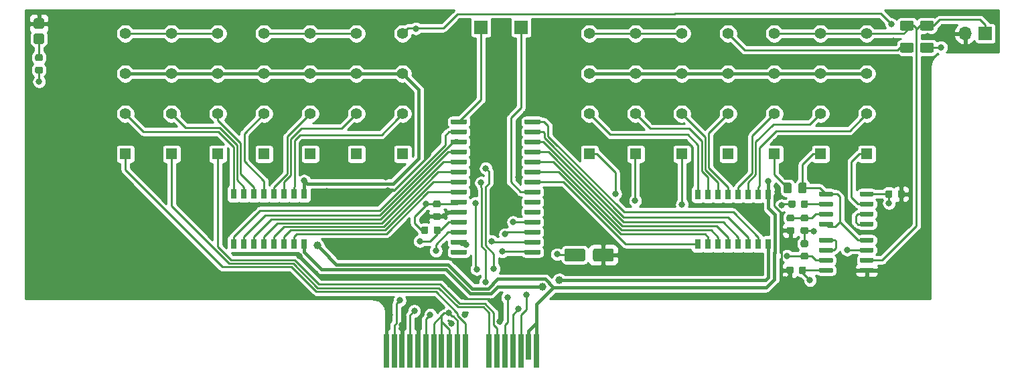
<source format=gbr>
G04 #@! TF.GenerationSoftware,KiCad,Pcbnew,(5.1.5)-3*
G04 #@! TF.CreationDate,2020-01-31T09:50:25-08:00*
G04 #@! TF.ProjectId,pin_driver,70696e5f-6472-4697-9665-722e6b696361,rev?*
G04 #@! TF.SameCoordinates,Original*
G04 #@! TF.FileFunction,Copper,L1,Top*
G04 #@! TF.FilePolarity,Positive*
%FSLAX46Y46*%
G04 Gerber Fmt 4.6, Leading zero omitted, Abs format (unit mm)*
G04 Created by KiCad (PCBNEW (5.1.5)-3) date 2020-01-31 09:50:25*
%MOMM*%
%LPD*%
G04 APERTURE LIST*
%ADD10C,0.100000*%
%ADD11O,1.700000X1.700000*%
%ADD12R,1.700000X1.700000*%
%ADD13R,0.800000X1.300000*%
%ADD14R,1.400000X1.400000*%
%ADD15C,1.400000*%
%ADD16R,0.700000X4.300000*%
%ADD17R,0.700000X3.200000*%
%ADD18C,0.800000*%
%ADD19C,1.000000*%
%ADD20C,0.250000*%
%ADD21C,0.400000*%
%ADD22C,0.254000*%
G04 APERTURE END LIST*
G04 #@! TA.AperFunction,SMDPad,CuDef*
D10*
G36*
X153323703Y-152354722D02*
G01*
X153338264Y-152356882D01*
X153352543Y-152360459D01*
X153366403Y-152365418D01*
X153379710Y-152371712D01*
X153392336Y-152379280D01*
X153404159Y-152388048D01*
X153415066Y-152397934D01*
X153424952Y-152408841D01*
X153433720Y-152420664D01*
X153441288Y-152433290D01*
X153447582Y-152446597D01*
X153452541Y-152460457D01*
X153456118Y-152474736D01*
X153458278Y-152489297D01*
X153459000Y-152504000D01*
X153459000Y-152804000D01*
X153458278Y-152818703D01*
X153456118Y-152833264D01*
X153452541Y-152847543D01*
X153447582Y-152861403D01*
X153441288Y-152874710D01*
X153433720Y-152887336D01*
X153424952Y-152899159D01*
X153415066Y-152910066D01*
X153404159Y-152919952D01*
X153392336Y-152928720D01*
X153379710Y-152936288D01*
X153366403Y-152942582D01*
X153352543Y-152947541D01*
X153338264Y-152951118D01*
X153323703Y-152953278D01*
X153309000Y-152954000D01*
X151859000Y-152954000D01*
X151844297Y-152953278D01*
X151829736Y-152951118D01*
X151815457Y-152947541D01*
X151801597Y-152942582D01*
X151788290Y-152936288D01*
X151775664Y-152928720D01*
X151763841Y-152919952D01*
X151752934Y-152910066D01*
X151743048Y-152899159D01*
X151734280Y-152887336D01*
X151726712Y-152874710D01*
X151720418Y-152861403D01*
X151715459Y-152847543D01*
X151711882Y-152833264D01*
X151709722Y-152818703D01*
X151709000Y-152804000D01*
X151709000Y-152504000D01*
X151709722Y-152489297D01*
X151711882Y-152474736D01*
X151715459Y-152460457D01*
X151720418Y-152446597D01*
X151726712Y-152433290D01*
X151734280Y-152420664D01*
X151743048Y-152408841D01*
X151752934Y-152397934D01*
X151763841Y-152388048D01*
X151775664Y-152379280D01*
X151788290Y-152371712D01*
X151801597Y-152365418D01*
X151815457Y-152360459D01*
X151829736Y-152356882D01*
X151844297Y-152354722D01*
X151859000Y-152354000D01*
X153309000Y-152354000D01*
X153323703Y-152354722D01*
G37*
G04 #@! TD.AperFunction*
G04 #@! TA.AperFunction,SMDPad,CuDef*
G36*
X153323703Y-151084722D02*
G01*
X153338264Y-151086882D01*
X153352543Y-151090459D01*
X153366403Y-151095418D01*
X153379710Y-151101712D01*
X153392336Y-151109280D01*
X153404159Y-151118048D01*
X153415066Y-151127934D01*
X153424952Y-151138841D01*
X153433720Y-151150664D01*
X153441288Y-151163290D01*
X153447582Y-151176597D01*
X153452541Y-151190457D01*
X153456118Y-151204736D01*
X153458278Y-151219297D01*
X153459000Y-151234000D01*
X153459000Y-151534000D01*
X153458278Y-151548703D01*
X153456118Y-151563264D01*
X153452541Y-151577543D01*
X153447582Y-151591403D01*
X153441288Y-151604710D01*
X153433720Y-151617336D01*
X153424952Y-151629159D01*
X153415066Y-151640066D01*
X153404159Y-151649952D01*
X153392336Y-151658720D01*
X153379710Y-151666288D01*
X153366403Y-151672582D01*
X153352543Y-151677541D01*
X153338264Y-151681118D01*
X153323703Y-151683278D01*
X153309000Y-151684000D01*
X151859000Y-151684000D01*
X151844297Y-151683278D01*
X151829736Y-151681118D01*
X151815457Y-151677541D01*
X151801597Y-151672582D01*
X151788290Y-151666288D01*
X151775664Y-151658720D01*
X151763841Y-151649952D01*
X151752934Y-151640066D01*
X151743048Y-151629159D01*
X151734280Y-151617336D01*
X151726712Y-151604710D01*
X151720418Y-151591403D01*
X151715459Y-151577543D01*
X151711882Y-151563264D01*
X151709722Y-151548703D01*
X151709000Y-151534000D01*
X151709000Y-151234000D01*
X151709722Y-151219297D01*
X151711882Y-151204736D01*
X151715459Y-151190457D01*
X151720418Y-151176597D01*
X151726712Y-151163290D01*
X151734280Y-151150664D01*
X151743048Y-151138841D01*
X151752934Y-151127934D01*
X151763841Y-151118048D01*
X151775664Y-151109280D01*
X151788290Y-151101712D01*
X151801597Y-151095418D01*
X151815457Y-151090459D01*
X151829736Y-151086882D01*
X151844297Y-151084722D01*
X151859000Y-151084000D01*
X153309000Y-151084000D01*
X153323703Y-151084722D01*
G37*
G04 #@! TD.AperFunction*
G04 #@! TA.AperFunction,SMDPad,CuDef*
G36*
X153323703Y-149814722D02*
G01*
X153338264Y-149816882D01*
X153352543Y-149820459D01*
X153366403Y-149825418D01*
X153379710Y-149831712D01*
X153392336Y-149839280D01*
X153404159Y-149848048D01*
X153415066Y-149857934D01*
X153424952Y-149868841D01*
X153433720Y-149880664D01*
X153441288Y-149893290D01*
X153447582Y-149906597D01*
X153452541Y-149920457D01*
X153456118Y-149934736D01*
X153458278Y-149949297D01*
X153459000Y-149964000D01*
X153459000Y-150264000D01*
X153458278Y-150278703D01*
X153456118Y-150293264D01*
X153452541Y-150307543D01*
X153447582Y-150321403D01*
X153441288Y-150334710D01*
X153433720Y-150347336D01*
X153424952Y-150359159D01*
X153415066Y-150370066D01*
X153404159Y-150379952D01*
X153392336Y-150388720D01*
X153379710Y-150396288D01*
X153366403Y-150402582D01*
X153352543Y-150407541D01*
X153338264Y-150411118D01*
X153323703Y-150413278D01*
X153309000Y-150414000D01*
X151859000Y-150414000D01*
X151844297Y-150413278D01*
X151829736Y-150411118D01*
X151815457Y-150407541D01*
X151801597Y-150402582D01*
X151788290Y-150396288D01*
X151775664Y-150388720D01*
X151763841Y-150379952D01*
X151752934Y-150370066D01*
X151743048Y-150359159D01*
X151734280Y-150347336D01*
X151726712Y-150334710D01*
X151720418Y-150321403D01*
X151715459Y-150307543D01*
X151711882Y-150293264D01*
X151709722Y-150278703D01*
X151709000Y-150264000D01*
X151709000Y-149964000D01*
X151709722Y-149949297D01*
X151711882Y-149934736D01*
X151715459Y-149920457D01*
X151720418Y-149906597D01*
X151726712Y-149893290D01*
X151734280Y-149880664D01*
X151743048Y-149868841D01*
X151752934Y-149857934D01*
X151763841Y-149848048D01*
X151775664Y-149839280D01*
X151788290Y-149831712D01*
X151801597Y-149825418D01*
X151815457Y-149820459D01*
X151829736Y-149816882D01*
X151844297Y-149814722D01*
X151859000Y-149814000D01*
X153309000Y-149814000D01*
X153323703Y-149814722D01*
G37*
G04 #@! TD.AperFunction*
G04 #@! TA.AperFunction,SMDPad,CuDef*
G36*
X153323703Y-148544722D02*
G01*
X153338264Y-148546882D01*
X153352543Y-148550459D01*
X153366403Y-148555418D01*
X153379710Y-148561712D01*
X153392336Y-148569280D01*
X153404159Y-148578048D01*
X153415066Y-148587934D01*
X153424952Y-148598841D01*
X153433720Y-148610664D01*
X153441288Y-148623290D01*
X153447582Y-148636597D01*
X153452541Y-148650457D01*
X153456118Y-148664736D01*
X153458278Y-148679297D01*
X153459000Y-148694000D01*
X153459000Y-148994000D01*
X153458278Y-149008703D01*
X153456118Y-149023264D01*
X153452541Y-149037543D01*
X153447582Y-149051403D01*
X153441288Y-149064710D01*
X153433720Y-149077336D01*
X153424952Y-149089159D01*
X153415066Y-149100066D01*
X153404159Y-149109952D01*
X153392336Y-149118720D01*
X153379710Y-149126288D01*
X153366403Y-149132582D01*
X153352543Y-149137541D01*
X153338264Y-149141118D01*
X153323703Y-149143278D01*
X153309000Y-149144000D01*
X151859000Y-149144000D01*
X151844297Y-149143278D01*
X151829736Y-149141118D01*
X151815457Y-149137541D01*
X151801597Y-149132582D01*
X151788290Y-149126288D01*
X151775664Y-149118720D01*
X151763841Y-149109952D01*
X151752934Y-149100066D01*
X151743048Y-149089159D01*
X151734280Y-149077336D01*
X151726712Y-149064710D01*
X151720418Y-149051403D01*
X151715459Y-149037543D01*
X151711882Y-149023264D01*
X151709722Y-149008703D01*
X151709000Y-148994000D01*
X151709000Y-148694000D01*
X151709722Y-148679297D01*
X151711882Y-148664736D01*
X151715459Y-148650457D01*
X151720418Y-148636597D01*
X151726712Y-148623290D01*
X151734280Y-148610664D01*
X151743048Y-148598841D01*
X151752934Y-148587934D01*
X151763841Y-148578048D01*
X151775664Y-148569280D01*
X151788290Y-148561712D01*
X151801597Y-148555418D01*
X151815457Y-148550459D01*
X151829736Y-148546882D01*
X151844297Y-148544722D01*
X151859000Y-148544000D01*
X153309000Y-148544000D01*
X153323703Y-148544722D01*
G37*
G04 #@! TD.AperFunction*
G04 #@! TA.AperFunction,SMDPad,CuDef*
G36*
X158473703Y-148544722D02*
G01*
X158488264Y-148546882D01*
X158502543Y-148550459D01*
X158516403Y-148555418D01*
X158529710Y-148561712D01*
X158542336Y-148569280D01*
X158554159Y-148578048D01*
X158565066Y-148587934D01*
X158574952Y-148598841D01*
X158583720Y-148610664D01*
X158591288Y-148623290D01*
X158597582Y-148636597D01*
X158602541Y-148650457D01*
X158606118Y-148664736D01*
X158608278Y-148679297D01*
X158609000Y-148694000D01*
X158609000Y-148994000D01*
X158608278Y-149008703D01*
X158606118Y-149023264D01*
X158602541Y-149037543D01*
X158597582Y-149051403D01*
X158591288Y-149064710D01*
X158583720Y-149077336D01*
X158574952Y-149089159D01*
X158565066Y-149100066D01*
X158554159Y-149109952D01*
X158542336Y-149118720D01*
X158529710Y-149126288D01*
X158516403Y-149132582D01*
X158502543Y-149137541D01*
X158488264Y-149141118D01*
X158473703Y-149143278D01*
X158459000Y-149144000D01*
X157009000Y-149144000D01*
X156994297Y-149143278D01*
X156979736Y-149141118D01*
X156965457Y-149137541D01*
X156951597Y-149132582D01*
X156938290Y-149126288D01*
X156925664Y-149118720D01*
X156913841Y-149109952D01*
X156902934Y-149100066D01*
X156893048Y-149089159D01*
X156884280Y-149077336D01*
X156876712Y-149064710D01*
X156870418Y-149051403D01*
X156865459Y-149037543D01*
X156861882Y-149023264D01*
X156859722Y-149008703D01*
X156859000Y-148994000D01*
X156859000Y-148694000D01*
X156859722Y-148679297D01*
X156861882Y-148664736D01*
X156865459Y-148650457D01*
X156870418Y-148636597D01*
X156876712Y-148623290D01*
X156884280Y-148610664D01*
X156893048Y-148598841D01*
X156902934Y-148587934D01*
X156913841Y-148578048D01*
X156925664Y-148569280D01*
X156938290Y-148561712D01*
X156951597Y-148555418D01*
X156965457Y-148550459D01*
X156979736Y-148546882D01*
X156994297Y-148544722D01*
X157009000Y-148544000D01*
X158459000Y-148544000D01*
X158473703Y-148544722D01*
G37*
G04 #@! TD.AperFunction*
G04 #@! TA.AperFunction,SMDPad,CuDef*
G36*
X158473703Y-149814722D02*
G01*
X158488264Y-149816882D01*
X158502543Y-149820459D01*
X158516403Y-149825418D01*
X158529710Y-149831712D01*
X158542336Y-149839280D01*
X158554159Y-149848048D01*
X158565066Y-149857934D01*
X158574952Y-149868841D01*
X158583720Y-149880664D01*
X158591288Y-149893290D01*
X158597582Y-149906597D01*
X158602541Y-149920457D01*
X158606118Y-149934736D01*
X158608278Y-149949297D01*
X158609000Y-149964000D01*
X158609000Y-150264000D01*
X158608278Y-150278703D01*
X158606118Y-150293264D01*
X158602541Y-150307543D01*
X158597582Y-150321403D01*
X158591288Y-150334710D01*
X158583720Y-150347336D01*
X158574952Y-150359159D01*
X158565066Y-150370066D01*
X158554159Y-150379952D01*
X158542336Y-150388720D01*
X158529710Y-150396288D01*
X158516403Y-150402582D01*
X158502543Y-150407541D01*
X158488264Y-150411118D01*
X158473703Y-150413278D01*
X158459000Y-150414000D01*
X157009000Y-150414000D01*
X156994297Y-150413278D01*
X156979736Y-150411118D01*
X156965457Y-150407541D01*
X156951597Y-150402582D01*
X156938290Y-150396288D01*
X156925664Y-150388720D01*
X156913841Y-150379952D01*
X156902934Y-150370066D01*
X156893048Y-150359159D01*
X156884280Y-150347336D01*
X156876712Y-150334710D01*
X156870418Y-150321403D01*
X156865459Y-150307543D01*
X156861882Y-150293264D01*
X156859722Y-150278703D01*
X156859000Y-150264000D01*
X156859000Y-149964000D01*
X156859722Y-149949297D01*
X156861882Y-149934736D01*
X156865459Y-149920457D01*
X156870418Y-149906597D01*
X156876712Y-149893290D01*
X156884280Y-149880664D01*
X156893048Y-149868841D01*
X156902934Y-149857934D01*
X156913841Y-149848048D01*
X156925664Y-149839280D01*
X156938290Y-149831712D01*
X156951597Y-149825418D01*
X156965457Y-149820459D01*
X156979736Y-149816882D01*
X156994297Y-149814722D01*
X157009000Y-149814000D01*
X158459000Y-149814000D01*
X158473703Y-149814722D01*
G37*
G04 #@! TD.AperFunction*
G04 #@! TA.AperFunction,SMDPad,CuDef*
G36*
X158473703Y-151084722D02*
G01*
X158488264Y-151086882D01*
X158502543Y-151090459D01*
X158516403Y-151095418D01*
X158529710Y-151101712D01*
X158542336Y-151109280D01*
X158554159Y-151118048D01*
X158565066Y-151127934D01*
X158574952Y-151138841D01*
X158583720Y-151150664D01*
X158591288Y-151163290D01*
X158597582Y-151176597D01*
X158602541Y-151190457D01*
X158606118Y-151204736D01*
X158608278Y-151219297D01*
X158609000Y-151234000D01*
X158609000Y-151534000D01*
X158608278Y-151548703D01*
X158606118Y-151563264D01*
X158602541Y-151577543D01*
X158597582Y-151591403D01*
X158591288Y-151604710D01*
X158583720Y-151617336D01*
X158574952Y-151629159D01*
X158565066Y-151640066D01*
X158554159Y-151649952D01*
X158542336Y-151658720D01*
X158529710Y-151666288D01*
X158516403Y-151672582D01*
X158502543Y-151677541D01*
X158488264Y-151681118D01*
X158473703Y-151683278D01*
X158459000Y-151684000D01*
X157009000Y-151684000D01*
X156994297Y-151683278D01*
X156979736Y-151681118D01*
X156965457Y-151677541D01*
X156951597Y-151672582D01*
X156938290Y-151666288D01*
X156925664Y-151658720D01*
X156913841Y-151649952D01*
X156902934Y-151640066D01*
X156893048Y-151629159D01*
X156884280Y-151617336D01*
X156876712Y-151604710D01*
X156870418Y-151591403D01*
X156865459Y-151577543D01*
X156861882Y-151563264D01*
X156859722Y-151548703D01*
X156859000Y-151534000D01*
X156859000Y-151234000D01*
X156859722Y-151219297D01*
X156861882Y-151204736D01*
X156865459Y-151190457D01*
X156870418Y-151176597D01*
X156876712Y-151163290D01*
X156884280Y-151150664D01*
X156893048Y-151138841D01*
X156902934Y-151127934D01*
X156913841Y-151118048D01*
X156925664Y-151109280D01*
X156938290Y-151101712D01*
X156951597Y-151095418D01*
X156965457Y-151090459D01*
X156979736Y-151086882D01*
X156994297Y-151084722D01*
X157009000Y-151084000D01*
X158459000Y-151084000D01*
X158473703Y-151084722D01*
G37*
G04 #@! TD.AperFunction*
G04 #@! TA.AperFunction,SMDPad,CuDef*
G36*
X158473703Y-152354722D02*
G01*
X158488264Y-152356882D01*
X158502543Y-152360459D01*
X158516403Y-152365418D01*
X158529710Y-152371712D01*
X158542336Y-152379280D01*
X158554159Y-152388048D01*
X158565066Y-152397934D01*
X158574952Y-152408841D01*
X158583720Y-152420664D01*
X158591288Y-152433290D01*
X158597582Y-152446597D01*
X158602541Y-152460457D01*
X158606118Y-152474736D01*
X158608278Y-152489297D01*
X158609000Y-152504000D01*
X158609000Y-152804000D01*
X158608278Y-152818703D01*
X158606118Y-152833264D01*
X158602541Y-152847543D01*
X158597582Y-152861403D01*
X158591288Y-152874710D01*
X158583720Y-152887336D01*
X158574952Y-152899159D01*
X158565066Y-152910066D01*
X158554159Y-152919952D01*
X158542336Y-152928720D01*
X158529710Y-152936288D01*
X158516403Y-152942582D01*
X158502543Y-152947541D01*
X158488264Y-152951118D01*
X158473703Y-152953278D01*
X158459000Y-152954000D01*
X157009000Y-152954000D01*
X156994297Y-152953278D01*
X156979736Y-152951118D01*
X156965457Y-152947541D01*
X156951597Y-152942582D01*
X156938290Y-152936288D01*
X156925664Y-152928720D01*
X156913841Y-152919952D01*
X156902934Y-152910066D01*
X156893048Y-152899159D01*
X156884280Y-152887336D01*
X156876712Y-152874710D01*
X156870418Y-152861403D01*
X156865459Y-152847543D01*
X156861882Y-152833264D01*
X156859722Y-152818703D01*
X156859000Y-152804000D01*
X156859000Y-152504000D01*
X156859722Y-152489297D01*
X156861882Y-152474736D01*
X156865459Y-152460457D01*
X156870418Y-152446597D01*
X156876712Y-152433290D01*
X156884280Y-152420664D01*
X156893048Y-152408841D01*
X156902934Y-152397934D01*
X156913841Y-152388048D01*
X156925664Y-152379280D01*
X156938290Y-152371712D01*
X156951597Y-152365418D01*
X156965457Y-152360459D01*
X156979736Y-152356882D01*
X156994297Y-152354722D01*
X157009000Y-152354000D01*
X158459000Y-152354000D01*
X158473703Y-152354722D01*
G37*
G04 #@! TD.AperFunction*
G04 #@! TA.AperFunction,SMDPad,CuDef*
G36*
X158473703Y-142702722D02*
G01*
X158488264Y-142704882D01*
X158502543Y-142708459D01*
X158516403Y-142713418D01*
X158529710Y-142719712D01*
X158542336Y-142727280D01*
X158554159Y-142736048D01*
X158565066Y-142745934D01*
X158574952Y-142756841D01*
X158583720Y-142768664D01*
X158591288Y-142781290D01*
X158597582Y-142794597D01*
X158602541Y-142808457D01*
X158606118Y-142822736D01*
X158608278Y-142837297D01*
X158609000Y-142852000D01*
X158609000Y-143152000D01*
X158608278Y-143166703D01*
X158606118Y-143181264D01*
X158602541Y-143195543D01*
X158597582Y-143209403D01*
X158591288Y-143222710D01*
X158583720Y-143235336D01*
X158574952Y-143247159D01*
X158565066Y-143258066D01*
X158554159Y-143267952D01*
X158542336Y-143276720D01*
X158529710Y-143284288D01*
X158516403Y-143290582D01*
X158502543Y-143295541D01*
X158488264Y-143299118D01*
X158473703Y-143301278D01*
X158459000Y-143302000D01*
X157009000Y-143302000D01*
X156994297Y-143301278D01*
X156979736Y-143299118D01*
X156965457Y-143295541D01*
X156951597Y-143290582D01*
X156938290Y-143284288D01*
X156925664Y-143276720D01*
X156913841Y-143267952D01*
X156902934Y-143258066D01*
X156893048Y-143247159D01*
X156884280Y-143235336D01*
X156876712Y-143222710D01*
X156870418Y-143209403D01*
X156865459Y-143195543D01*
X156861882Y-143181264D01*
X156859722Y-143166703D01*
X156859000Y-143152000D01*
X156859000Y-142852000D01*
X156859722Y-142837297D01*
X156861882Y-142822736D01*
X156865459Y-142808457D01*
X156870418Y-142794597D01*
X156876712Y-142781290D01*
X156884280Y-142768664D01*
X156893048Y-142756841D01*
X156902934Y-142745934D01*
X156913841Y-142736048D01*
X156925664Y-142727280D01*
X156938290Y-142719712D01*
X156951597Y-142713418D01*
X156965457Y-142708459D01*
X156979736Y-142704882D01*
X156994297Y-142702722D01*
X157009000Y-142702000D01*
X158459000Y-142702000D01*
X158473703Y-142702722D01*
G37*
G04 #@! TD.AperFunction*
G04 #@! TA.AperFunction,SMDPad,CuDef*
G36*
X158473703Y-143972722D02*
G01*
X158488264Y-143974882D01*
X158502543Y-143978459D01*
X158516403Y-143983418D01*
X158529710Y-143989712D01*
X158542336Y-143997280D01*
X158554159Y-144006048D01*
X158565066Y-144015934D01*
X158574952Y-144026841D01*
X158583720Y-144038664D01*
X158591288Y-144051290D01*
X158597582Y-144064597D01*
X158602541Y-144078457D01*
X158606118Y-144092736D01*
X158608278Y-144107297D01*
X158609000Y-144122000D01*
X158609000Y-144422000D01*
X158608278Y-144436703D01*
X158606118Y-144451264D01*
X158602541Y-144465543D01*
X158597582Y-144479403D01*
X158591288Y-144492710D01*
X158583720Y-144505336D01*
X158574952Y-144517159D01*
X158565066Y-144528066D01*
X158554159Y-144537952D01*
X158542336Y-144546720D01*
X158529710Y-144554288D01*
X158516403Y-144560582D01*
X158502543Y-144565541D01*
X158488264Y-144569118D01*
X158473703Y-144571278D01*
X158459000Y-144572000D01*
X157009000Y-144572000D01*
X156994297Y-144571278D01*
X156979736Y-144569118D01*
X156965457Y-144565541D01*
X156951597Y-144560582D01*
X156938290Y-144554288D01*
X156925664Y-144546720D01*
X156913841Y-144537952D01*
X156902934Y-144528066D01*
X156893048Y-144517159D01*
X156884280Y-144505336D01*
X156876712Y-144492710D01*
X156870418Y-144479403D01*
X156865459Y-144465543D01*
X156861882Y-144451264D01*
X156859722Y-144436703D01*
X156859000Y-144422000D01*
X156859000Y-144122000D01*
X156859722Y-144107297D01*
X156861882Y-144092736D01*
X156865459Y-144078457D01*
X156870418Y-144064597D01*
X156876712Y-144051290D01*
X156884280Y-144038664D01*
X156893048Y-144026841D01*
X156902934Y-144015934D01*
X156913841Y-144006048D01*
X156925664Y-143997280D01*
X156938290Y-143989712D01*
X156951597Y-143983418D01*
X156965457Y-143978459D01*
X156979736Y-143974882D01*
X156994297Y-143972722D01*
X157009000Y-143972000D01*
X158459000Y-143972000D01*
X158473703Y-143972722D01*
G37*
G04 #@! TD.AperFunction*
G04 #@! TA.AperFunction,SMDPad,CuDef*
G36*
X158473703Y-145242722D02*
G01*
X158488264Y-145244882D01*
X158502543Y-145248459D01*
X158516403Y-145253418D01*
X158529710Y-145259712D01*
X158542336Y-145267280D01*
X158554159Y-145276048D01*
X158565066Y-145285934D01*
X158574952Y-145296841D01*
X158583720Y-145308664D01*
X158591288Y-145321290D01*
X158597582Y-145334597D01*
X158602541Y-145348457D01*
X158606118Y-145362736D01*
X158608278Y-145377297D01*
X158609000Y-145392000D01*
X158609000Y-145692000D01*
X158608278Y-145706703D01*
X158606118Y-145721264D01*
X158602541Y-145735543D01*
X158597582Y-145749403D01*
X158591288Y-145762710D01*
X158583720Y-145775336D01*
X158574952Y-145787159D01*
X158565066Y-145798066D01*
X158554159Y-145807952D01*
X158542336Y-145816720D01*
X158529710Y-145824288D01*
X158516403Y-145830582D01*
X158502543Y-145835541D01*
X158488264Y-145839118D01*
X158473703Y-145841278D01*
X158459000Y-145842000D01*
X157009000Y-145842000D01*
X156994297Y-145841278D01*
X156979736Y-145839118D01*
X156965457Y-145835541D01*
X156951597Y-145830582D01*
X156938290Y-145824288D01*
X156925664Y-145816720D01*
X156913841Y-145807952D01*
X156902934Y-145798066D01*
X156893048Y-145787159D01*
X156884280Y-145775336D01*
X156876712Y-145762710D01*
X156870418Y-145749403D01*
X156865459Y-145735543D01*
X156861882Y-145721264D01*
X156859722Y-145706703D01*
X156859000Y-145692000D01*
X156859000Y-145392000D01*
X156859722Y-145377297D01*
X156861882Y-145362736D01*
X156865459Y-145348457D01*
X156870418Y-145334597D01*
X156876712Y-145321290D01*
X156884280Y-145308664D01*
X156893048Y-145296841D01*
X156902934Y-145285934D01*
X156913841Y-145276048D01*
X156925664Y-145267280D01*
X156938290Y-145259712D01*
X156951597Y-145253418D01*
X156965457Y-145248459D01*
X156979736Y-145244882D01*
X156994297Y-145242722D01*
X157009000Y-145242000D01*
X158459000Y-145242000D01*
X158473703Y-145242722D01*
G37*
G04 #@! TD.AperFunction*
G04 #@! TA.AperFunction,SMDPad,CuDef*
G36*
X158473703Y-146512722D02*
G01*
X158488264Y-146514882D01*
X158502543Y-146518459D01*
X158516403Y-146523418D01*
X158529710Y-146529712D01*
X158542336Y-146537280D01*
X158554159Y-146546048D01*
X158565066Y-146555934D01*
X158574952Y-146566841D01*
X158583720Y-146578664D01*
X158591288Y-146591290D01*
X158597582Y-146604597D01*
X158602541Y-146618457D01*
X158606118Y-146632736D01*
X158608278Y-146647297D01*
X158609000Y-146662000D01*
X158609000Y-146962000D01*
X158608278Y-146976703D01*
X158606118Y-146991264D01*
X158602541Y-147005543D01*
X158597582Y-147019403D01*
X158591288Y-147032710D01*
X158583720Y-147045336D01*
X158574952Y-147057159D01*
X158565066Y-147068066D01*
X158554159Y-147077952D01*
X158542336Y-147086720D01*
X158529710Y-147094288D01*
X158516403Y-147100582D01*
X158502543Y-147105541D01*
X158488264Y-147109118D01*
X158473703Y-147111278D01*
X158459000Y-147112000D01*
X157009000Y-147112000D01*
X156994297Y-147111278D01*
X156979736Y-147109118D01*
X156965457Y-147105541D01*
X156951597Y-147100582D01*
X156938290Y-147094288D01*
X156925664Y-147086720D01*
X156913841Y-147077952D01*
X156902934Y-147068066D01*
X156893048Y-147057159D01*
X156884280Y-147045336D01*
X156876712Y-147032710D01*
X156870418Y-147019403D01*
X156865459Y-147005543D01*
X156861882Y-146991264D01*
X156859722Y-146976703D01*
X156859000Y-146962000D01*
X156859000Y-146662000D01*
X156859722Y-146647297D01*
X156861882Y-146632736D01*
X156865459Y-146618457D01*
X156870418Y-146604597D01*
X156876712Y-146591290D01*
X156884280Y-146578664D01*
X156893048Y-146566841D01*
X156902934Y-146555934D01*
X156913841Y-146546048D01*
X156925664Y-146537280D01*
X156938290Y-146529712D01*
X156951597Y-146523418D01*
X156965457Y-146518459D01*
X156979736Y-146514882D01*
X156994297Y-146512722D01*
X157009000Y-146512000D01*
X158459000Y-146512000D01*
X158473703Y-146512722D01*
G37*
G04 #@! TD.AperFunction*
G04 #@! TA.AperFunction,SMDPad,CuDef*
G36*
X153323703Y-146512722D02*
G01*
X153338264Y-146514882D01*
X153352543Y-146518459D01*
X153366403Y-146523418D01*
X153379710Y-146529712D01*
X153392336Y-146537280D01*
X153404159Y-146546048D01*
X153415066Y-146555934D01*
X153424952Y-146566841D01*
X153433720Y-146578664D01*
X153441288Y-146591290D01*
X153447582Y-146604597D01*
X153452541Y-146618457D01*
X153456118Y-146632736D01*
X153458278Y-146647297D01*
X153459000Y-146662000D01*
X153459000Y-146962000D01*
X153458278Y-146976703D01*
X153456118Y-146991264D01*
X153452541Y-147005543D01*
X153447582Y-147019403D01*
X153441288Y-147032710D01*
X153433720Y-147045336D01*
X153424952Y-147057159D01*
X153415066Y-147068066D01*
X153404159Y-147077952D01*
X153392336Y-147086720D01*
X153379710Y-147094288D01*
X153366403Y-147100582D01*
X153352543Y-147105541D01*
X153338264Y-147109118D01*
X153323703Y-147111278D01*
X153309000Y-147112000D01*
X151859000Y-147112000D01*
X151844297Y-147111278D01*
X151829736Y-147109118D01*
X151815457Y-147105541D01*
X151801597Y-147100582D01*
X151788290Y-147094288D01*
X151775664Y-147086720D01*
X151763841Y-147077952D01*
X151752934Y-147068066D01*
X151743048Y-147057159D01*
X151734280Y-147045336D01*
X151726712Y-147032710D01*
X151720418Y-147019403D01*
X151715459Y-147005543D01*
X151711882Y-146991264D01*
X151709722Y-146976703D01*
X151709000Y-146962000D01*
X151709000Y-146662000D01*
X151709722Y-146647297D01*
X151711882Y-146632736D01*
X151715459Y-146618457D01*
X151720418Y-146604597D01*
X151726712Y-146591290D01*
X151734280Y-146578664D01*
X151743048Y-146566841D01*
X151752934Y-146555934D01*
X151763841Y-146546048D01*
X151775664Y-146537280D01*
X151788290Y-146529712D01*
X151801597Y-146523418D01*
X151815457Y-146518459D01*
X151829736Y-146514882D01*
X151844297Y-146512722D01*
X151859000Y-146512000D01*
X153309000Y-146512000D01*
X153323703Y-146512722D01*
G37*
G04 #@! TD.AperFunction*
G04 #@! TA.AperFunction,SMDPad,CuDef*
G36*
X153323703Y-145242722D02*
G01*
X153338264Y-145244882D01*
X153352543Y-145248459D01*
X153366403Y-145253418D01*
X153379710Y-145259712D01*
X153392336Y-145267280D01*
X153404159Y-145276048D01*
X153415066Y-145285934D01*
X153424952Y-145296841D01*
X153433720Y-145308664D01*
X153441288Y-145321290D01*
X153447582Y-145334597D01*
X153452541Y-145348457D01*
X153456118Y-145362736D01*
X153458278Y-145377297D01*
X153459000Y-145392000D01*
X153459000Y-145692000D01*
X153458278Y-145706703D01*
X153456118Y-145721264D01*
X153452541Y-145735543D01*
X153447582Y-145749403D01*
X153441288Y-145762710D01*
X153433720Y-145775336D01*
X153424952Y-145787159D01*
X153415066Y-145798066D01*
X153404159Y-145807952D01*
X153392336Y-145816720D01*
X153379710Y-145824288D01*
X153366403Y-145830582D01*
X153352543Y-145835541D01*
X153338264Y-145839118D01*
X153323703Y-145841278D01*
X153309000Y-145842000D01*
X151859000Y-145842000D01*
X151844297Y-145841278D01*
X151829736Y-145839118D01*
X151815457Y-145835541D01*
X151801597Y-145830582D01*
X151788290Y-145824288D01*
X151775664Y-145816720D01*
X151763841Y-145807952D01*
X151752934Y-145798066D01*
X151743048Y-145787159D01*
X151734280Y-145775336D01*
X151726712Y-145762710D01*
X151720418Y-145749403D01*
X151715459Y-145735543D01*
X151711882Y-145721264D01*
X151709722Y-145706703D01*
X151709000Y-145692000D01*
X151709000Y-145392000D01*
X151709722Y-145377297D01*
X151711882Y-145362736D01*
X151715459Y-145348457D01*
X151720418Y-145334597D01*
X151726712Y-145321290D01*
X151734280Y-145308664D01*
X151743048Y-145296841D01*
X151752934Y-145285934D01*
X151763841Y-145276048D01*
X151775664Y-145267280D01*
X151788290Y-145259712D01*
X151801597Y-145253418D01*
X151815457Y-145248459D01*
X151829736Y-145244882D01*
X151844297Y-145242722D01*
X151859000Y-145242000D01*
X153309000Y-145242000D01*
X153323703Y-145242722D01*
G37*
G04 #@! TD.AperFunction*
G04 #@! TA.AperFunction,SMDPad,CuDef*
G36*
X153323703Y-143972722D02*
G01*
X153338264Y-143974882D01*
X153352543Y-143978459D01*
X153366403Y-143983418D01*
X153379710Y-143989712D01*
X153392336Y-143997280D01*
X153404159Y-144006048D01*
X153415066Y-144015934D01*
X153424952Y-144026841D01*
X153433720Y-144038664D01*
X153441288Y-144051290D01*
X153447582Y-144064597D01*
X153452541Y-144078457D01*
X153456118Y-144092736D01*
X153458278Y-144107297D01*
X153459000Y-144122000D01*
X153459000Y-144422000D01*
X153458278Y-144436703D01*
X153456118Y-144451264D01*
X153452541Y-144465543D01*
X153447582Y-144479403D01*
X153441288Y-144492710D01*
X153433720Y-144505336D01*
X153424952Y-144517159D01*
X153415066Y-144528066D01*
X153404159Y-144537952D01*
X153392336Y-144546720D01*
X153379710Y-144554288D01*
X153366403Y-144560582D01*
X153352543Y-144565541D01*
X153338264Y-144569118D01*
X153323703Y-144571278D01*
X153309000Y-144572000D01*
X151859000Y-144572000D01*
X151844297Y-144571278D01*
X151829736Y-144569118D01*
X151815457Y-144565541D01*
X151801597Y-144560582D01*
X151788290Y-144554288D01*
X151775664Y-144546720D01*
X151763841Y-144537952D01*
X151752934Y-144528066D01*
X151743048Y-144517159D01*
X151734280Y-144505336D01*
X151726712Y-144492710D01*
X151720418Y-144479403D01*
X151715459Y-144465543D01*
X151711882Y-144451264D01*
X151709722Y-144436703D01*
X151709000Y-144422000D01*
X151709000Y-144122000D01*
X151709722Y-144107297D01*
X151711882Y-144092736D01*
X151715459Y-144078457D01*
X151720418Y-144064597D01*
X151726712Y-144051290D01*
X151734280Y-144038664D01*
X151743048Y-144026841D01*
X151752934Y-144015934D01*
X151763841Y-144006048D01*
X151775664Y-143997280D01*
X151788290Y-143989712D01*
X151801597Y-143983418D01*
X151815457Y-143978459D01*
X151829736Y-143974882D01*
X151844297Y-143972722D01*
X151859000Y-143972000D01*
X153309000Y-143972000D01*
X153323703Y-143972722D01*
G37*
G04 #@! TD.AperFunction*
G04 #@! TA.AperFunction,SMDPad,CuDef*
G36*
X153323703Y-142702722D02*
G01*
X153338264Y-142704882D01*
X153352543Y-142708459D01*
X153366403Y-142713418D01*
X153379710Y-142719712D01*
X153392336Y-142727280D01*
X153404159Y-142736048D01*
X153415066Y-142745934D01*
X153424952Y-142756841D01*
X153433720Y-142768664D01*
X153441288Y-142781290D01*
X153447582Y-142794597D01*
X153452541Y-142808457D01*
X153456118Y-142822736D01*
X153458278Y-142837297D01*
X153459000Y-142852000D01*
X153459000Y-143152000D01*
X153458278Y-143166703D01*
X153456118Y-143181264D01*
X153452541Y-143195543D01*
X153447582Y-143209403D01*
X153441288Y-143222710D01*
X153433720Y-143235336D01*
X153424952Y-143247159D01*
X153415066Y-143258066D01*
X153404159Y-143267952D01*
X153392336Y-143276720D01*
X153379710Y-143284288D01*
X153366403Y-143290582D01*
X153352543Y-143295541D01*
X153338264Y-143299118D01*
X153323703Y-143301278D01*
X153309000Y-143302000D01*
X151859000Y-143302000D01*
X151844297Y-143301278D01*
X151829736Y-143299118D01*
X151815457Y-143295541D01*
X151801597Y-143290582D01*
X151788290Y-143284288D01*
X151775664Y-143276720D01*
X151763841Y-143267952D01*
X151752934Y-143258066D01*
X151743048Y-143247159D01*
X151734280Y-143235336D01*
X151726712Y-143222710D01*
X151720418Y-143209403D01*
X151715459Y-143195543D01*
X151711882Y-143181264D01*
X151709722Y-143166703D01*
X151709000Y-143152000D01*
X151709000Y-142852000D01*
X151709722Y-142837297D01*
X151711882Y-142822736D01*
X151715459Y-142808457D01*
X151720418Y-142794597D01*
X151726712Y-142781290D01*
X151734280Y-142768664D01*
X151743048Y-142756841D01*
X151752934Y-142745934D01*
X151763841Y-142736048D01*
X151775664Y-142727280D01*
X151788290Y-142719712D01*
X151801597Y-142713418D01*
X151815457Y-142708459D01*
X151829736Y-142704882D01*
X151844297Y-142702722D01*
X151859000Y-142702000D01*
X153309000Y-142702000D01*
X153323703Y-142702722D01*
G37*
G04 #@! TD.AperFunction*
G04 #@! TA.AperFunction,SMDPad,CuDef*
G36*
X163463504Y-121042204D02*
G01*
X163487773Y-121045804D01*
X163511571Y-121051765D01*
X163534671Y-121060030D01*
X163556849Y-121070520D01*
X163577893Y-121083133D01*
X163597598Y-121097747D01*
X163615777Y-121114223D01*
X163632253Y-121132402D01*
X163646867Y-121152107D01*
X163659480Y-121173151D01*
X163669970Y-121195329D01*
X163678235Y-121218429D01*
X163684196Y-121242227D01*
X163687796Y-121266496D01*
X163689000Y-121291000D01*
X163689000Y-122041000D01*
X163687796Y-122065504D01*
X163684196Y-122089773D01*
X163678235Y-122113571D01*
X163669970Y-122136671D01*
X163659480Y-122158849D01*
X163646867Y-122179893D01*
X163632253Y-122199598D01*
X163615777Y-122217777D01*
X163597598Y-122234253D01*
X163577893Y-122248867D01*
X163556849Y-122261480D01*
X163534671Y-122271970D01*
X163511571Y-122280235D01*
X163487773Y-122286196D01*
X163463504Y-122289796D01*
X163439000Y-122291000D01*
X162189000Y-122291000D01*
X162164496Y-122289796D01*
X162140227Y-122286196D01*
X162116429Y-122280235D01*
X162093329Y-122271970D01*
X162071151Y-122261480D01*
X162050107Y-122248867D01*
X162030402Y-122234253D01*
X162012223Y-122217777D01*
X161995747Y-122199598D01*
X161981133Y-122179893D01*
X161968520Y-122158849D01*
X161958030Y-122136671D01*
X161949765Y-122113571D01*
X161943804Y-122089773D01*
X161940204Y-122065504D01*
X161939000Y-122041000D01*
X161939000Y-121291000D01*
X161940204Y-121266496D01*
X161943804Y-121242227D01*
X161949765Y-121218429D01*
X161958030Y-121195329D01*
X161968520Y-121173151D01*
X161981133Y-121152107D01*
X161995747Y-121132402D01*
X162012223Y-121114223D01*
X162030402Y-121097747D01*
X162050107Y-121083133D01*
X162071151Y-121070520D01*
X162093329Y-121060030D01*
X162116429Y-121051765D01*
X162140227Y-121045804D01*
X162164496Y-121042204D01*
X162189000Y-121041000D01*
X163439000Y-121041000D01*
X163463504Y-121042204D01*
G37*
G04 #@! TD.AperFunction*
G04 #@! TA.AperFunction,SMDPad,CuDef*
G36*
X163463504Y-123842204D02*
G01*
X163487773Y-123845804D01*
X163511571Y-123851765D01*
X163534671Y-123860030D01*
X163556849Y-123870520D01*
X163577893Y-123883133D01*
X163597598Y-123897747D01*
X163615777Y-123914223D01*
X163632253Y-123932402D01*
X163646867Y-123952107D01*
X163659480Y-123973151D01*
X163669970Y-123995329D01*
X163678235Y-124018429D01*
X163684196Y-124042227D01*
X163687796Y-124066496D01*
X163689000Y-124091000D01*
X163689000Y-124841000D01*
X163687796Y-124865504D01*
X163684196Y-124889773D01*
X163678235Y-124913571D01*
X163669970Y-124936671D01*
X163659480Y-124958849D01*
X163646867Y-124979893D01*
X163632253Y-124999598D01*
X163615777Y-125017777D01*
X163597598Y-125034253D01*
X163577893Y-125048867D01*
X163556849Y-125061480D01*
X163534671Y-125071970D01*
X163511571Y-125080235D01*
X163487773Y-125086196D01*
X163463504Y-125089796D01*
X163439000Y-125091000D01*
X162189000Y-125091000D01*
X162164496Y-125089796D01*
X162140227Y-125086196D01*
X162116429Y-125080235D01*
X162093329Y-125071970D01*
X162071151Y-125061480D01*
X162050107Y-125048867D01*
X162030402Y-125034253D01*
X162012223Y-125017777D01*
X161995747Y-124999598D01*
X161981133Y-124979893D01*
X161968520Y-124958849D01*
X161958030Y-124936671D01*
X161949765Y-124913571D01*
X161943804Y-124889773D01*
X161940204Y-124865504D01*
X161939000Y-124841000D01*
X161939000Y-124091000D01*
X161940204Y-124066496D01*
X161943804Y-124042227D01*
X161949765Y-124018429D01*
X161958030Y-123995329D01*
X161968520Y-123973151D01*
X161981133Y-123952107D01*
X161995747Y-123932402D01*
X162012223Y-123914223D01*
X162030402Y-123897747D01*
X162050107Y-123883133D01*
X162071151Y-123870520D01*
X162093329Y-123860030D01*
X162116429Y-123851765D01*
X162140227Y-123845804D01*
X162164496Y-123842204D01*
X162189000Y-123841000D01*
X163439000Y-123841000D01*
X163463504Y-123842204D01*
G37*
G04 #@! TD.AperFunction*
G04 #@! TA.AperFunction,SMDPad,CuDef*
G36*
X166003504Y-123842204D02*
G01*
X166027773Y-123845804D01*
X166051571Y-123851765D01*
X166074671Y-123860030D01*
X166096849Y-123870520D01*
X166117893Y-123883133D01*
X166137598Y-123897747D01*
X166155777Y-123914223D01*
X166172253Y-123932402D01*
X166186867Y-123952107D01*
X166199480Y-123973151D01*
X166209970Y-123995329D01*
X166218235Y-124018429D01*
X166224196Y-124042227D01*
X166227796Y-124066496D01*
X166229000Y-124091000D01*
X166229000Y-124841000D01*
X166227796Y-124865504D01*
X166224196Y-124889773D01*
X166218235Y-124913571D01*
X166209970Y-124936671D01*
X166199480Y-124958849D01*
X166186867Y-124979893D01*
X166172253Y-124999598D01*
X166155777Y-125017777D01*
X166137598Y-125034253D01*
X166117893Y-125048867D01*
X166096849Y-125061480D01*
X166074671Y-125071970D01*
X166051571Y-125080235D01*
X166027773Y-125086196D01*
X166003504Y-125089796D01*
X165979000Y-125091000D01*
X164729000Y-125091000D01*
X164704496Y-125089796D01*
X164680227Y-125086196D01*
X164656429Y-125080235D01*
X164633329Y-125071970D01*
X164611151Y-125061480D01*
X164590107Y-125048867D01*
X164570402Y-125034253D01*
X164552223Y-125017777D01*
X164535747Y-124999598D01*
X164521133Y-124979893D01*
X164508520Y-124958849D01*
X164498030Y-124936671D01*
X164489765Y-124913571D01*
X164483804Y-124889773D01*
X164480204Y-124865504D01*
X164479000Y-124841000D01*
X164479000Y-124091000D01*
X164480204Y-124066496D01*
X164483804Y-124042227D01*
X164489765Y-124018429D01*
X164498030Y-123995329D01*
X164508520Y-123973151D01*
X164521133Y-123952107D01*
X164535747Y-123932402D01*
X164552223Y-123914223D01*
X164570402Y-123897747D01*
X164590107Y-123883133D01*
X164611151Y-123870520D01*
X164633329Y-123860030D01*
X164656429Y-123851765D01*
X164680227Y-123845804D01*
X164704496Y-123842204D01*
X164729000Y-123841000D01*
X165979000Y-123841000D01*
X166003504Y-123842204D01*
G37*
G04 #@! TD.AperFunction*
G04 #@! TA.AperFunction,SMDPad,CuDef*
G36*
X166003504Y-121042204D02*
G01*
X166027773Y-121045804D01*
X166051571Y-121051765D01*
X166074671Y-121060030D01*
X166096849Y-121070520D01*
X166117893Y-121083133D01*
X166137598Y-121097747D01*
X166155777Y-121114223D01*
X166172253Y-121132402D01*
X166186867Y-121152107D01*
X166199480Y-121173151D01*
X166209970Y-121195329D01*
X166218235Y-121218429D01*
X166224196Y-121242227D01*
X166227796Y-121266496D01*
X166229000Y-121291000D01*
X166229000Y-122041000D01*
X166227796Y-122065504D01*
X166224196Y-122089773D01*
X166218235Y-122113571D01*
X166209970Y-122136671D01*
X166199480Y-122158849D01*
X166186867Y-122179893D01*
X166172253Y-122199598D01*
X166155777Y-122217777D01*
X166137598Y-122234253D01*
X166117893Y-122248867D01*
X166096849Y-122261480D01*
X166074671Y-122271970D01*
X166051571Y-122280235D01*
X166027773Y-122286196D01*
X166003504Y-122289796D01*
X165979000Y-122291000D01*
X164729000Y-122291000D01*
X164704496Y-122289796D01*
X164680227Y-122286196D01*
X164656429Y-122280235D01*
X164633329Y-122271970D01*
X164611151Y-122261480D01*
X164590107Y-122248867D01*
X164570402Y-122234253D01*
X164552223Y-122217777D01*
X164535747Y-122199598D01*
X164521133Y-122179893D01*
X164508520Y-122158849D01*
X164498030Y-122136671D01*
X164489765Y-122113571D01*
X164483804Y-122089773D01*
X164480204Y-122065504D01*
X164479000Y-122041000D01*
X164479000Y-121291000D01*
X164480204Y-121266496D01*
X164483804Y-121242227D01*
X164489765Y-121218429D01*
X164498030Y-121195329D01*
X164508520Y-121173151D01*
X164521133Y-121152107D01*
X164535747Y-121132402D01*
X164552223Y-121114223D01*
X164570402Y-121097747D01*
X164590107Y-121083133D01*
X164611151Y-121070520D01*
X164633329Y-121060030D01*
X164656429Y-121051765D01*
X164680227Y-121045804D01*
X164704496Y-121042204D01*
X164729000Y-121041000D01*
X165979000Y-121041000D01*
X166003504Y-121042204D01*
G37*
G04 #@! TD.AperFunction*
G04 #@! TA.AperFunction,SMDPad,CuDef*
G36*
X150137691Y-150439553D02*
G01*
X150158926Y-150442703D01*
X150179750Y-150447919D01*
X150199962Y-150455151D01*
X150219368Y-150464330D01*
X150237781Y-150475366D01*
X150255024Y-150488154D01*
X150270930Y-150502570D01*
X150285346Y-150518476D01*
X150298134Y-150535719D01*
X150309170Y-150554132D01*
X150318349Y-150573538D01*
X150325581Y-150593750D01*
X150330797Y-150614574D01*
X150333947Y-150635809D01*
X150335000Y-150657250D01*
X150335000Y-151094750D01*
X150333947Y-151116191D01*
X150330797Y-151137426D01*
X150325581Y-151158250D01*
X150318349Y-151178462D01*
X150309170Y-151197868D01*
X150298134Y-151216281D01*
X150285346Y-151233524D01*
X150270930Y-151249430D01*
X150255024Y-151263846D01*
X150237781Y-151276634D01*
X150219368Y-151287670D01*
X150199962Y-151296849D01*
X150179750Y-151304081D01*
X150158926Y-151309297D01*
X150137691Y-151312447D01*
X150116250Y-151313500D01*
X149603750Y-151313500D01*
X149582309Y-151312447D01*
X149561074Y-151309297D01*
X149540250Y-151304081D01*
X149520038Y-151296849D01*
X149500632Y-151287670D01*
X149482219Y-151276634D01*
X149464976Y-151263846D01*
X149449070Y-151249430D01*
X149434654Y-151233524D01*
X149421866Y-151216281D01*
X149410830Y-151197868D01*
X149401651Y-151178462D01*
X149394419Y-151158250D01*
X149389203Y-151137426D01*
X149386053Y-151116191D01*
X149385000Y-151094750D01*
X149385000Y-150657250D01*
X149386053Y-150635809D01*
X149389203Y-150614574D01*
X149394419Y-150593750D01*
X149401651Y-150573538D01*
X149410830Y-150554132D01*
X149421866Y-150535719D01*
X149434654Y-150518476D01*
X149449070Y-150502570D01*
X149464976Y-150488154D01*
X149482219Y-150475366D01*
X149500632Y-150464330D01*
X149520038Y-150455151D01*
X149540250Y-150447919D01*
X149561074Y-150442703D01*
X149582309Y-150439553D01*
X149603750Y-150438500D01*
X150116250Y-150438500D01*
X150137691Y-150439553D01*
G37*
G04 #@! TD.AperFunction*
G04 #@! TA.AperFunction,SMDPad,CuDef*
G36*
X150137691Y-148864553D02*
G01*
X150158926Y-148867703D01*
X150179750Y-148872919D01*
X150199962Y-148880151D01*
X150219368Y-148889330D01*
X150237781Y-148900366D01*
X150255024Y-148913154D01*
X150270930Y-148927570D01*
X150285346Y-148943476D01*
X150298134Y-148960719D01*
X150309170Y-148979132D01*
X150318349Y-148998538D01*
X150325581Y-149018750D01*
X150330797Y-149039574D01*
X150333947Y-149060809D01*
X150335000Y-149082250D01*
X150335000Y-149519750D01*
X150333947Y-149541191D01*
X150330797Y-149562426D01*
X150325581Y-149583250D01*
X150318349Y-149603462D01*
X150309170Y-149622868D01*
X150298134Y-149641281D01*
X150285346Y-149658524D01*
X150270930Y-149674430D01*
X150255024Y-149688846D01*
X150237781Y-149701634D01*
X150219368Y-149712670D01*
X150199962Y-149721849D01*
X150179750Y-149729081D01*
X150158926Y-149734297D01*
X150137691Y-149737447D01*
X150116250Y-149738500D01*
X149603750Y-149738500D01*
X149582309Y-149737447D01*
X149561074Y-149734297D01*
X149540250Y-149729081D01*
X149520038Y-149721849D01*
X149500632Y-149712670D01*
X149482219Y-149701634D01*
X149464976Y-149688846D01*
X149449070Y-149674430D01*
X149434654Y-149658524D01*
X149421866Y-149641281D01*
X149410830Y-149622868D01*
X149401651Y-149603462D01*
X149394419Y-149583250D01*
X149389203Y-149562426D01*
X149386053Y-149541191D01*
X149385000Y-149519750D01*
X149385000Y-149082250D01*
X149386053Y-149060809D01*
X149389203Y-149039574D01*
X149394419Y-149018750D01*
X149401651Y-148998538D01*
X149410830Y-148979132D01*
X149421866Y-148960719D01*
X149434654Y-148943476D01*
X149449070Y-148927570D01*
X149464976Y-148913154D01*
X149482219Y-148900366D01*
X149500632Y-148889330D01*
X149520038Y-148880151D01*
X149540250Y-148872919D01*
X149561074Y-148867703D01*
X149582309Y-148864553D01*
X149603750Y-148863500D01*
X150116250Y-148863500D01*
X150137691Y-148864553D01*
G37*
G04 #@! TD.AperFunction*
G04 #@! TA.AperFunction,SMDPad,CuDef*
G36*
X148359691Y-147188553D02*
G01*
X148380926Y-147191703D01*
X148401750Y-147196919D01*
X148421962Y-147204151D01*
X148441368Y-147213330D01*
X148459781Y-147224366D01*
X148477024Y-147237154D01*
X148492930Y-147251570D01*
X148507346Y-147267476D01*
X148520134Y-147284719D01*
X148531170Y-147303132D01*
X148540349Y-147322538D01*
X148547581Y-147342750D01*
X148552797Y-147363574D01*
X148555947Y-147384809D01*
X148557000Y-147406250D01*
X148557000Y-147843750D01*
X148555947Y-147865191D01*
X148552797Y-147886426D01*
X148547581Y-147907250D01*
X148540349Y-147927462D01*
X148531170Y-147946868D01*
X148520134Y-147965281D01*
X148507346Y-147982524D01*
X148492930Y-147998430D01*
X148477024Y-148012846D01*
X148459781Y-148025634D01*
X148441368Y-148036670D01*
X148421962Y-148045849D01*
X148401750Y-148053081D01*
X148380926Y-148058297D01*
X148359691Y-148061447D01*
X148338250Y-148062500D01*
X147825750Y-148062500D01*
X147804309Y-148061447D01*
X147783074Y-148058297D01*
X147762250Y-148053081D01*
X147742038Y-148045849D01*
X147722632Y-148036670D01*
X147704219Y-148025634D01*
X147686976Y-148012846D01*
X147671070Y-147998430D01*
X147656654Y-147982524D01*
X147643866Y-147965281D01*
X147632830Y-147946868D01*
X147623651Y-147927462D01*
X147616419Y-147907250D01*
X147611203Y-147886426D01*
X147608053Y-147865191D01*
X147607000Y-147843750D01*
X147607000Y-147406250D01*
X147608053Y-147384809D01*
X147611203Y-147363574D01*
X147616419Y-147342750D01*
X147623651Y-147322538D01*
X147632830Y-147303132D01*
X147643866Y-147284719D01*
X147656654Y-147267476D01*
X147671070Y-147251570D01*
X147686976Y-147237154D01*
X147704219Y-147224366D01*
X147722632Y-147213330D01*
X147742038Y-147204151D01*
X147762250Y-147196919D01*
X147783074Y-147191703D01*
X147804309Y-147188553D01*
X147825750Y-147187500D01*
X148338250Y-147187500D01*
X148359691Y-147188553D01*
G37*
G04 #@! TD.AperFunction*
G04 #@! TA.AperFunction,SMDPad,CuDef*
G36*
X148359691Y-145613553D02*
G01*
X148380926Y-145616703D01*
X148401750Y-145621919D01*
X148421962Y-145629151D01*
X148441368Y-145638330D01*
X148459781Y-145649366D01*
X148477024Y-145662154D01*
X148492930Y-145676570D01*
X148507346Y-145692476D01*
X148520134Y-145709719D01*
X148531170Y-145728132D01*
X148540349Y-145747538D01*
X148547581Y-145767750D01*
X148552797Y-145788574D01*
X148555947Y-145809809D01*
X148557000Y-145831250D01*
X148557000Y-146268750D01*
X148555947Y-146290191D01*
X148552797Y-146311426D01*
X148547581Y-146332250D01*
X148540349Y-146352462D01*
X148531170Y-146371868D01*
X148520134Y-146390281D01*
X148507346Y-146407524D01*
X148492930Y-146423430D01*
X148477024Y-146437846D01*
X148459781Y-146450634D01*
X148441368Y-146461670D01*
X148421962Y-146470849D01*
X148401750Y-146478081D01*
X148380926Y-146483297D01*
X148359691Y-146486447D01*
X148338250Y-146487500D01*
X147825750Y-146487500D01*
X147804309Y-146486447D01*
X147783074Y-146483297D01*
X147762250Y-146478081D01*
X147742038Y-146470849D01*
X147722632Y-146461670D01*
X147704219Y-146450634D01*
X147686976Y-146437846D01*
X147671070Y-146423430D01*
X147656654Y-146407524D01*
X147643866Y-146390281D01*
X147632830Y-146371868D01*
X147623651Y-146352462D01*
X147616419Y-146332250D01*
X147611203Y-146311426D01*
X147608053Y-146290191D01*
X147607000Y-146268750D01*
X147607000Y-145831250D01*
X147608053Y-145809809D01*
X147611203Y-145788574D01*
X147616419Y-145767750D01*
X147623651Y-145747538D01*
X147632830Y-145728132D01*
X147643866Y-145709719D01*
X147656654Y-145692476D01*
X147671070Y-145676570D01*
X147686976Y-145662154D01*
X147704219Y-145649366D01*
X147722632Y-145638330D01*
X147742038Y-145629151D01*
X147762250Y-145621919D01*
X147783074Y-145616703D01*
X147804309Y-145613553D01*
X147825750Y-145612500D01*
X148338250Y-145612500D01*
X148359691Y-145613553D01*
G37*
G04 #@! TD.AperFunction*
G04 #@! TA.AperFunction,SMDPad,CuDef*
G36*
X150137691Y-145613553D02*
G01*
X150158926Y-145616703D01*
X150179750Y-145621919D01*
X150199962Y-145629151D01*
X150219368Y-145638330D01*
X150237781Y-145649366D01*
X150255024Y-145662154D01*
X150270930Y-145676570D01*
X150285346Y-145692476D01*
X150298134Y-145709719D01*
X150309170Y-145728132D01*
X150318349Y-145747538D01*
X150325581Y-145767750D01*
X150330797Y-145788574D01*
X150333947Y-145809809D01*
X150335000Y-145831250D01*
X150335000Y-146268750D01*
X150333947Y-146290191D01*
X150330797Y-146311426D01*
X150325581Y-146332250D01*
X150318349Y-146352462D01*
X150309170Y-146371868D01*
X150298134Y-146390281D01*
X150285346Y-146407524D01*
X150270930Y-146423430D01*
X150255024Y-146437846D01*
X150237781Y-146450634D01*
X150219368Y-146461670D01*
X150199962Y-146470849D01*
X150179750Y-146478081D01*
X150158926Y-146483297D01*
X150137691Y-146486447D01*
X150116250Y-146487500D01*
X149603750Y-146487500D01*
X149582309Y-146486447D01*
X149561074Y-146483297D01*
X149540250Y-146478081D01*
X149520038Y-146470849D01*
X149500632Y-146461670D01*
X149482219Y-146450634D01*
X149464976Y-146437846D01*
X149449070Y-146423430D01*
X149434654Y-146407524D01*
X149421866Y-146390281D01*
X149410830Y-146371868D01*
X149401651Y-146352462D01*
X149394419Y-146332250D01*
X149389203Y-146311426D01*
X149386053Y-146290191D01*
X149385000Y-146268750D01*
X149385000Y-145831250D01*
X149386053Y-145809809D01*
X149389203Y-145788574D01*
X149394419Y-145767750D01*
X149401651Y-145747538D01*
X149410830Y-145728132D01*
X149421866Y-145709719D01*
X149434654Y-145692476D01*
X149449070Y-145676570D01*
X149464976Y-145662154D01*
X149482219Y-145649366D01*
X149500632Y-145638330D01*
X149520038Y-145629151D01*
X149540250Y-145621919D01*
X149561074Y-145616703D01*
X149582309Y-145613553D01*
X149603750Y-145612500D01*
X150116250Y-145612500D01*
X150137691Y-145613553D01*
G37*
G04 #@! TD.AperFunction*
G04 #@! TA.AperFunction,SMDPad,CuDef*
G36*
X150137691Y-147188553D02*
G01*
X150158926Y-147191703D01*
X150179750Y-147196919D01*
X150199962Y-147204151D01*
X150219368Y-147213330D01*
X150237781Y-147224366D01*
X150255024Y-147237154D01*
X150270930Y-147251570D01*
X150285346Y-147267476D01*
X150298134Y-147284719D01*
X150309170Y-147303132D01*
X150318349Y-147322538D01*
X150325581Y-147342750D01*
X150330797Y-147363574D01*
X150333947Y-147384809D01*
X150335000Y-147406250D01*
X150335000Y-147843750D01*
X150333947Y-147865191D01*
X150330797Y-147886426D01*
X150325581Y-147907250D01*
X150318349Y-147927462D01*
X150309170Y-147946868D01*
X150298134Y-147965281D01*
X150285346Y-147982524D01*
X150270930Y-147998430D01*
X150255024Y-148012846D01*
X150237781Y-148025634D01*
X150219368Y-148036670D01*
X150199962Y-148045849D01*
X150179750Y-148053081D01*
X150158926Y-148058297D01*
X150137691Y-148061447D01*
X150116250Y-148062500D01*
X149603750Y-148062500D01*
X149582309Y-148061447D01*
X149561074Y-148058297D01*
X149540250Y-148053081D01*
X149520038Y-148045849D01*
X149500632Y-148036670D01*
X149482219Y-148025634D01*
X149464976Y-148012846D01*
X149449070Y-147998430D01*
X149434654Y-147982524D01*
X149421866Y-147965281D01*
X149410830Y-147946868D01*
X149401651Y-147927462D01*
X149394419Y-147907250D01*
X149389203Y-147886426D01*
X149386053Y-147865191D01*
X149385000Y-147843750D01*
X149385000Y-147406250D01*
X149386053Y-147384809D01*
X149389203Y-147363574D01*
X149394419Y-147342750D01*
X149401651Y-147322538D01*
X149410830Y-147303132D01*
X149421866Y-147284719D01*
X149434654Y-147267476D01*
X149449070Y-147251570D01*
X149464976Y-147237154D01*
X149482219Y-147224366D01*
X149500632Y-147213330D01*
X149520038Y-147204151D01*
X149540250Y-147196919D01*
X149561074Y-147191703D01*
X149582309Y-147188553D01*
X149603750Y-147187500D01*
X150116250Y-147187500D01*
X150137691Y-147188553D01*
G37*
G04 #@! TD.AperFunction*
G04 #@! TA.AperFunction,SMDPad,CuDef*
G36*
X150100191Y-143798053D02*
G01*
X150121426Y-143801203D01*
X150142250Y-143806419D01*
X150162462Y-143813651D01*
X150181868Y-143822830D01*
X150200281Y-143833866D01*
X150217524Y-143846654D01*
X150233430Y-143861070D01*
X150247846Y-143876976D01*
X150260634Y-143894219D01*
X150271670Y-143912632D01*
X150280849Y-143932038D01*
X150288081Y-143952250D01*
X150293297Y-143973074D01*
X150296447Y-143994309D01*
X150297500Y-144015750D01*
X150297500Y-144528250D01*
X150296447Y-144549691D01*
X150293297Y-144570926D01*
X150288081Y-144591750D01*
X150280849Y-144611962D01*
X150271670Y-144631368D01*
X150260634Y-144649781D01*
X150247846Y-144667024D01*
X150233430Y-144682930D01*
X150217524Y-144697346D01*
X150200281Y-144710134D01*
X150181868Y-144721170D01*
X150162462Y-144730349D01*
X150142250Y-144737581D01*
X150121426Y-144742797D01*
X150100191Y-144745947D01*
X150078750Y-144747000D01*
X149641250Y-144747000D01*
X149619809Y-144745947D01*
X149598574Y-144742797D01*
X149577750Y-144737581D01*
X149557538Y-144730349D01*
X149538132Y-144721170D01*
X149519719Y-144710134D01*
X149502476Y-144697346D01*
X149486570Y-144682930D01*
X149472154Y-144667024D01*
X149459366Y-144649781D01*
X149448330Y-144631368D01*
X149439151Y-144611962D01*
X149431919Y-144591750D01*
X149426703Y-144570926D01*
X149423553Y-144549691D01*
X149422500Y-144528250D01*
X149422500Y-144015750D01*
X149423553Y-143994309D01*
X149426703Y-143973074D01*
X149431919Y-143952250D01*
X149439151Y-143932038D01*
X149448330Y-143912632D01*
X149459366Y-143894219D01*
X149472154Y-143876976D01*
X149486570Y-143861070D01*
X149502476Y-143846654D01*
X149519719Y-143833866D01*
X149538132Y-143822830D01*
X149557538Y-143813651D01*
X149577750Y-143806419D01*
X149598574Y-143801203D01*
X149619809Y-143798053D01*
X149641250Y-143797000D01*
X150078750Y-143797000D01*
X150100191Y-143798053D01*
G37*
G04 #@! TD.AperFunction*
G04 #@! TA.AperFunction,SMDPad,CuDef*
G36*
X148525191Y-143798053D02*
G01*
X148546426Y-143801203D01*
X148567250Y-143806419D01*
X148587462Y-143813651D01*
X148606868Y-143822830D01*
X148625281Y-143833866D01*
X148642524Y-143846654D01*
X148658430Y-143861070D01*
X148672846Y-143876976D01*
X148685634Y-143894219D01*
X148696670Y-143912632D01*
X148705849Y-143932038D01*
X148713081Y-143952250D01*
X148718297Y-143973074D01*
X148721447Y-143994309D01*
X148722500Y-144015750D01*
X148722500Y-144528250D01*
X148721447Y-144549691D01*
X148718297Y-144570926D01*
X148713081Y-144591750D01*
X148705849Y-144611962D01*
X148696670Y-144631368D01*
X148685634Y-144649781D01*
X148672846Y-144667024D01*
X148658430Y-144682930D01*
X148642524Y-144697346D01*
X148625281Y-144710134D01*
X148606868Y-144721170D01*
X148587462Y-144730349D01*
X148567250Y-144737581D01*
X148546426Y-144742797D01*
X148525191Y-144745947D01*
X148503750Y-144747000D01*
X148066250Y-144747000D01*
X148044809Y-144745947D01*
X148023574Y-144742797D01*
X148002750Y-144737581D01*
X147982538Y-144730349D01*
X147963132Y-144721170D01*
X147944719Y-144710134D01*
X147927476Y-144697346D01*
X147911570Y-144682930D01*
X147897154Y-144667024D01*
X147884366Y-144649781D01*
X147873330Y-144631368D01*
X147864151Y-144611962D01*
X147856919Y-144591750D01*
X147851703Y-144570926D01*
X147848553Y-144549691D01*
X147847500Y-144528250D01*
X147847500Y-144015750D01*
X147848553Y-143994309D01*
X147851703Y-143973074D01*
X147856919Y-143952250D01*
X147864151Y-143932038D01*
X147873330Y-143912632D01*
X147884366Y-143894219D01*
X147897154Y-143876976D01*
X147911570Y-143861070D01*
X147927476Y-143846654D01*
X147944719Y-143833866D01*
X147963132Y-143822830D01*
X147982538Y-143813651D01*
X148002750Y-143806419D01*
X148023574Y-143801203D01*
X148044809Y-143798053D01*
X148066250Y-143797000D01*
X148503750Y-143797000D01*
X148525191Y-143798053D01*
G37*
G04 #@! TD.AperFunction*
G04 #@! TA.AperFunction,SMDPad,CuDef*
G36*
X102094191Y-147100053D02*
G01*
X102115426Y-147103203D01*
X102136250Y-147108419D01*
X102156462Y-147115651D01*
X102175868Y-147124830D01*
X102194281Y-147135866D01*
X102211524Y-147148654D01*
X102227430Y-147163070D01*
X102241846Y-147178976D01*
X102254634Y-147196219D01*
X102265670Y-147214632D01*
X102274849Y-147234038D01*
X102282081Y-147254250D01*
X102287297Y-147275074D01*
X102290447Y-147296309D01*
X102291500Y-147317750D01*
X102291500Y-147830250D01*
X102290447Y-147851691D01*
X102287297Y-147872926D01*
X102282081Y-147893750D01*
X102274849Y-147913962D01*
X102265670Y-147933368D01*
X102254634Y-147951781D01*
X102241846Y-147969024D01*
X102227430Y-147984930D01*
X102211524Y-147999346D01*
X102194281Y-148012134D01*
X102175868Y-148023170D01*
X102156462Y-148032349D01*
X102136250Y-148039581D01*
X102115426Y-148044797D01*
X102094191Y-148047947D01*
X102072750Y-148049000D01*
X101635250Y-148049000D01*
X101613809Y-148047947D01*
X101592574Y-148044797D01*
X101571750Y-148039581D01*
X101551538Y-148032349D01*
X101532132Y-148023170D01*
X101513719Y-148012134D01*
X101496476Y-147999346D01*
X101480570Y-147984930D01*
X101466154Y-147969024D01*
X101453366Y-147951781D01*
X101442330Y-147933368D01*
X101433151Y-147913962D01*
X101425919Y-147893750D01*
X101420703Y-147872926D01*
X101417553Y-147851691D01*
X101416500Y-147830250D01*
X101416500Y-147317750D01*
X101417553Y-147296309D01*
X101420703Y-147275074D01*
X101425919Y-147254250D01*
X101433151Y-147234038D01*
X101442330Y-147214632D01*
X101453366Y-147196219D01*
X101466154Y-147178976D01*
X101480570Y-147163070D01*
X101496476Y-147148654D01*
X101513719Y-147135866D01*
X101532132Y-147124830D01*
X101551538Y-147115651D01*
X101571750Y-147108419D01*
X101592574Y-147103203D01*
X101613809Y-147100053D01*
X101635250Y-147099000D01*
X102072750Y-147099000D01*
X102094191Y-147100053D01*
G37*
G04 #@! TD.AperFunction*
G04 #@! TA.AperFunction,SMDPad,CuDef*
G36*
X103669191Y-147100053D02*
G01*
X103690426Y-147103203D01*
X103711250Y-147108419D01*
X103731462Y-147115651D01*
X103750868Y-147124830D01*
X103769281Y-147135866D01*
X103786524Y-147148654D01*
X103802430Y-147163070D01*
X103816846Y-147178976D01*
X103829634Y-147196219D01*
X103840670Y-147214632D01*
X103849849Y-147234038D01*
X103857081Y-147254250D01*
X103862297Y-147275074D01*
X103865447Y-147296309D01*
X103866500Y-147317750D01*
X103866500Y-147830250D01*
X103865447Y-147851691D01*
X103862297Y-147872926D01*
X103857081Y-147893750D01*
X103849849Y-147913962D01*
X103840670Y-147933368D01*
X103829634Y-147951781D01*
X103816846Y-147969024D01*
X103802430Y-147984930D01*
X103786524Y-147999346D01*
X103769281Y-148012134D01*
X103750868Y-148023170D01*
X103731462Y-148032349D01*
X103711250Y-148039581D01*
X103690426Y-148044797D01*
X103669191Y-148047947D01*
X103647750Y-148049000D01*
X103210250Y-148049000D01*
X103188809Y-148047947D01*
X103167574Y-148044797D01*
X103146750Y-148039581D01*
X103126538Y-148032349D01*
X103107132Y-148023170D01*
X103088719Y-148012134D01*
X103071476Y-147999346D01*
X103055570Y-147984930D01*
X103041154Y-147969024D01*
X103028366Y-147951781D01*
X103017330Y-147933368D01*
X103008151Y-147913962D01*
X103000919Y-147893750D01*
X102995703Y-147872926D01*
X102992553Y-147851691D01*
X102991500Y-147830250D01*
X102991500Y-147317750D01*
X102992553Y-147296309D01*
X102995703Y-147275074D01*
X103000919Y-147254250D01*
X103008151Y-147234038D01*
X103017330Y-147214632D01*
X103028366Y-147196219D01*
X103041154Y-147178976D01*
X103055570Y-147163070D01*
X103071476Y-147148654D01*
X103088719Y-147135866D01*
X103107132Y-147124830D01*
X103126538Y-147115651D01*
X103146750Y-147108419D01*
X103167574Y-147103203D01*
X103188809Y-147100053D01*
X103210250Y-147099000D01*
X103647750Y-147099000D01*
X103669191Y-147100053D01*
G37*
G04 #@! TD.AperFunction*
D11*
X170180000Y-122682000D03*
D12*
X172720000Y-122682000D03*
X114046000Y-121920000D03*
X108966000Y-121920000D03*
G04 #@! TA.AperFunction,SMDPad,CuDef*
D10*
G36*
X149873642Y-141541174D02*
G01*
X149897303Y-141544684D01*
X149920507Y-141550496D01*
X149943029Y-141558554D01*
X149964653Y-141568782D01*
X149985170Y-141581079D01*
X150004383Y-141595329D01*
X150022107Y-141611393D01*
X150038171Y-141629117D01*
X150052421Y-141648330D01*
X150064718Y-141668847D01*
X150074946Y-141690471D01*
X150083004Y-141712993D01*
X150088816Y-141736197D01*
X150092326Y-141759858D01*
X150093500Y-141783750D01*
X150093500Y-142696250D01*
X150092326Y-142720142D01*
X150088816Y-142743803D01*
X150083004Y-142767007D01*
X150074946Y-142789529D01*
X150064718Y-142811153D01*
X150052421Y-142831670D01*
X150038171Y-142850883D01*
X150022107Y-142868607D01*
X150004383Y-142884671D01*
X149985170Y-142898921D01*
X149964653Y-142911218D01*
X149943029Y-142921446D01*
X149920507Y-142929504D01*
X149897303Y-142935316D01*
X149873642Y-142938826D01*
X149849750Y-142940000D01*
X149362250Y-142940000D01*
X149338358Y-142938826D01*
X149314697Y-142935316D01*
X149291493Y-142929504D01*
X149268971Y-142921446D01*
X149247347Y-142911218D01*
X149226830Y-142898921D01*
X149207617Y-142884671D01*
X149189893Y-142868607D01*
X149173829Y-142850883D01*
X149159579Y-142831670D01*
X149147282Y-142811153D01*
X149137054Y-142789529D01*
X149128996Y-142767007D01*
X149123184Y-142743803D01*
X149119674Y-142720142D01*
X149118500Y-142696250D01*
X149118500Y-141783750D01*
X149119674Y-141759858D01*
X149123184Y-141736197D01*
X149128996Y-141712993D01*
X149137054Y-141690471D01*
X149147282Y-141668847D01*
X149159579Y-141648330D01*
X149173829Y-141629117D01*
X149189893Y-141611393D01*
X149207617Y-141595329D01*
X149226830Y-141581079D01*
X149247347Y-141568782D01*
X149268971Y-141558554D01*
X149291493Y-141550496D01*
X149314697Y-141544684D01*
X149338358Y-141541174D01*
X149362250Y-141540000D01*
X149849750Y-141540000D01*
X149873642Y-141541174D01*
G37*
G04 #@! TD.AperFunction*
G04 #@! TA.AperFunction,SMDPad,CuDef*
G36*
X147998642Y-141541174D02*
G01*
X148022303Y-141544684D01*
X148045507Y-141550496D01*
X148068029Y-141558554D01*
X148089653Y-141568782D01*
X148110170Y-141581079D01*
X148129383Y-141595329D01*
X148147107Y-141611393D01*
X148163171Y-141629117D01*
X148177421Y-141648330D01*
X148189718Y-141668847D01*
X148199946Y-141690471D01*
X148208004Y-141712993D01*
X148213816Y-141736197D01*
X148217326Y-141759858D01*
X148218500Y-141783750D01*
X148218500Y-142696250D01*
X148217326Y-142720142D01*
X148213816Y-142743803D01*
X148208004Y-142767007D01*
X148199946Y-142789529D01*
X148189718Y-142811153D01*
X148177421Y-142831670D01*
X148163171Y-142850883D01*
X148147107Y-142868607D01*
X148129383Y-142884671D01*
X148110170Y-142898921D01*
X148089653Y-142911218D01*
X148068029Y-142921446D01*
X148045507Y-142929504D01*
X148022303Y-142935316D01*
X147998642Y-142938826D01*
X147974750Y-142940000D01*
X147487250Y-142940000D01*
X147463358Y-142938826D01*
X147439697Y-142935316D01*
X147416493Y-142929504D01*
X147393971Y-142921446D01*
X147372347Y-142911218D01*
X147351830Y-142898921D01*
X147332617Y-142884671D01*
X147314893Y-142868607D01*
X147298829Y-142850883D01*
X147284579Y-142831670D01*
X147272282Y-142811153D01*
X147262054Y-142789529D01*
X147253996Y-142767007D01*
X147248184Y-142743803D01*
X147244674Y-142720142D01*
X147243500Y-142696250D01*
X147243500Y-141783750D01*
X147244674Y-141759858D01*
X147248184Y-141736197D01*
X147253996Y-141712993D01*
X147262054Y-141690471D01*
X147272282Y-141668847D01*
X147284579Y-141648330D01*
X147298829Y-141629117D01*
X147314893Y-141611393D01*
X147332617Y-141595329D01*
X147351830Y-141581079D01*
X147372347Y-141568782D01*
X147393971Y-141558554D01*
X147416493Y-141550496D01*
X147439697Y-141544684D01*
X147463358Y-141541174D01*
X147487250Y-141540000D01*
X147974750Y-141540000D01*
X147998642Y-141541174D01*
G37*
G04 #@! TD.AperFunction*
G04 #@! TA.AperFunction,SMDPad,CuDef*
G36*
X125509104Y-149924804D02*
G01*
X125533373Y-149928404D01*
X125557171Y-149934365D01*
X125580271Y-149942630D01*
X125602449Y-149953120D01*
X125623493Y-149965733D01*
X125643198Y-149980347D01*
X125661377Y-149996823D01*
X125677853Y-150015002D01*
X125692467Y-150034707D01*
X125705080Y-150055751D01*
X125715570Y-150077929D01*
X125723835Y-150101029D01*
X125729796Y-150124827D01*
X125733396Y-150149096D01*
X125734600Y-150173600D01*
X125734600Y-151273600D01*
X125733396Y-151298104D01*
X125729796Y-151322373D01*
X125723835Y-151346171D01*
X125715570Y-151369271D01*
X125705080Y-151391449D01*
X125692467Y-151412493D01*
X125677853Y-151432198D01*
X125661377Y-151450377D01*
X125643198Y-151466853D01*
X125623493Y-151481467D01*
X125602449Y-151494080D01*
X125580271Y-151504570D01*
X125557171Y-151512835D01*
X125533373Y-151518796D01*
X125509104Y-151522396D01*
X125484600Y-151523600D01*
X123384600Y-151523600D01*
X123360096Y-151522396D01*
X123335827Y-151518796D01*
X123312029Y-151512835D01*
X123288929Y-151504570D01*
X123266751Y-151494080D01*
X123245707Y-151481467D01*
X123226002Y-151466853D01*
X123207823Y-151450377D01*
X123191347Y-151432198D01*
X123176733Y-151412493D01*
X123164120Y-151391449D01*
X123153630Y-151369271D01*
X123145365Y-151346171D01*
X123139404Y-151322373D01*
X123135804Y-151298104D01*
X123134600Y-151273600D01*
X123134600Y-150173600D01*
X123135804Y-150149096D01*
X123139404Y-150124827D01*
X123145365Y-150101029D01*
X123153630Y-150077929D01*
X123164120Y-150055751D01*
X123176733Y-150034707D01*
X123191347Y-150015002D01*
X123207823Y-149996823D01*
X123226002Y-149980347D01*
X123245707Y-149965733D01*
X123266751Y-149953120D01*
X123288929Y-149942630D01*
X123312029Y-149934365D01*
X123335827Y-149928404D01*
X123360096Y-149924804D01*
X123384600Y-149923600D01*
X125484600Y-149923600D01*
X125509104Y-149924804D01*
G37*
G04 #@! TD.AperFunction*
G04 #@! TA.AperFunction,SMDPad,CuDef*
G36*
X121909104Y-149924804D02*
G01*
X121933373Y-149928404D01*
X121957171Y-149934365D01*
X121980271Y-149942630D01*
X122002449Y-149953120D01*
X122023493Y-149965733D01*
X122043198Y-149980347D01*
X122061377Y-149996823D01*
X122077853Y-150015002D01*
X122092467Y-150034707D01*
X122105080Y-150055751D01*
X122115570Y-150077929D01*
X122123835Y-150101029D01*
X122129796Y-150124827D01*
X122133396Y-150149096D01*
X122134600Y-150173600D01*
X122134600Y-151273600D01*
X122133396Y-151298104D01*
X122129796Y-151322373D01*
X122123835Y-151346171D01*
X122115570Y-151369271D01*
X122105080Y-151391449D01*
X122092467Y-151412493D01*
X122077853Y-151432198D01*
X122061377Y-151450377D01*
X122043198Y-151466853D01*
X122023493Y-151481467D01*
X122002449Y-151494080D01*
X121980271Y-151504570D01*
X121957171Y-151512835D01*
X121933373Y-151518796D01*
X121909104Y-151522396D01*
X121884600Y-151523600D01*
X119784600Y-151523600D01*
X119760096Y-151522396D01*
X119735827Y-151518796D01*
X119712029Y-151512835D01*
X119688929Y-151504570D01*
X119666751Y-151494080D01*
X119645707Y-151481467D01*
X119626002Y-151466853D01*
X119607823Y-151450377D01*
X119591347Y-151432198D01*
X119576733Y-151412493D01*
X119564120Y-151391449D01*
X119553630Y-151369271D01*
X119545365Y-151346171D01*
X119539404Y-151322373D01*
X119535804Y-151298104D01*
X119534600Y-151273600D01*
X119534600Y-150173600D01*
X119535804Y-150149096D01*
X119539404Y-150124827D01*
X119545365Y-150101029D01*
X119553630Y-150077929D01*
X119564120Y-150055751D01*
X119576733Y-150034707D01*
X119591347Y-150015002D01*
X119607823Y-149996823D01*
X119626002Y-149980347D01*
X119645707Y-149965733D01*
X119666751Y-149953120D01*
X119688929Y-149942630D01*
X119712029Y-149934365D01*
X119735827Y-149928404D01*
X119760096Y-149924804D01*
X119784600Y-149923600D01*
X121884600Y-149923600D01*
X121909104Y-149924804D01*
G37*
G04 #@! TD.AperFunction*
D13*
X77724000Y-143002000D03*
X79004000Y-143002000D03*
X80264000Y-143002000D03*
X81534000Y-143002000D03*
X82814000Y-143002000D03*
X84084000Y-143002000D03*
X85344000Y-143002000D03*
X86624000Y-143002000D03*
X86624000Y-149302000D03*
X85344000Y-149302000D03*
X84084000Y-149302000D03*
X82814000Y-149302000D03*
X81534000Y-149302000D03*
X80264000Y-149302000D03*
X79004000Y-149302000D03*
X77724000Y-149302000D03*
G04 #@! TA.AperFunction,SMDPad,CuDef*
D10*
G36*
X116361703Y-133558722D02*
G01*
X116376264Y-133560882D01*
X116390543Y-133564459D01*
X116404403Y-133569418D01*
X116417710Y-133575712D01*
X116430336Y-133583280D01*
X116442159Y-133592048D01*
X116453066Y-133601934D01*
X116462952Y-133612841D01*
X116471720Y-133624664D01*
X116479288Y-133637290D01*
X116485582Y-133650597D01*
X116490541Y-133664457D01*
X116494118Y-133678736D01*
X116496278Y-133693297D01*
X116497000Y-133708000D01*
X116497000Y-134008000D01*
X116496278Y-134022703D01*
X116494118Y-134037264D01*
X116490541Y-134051543D01*
X116485582Y-134065403D01*
X116479288Y-134078710D01*
X116471720Y-134091336D01*
X116462952Y-134103159D01*
X116453066Y-134114066D01*
X116442159Y-134123952D01*
X116430336Y-134132720D01*
X116417710Y-134140288D01*
X116404403Y-134146582D01*
X116390543Y-134151541D01*
X116376264Y-134155118D01*
X116361703Y-134157278D01*
X116347000Y-134158000D01*
X114597000Y-134158000D01*
X114582297Y-134157278D01*
X114567736Y-134155118D01*
X114553457Y-134151541D01*
X114539597Y-134146582D01*
X114526290Y-134140288D01*
X114513664Y-134132720D01*
X114501841Y-134123952D01*
X114490934Y-134114066D01*
X114481048Y-134103159D01*
X114472280Y-134091336D01*
X114464712Y-134078710D01*
X114458418Y-134065403D01*
X114453459Y-134051543D01*
X114449882Y-134037264D01*
X114447722Y-134022703D01*
X114447000Y-134008000D01*
X114447000Y-133708000D01*
X114447722Y-133693297D01*
X114449882Y-133678736D01*
X114453459Y-133664457D01*
X114458418Y-133650597D01*
X114464712Y-133637290D01*
X114472280Y-133624664D01*
X114481048Y-133612841D01*
X114490934Y-133601934D01*
X114501841Y-133592048D01*
X114513664Y-133583280D01*
X114526290Y-133575712D01*
X114539597Y-133569418D01*
X114553457Y-133564459D01*
X114567736Y-133560882D01*
X114582297Y-133558722D01*
X114597000Y-133558000D01*
X116347000Y-133558000D01*
X116361703Y-133558722D01*
G37*
G04 #@! TD.AperFunction*
G04 #@! TA.AperFunction,SMDPad,CuDef*
G36*
X116361703Y-134828722D02*
G01*
X116376264Y-134830882D01*
X116390543Y-134834459D01*
X116404403Y-134839418D01*
X116417710Y-134845712D01*
X116430336Y-134853280D01*
X116442159Y-134862048D01*
X116453066Y-134871934D01*
X116462952Y-134882841D01*
X116471720Y-134894664D01*
X116479288Y-134907290D01*
X116485582Y-134920597D01*
X116490541Y-134934457D01*
X116494118Y-134948736D01*
X116496278Y-134963297D01*
X116497000Y-134978000D01*
X116497000Y-135278000D01*
X116496278Y-135292703D01*
X116494118Y-135307264D01*
X116490541Y-135321543D01*
X116485582Y-135335403D01*
X116479288Y-135348710D01*
X116471720Y-135361336D01*
X116462952Y-135373159D01*
X116453066Y-135384066D01*
X116442159Y-135393952D01*
X116430336Y-135402720D01*
X116417710Y-135410288D01*
X116404403Y-135416582D01*
X116390543Y-135421541D01*
X116376264Y-135425118D01*
X116361703Y-135427278D01*
X116347000Y-135428000D01*
X114597000Y-135428000D01*
X114582297Y-135427278D01*
X114567736Y-135425118D01*
X114553457Y-135421541D01*
X114539597Y-135416582D01*
X114526290Y-135410288D01*
X114513664Y-135402720D01*
X114501841Y-135393952D01*
X114490934Y-135384066D01*
X114481048Y-135373159D01*
X114472280Y-135361336D01*
X114464712Y-135348710D01*
X114458418Y-135335403D01*
X114453459Y-135321543D01*
X114449882Y-135307264D01*
X114447722Y-135292703D01*
X114447000Y-135278000D01*
X114447000Y-134978000D01*
X114447722Y-134963297D01*
X114449882Y-134948736D01*
X114453459Y-134934457D01*
X114458418Y-134920597D01*
X114464712Y-134907290D01*
X114472280Y-134894664D01*
X114481048Y-134882841D01*
X114490934Y-134871934D01*
X114501841Y-134862048D01*
X114513664Y-134853280D01*
X114526290Y-134845712D01*
X114539597Y-134839418D01*
X114553457Y-134834459D01*
X114567736Y-134830882D01*
X114582297Y-134828722D01*
X114597000Y-134828000D01*
X116347000Y-134828000D01*
X116361703Y-134828722D01*
G37*
G04 #@! TD.AperFunction*
G04 #@! TA.AperFunction,SMDPad,CuDef*
G36*
X116361703Y-136098722D02*
G01*
X116376264Y-136100882D01*
X116390543Y-136104459D01*
X116404403Y-136109418D01*
X116417710Y-136115712D01*
X116430336Y-136123280D01*
X116442159Y-136132048D01*
X116453066Y-136141934D01*
X116462952Y-136152841D01*
X116471720Y-136164664D01*
X116479288Y-136177290D01*
X116485582Y-136190597D01*
X116490541Y-136204457D01*
X116494118Y-136218736D01*
X116496278Y-136233297D01*
X116497000Y-136248000D01*
X116497000Y-136548000D01*
X116496278Y-136562703D01*
X116494118Y-136577264D01*
X116490541Y-136591543D01*
X116485582Y-136605403D01*
X116479288Y-136618710D01*
X116471720Y-136631336D01*
X116462952Y-136643159D01*
X116453066Y-136654066D01*
X116442159Y-136663952D01*
X116430336Y-136672720D01*
X116417710Y-136680288D01*
X116404403Y-136686582D01*
X116390543Y-136691541D01*
X116376264Y-136695118D01*
X116361703Y-136697278D01*
X116347000Y-136698000D01*
X114597000Y-136698000D01*
X114582297Y-136697278D01*
X114567736Y-136695118D01*
X114553457Y-136691541D01*
X114539597Y-136686582D01*
X114526290Y-136680288D01*
X114513664Y-136672720D01*
X114501841Y-136663952D01*
X114490934Y-136654066D01*
X114481048Y-136643159D01*
X114472280Y-136631336D01*
X114464712Y-136618710D01*
X114458418Y-136605403D01*
X114453459Y-136591543D01*
X114449882Y-136577264D01*
X114447722Y-136562703D01*
X114447000Y-136548000D01*
X114447000Y-136248000D01*
X114447722Y-136233297D01*
X114449882Y-136218736D01*
X114453459Y-136204457D01*
X114458418Y-136190597D01*
X114464712Y-136177290D01*
X114472280Y-136164664D01*
X114481048Y-136152841D01*
X114490934Y-136141934D01*
X114501841Y-136132048D01*
X114513664Y-136123280D01*
X114526290Y-136115712D01*
X114539597Y-136109418D01*
X114553457Y-136104459D01*
X114567736Y-136100882D01*
X114582297Y-136098722D01*
X114597000Y-136098000D01*
X116347000Y-136098000D01*
X116361703Y-136098722D01*
G37*
G04 #@! TD.AperFunction*
G04 #@! TA.AperFunction,SMDPad,CuDef*
G36*
X116361703Y-137368722D02*
G01*
X116376264Y-137370882D01*
X116390543Y-137374459D01*
X116404403Y-137379418D01*
X116417710Y-137385712D01*
X116430336Y-137393280D01*
X116442159Y-137402048D01*
X116453066Y-137411934D01*
X116462952Y-137422841D01*
X116471720Y-137434664D01*
X116479288Y-137447290D01*
X116485582Y-137460597D01*
X116490541Y-137474457D01*
X116494118Y-137488736D01*
X116496278Y-137503297D01*
X116497000Y-137518000D01*
X116497000Y-137818000D01*
X116496278Y-137832703D01*
X116494118Y-137847264D01*
X116490541Y-137861543D01*
X116485582Y-137875403D01*
X116479288Y-137888710D01*
X116471720Y-137901336D01*
X116462952Y-137913159D01*
X116453066Y-137924066D01*
X116442159Y-137933952D01*
X116430336Y-137942720D01*
X116417710Y-137950288D01*
X116404403Y-137956582D01*
X116390543Y-137961541D01*
X116376264Y-137965118D01*
X116361703Y-137967278D01*
X116347000Y-137968000D01*
X114597000Y-137968000D01*
X114582297Y-137967278D01*
X114567736Y-137965118D01*
X114553457Y-137961541D01*
X114539597Y-137956582D01*
X114526290Y-137950288D01*
X114513664Y-137942720D01*
X114501841Y-137933952D01*
X114490934Y-137924066D01*
X114481048Y-137913159D01*
X114472280Y-137901336D01*
X114464712Y-137888710D01*
X114458418Y-137875403D01*
X114453459Y-137861543D01*
X114449882Y-137847264D01*
X114447722Y-137832703D01*
X114447000Y-137818000D01*
X114447000Y-137518000D01*
X114447722Y-137503297D01*
X114449882Y-137488736D01*
X114453459Y-137474457D01*
X114458418Y-137460597D01*
X114464712Y-137447290D01*
X114472280Y-137434664D01*
X114481048Y-137422841D01*
X114490934Y-137411934D01*
X114501841Y-137402048D01*
X114513664Y-137393280D01*
X114526290Y-137385712D01*
X114539597Y-137379418D01*
X114553457Y-137374459D01*
X114567736Y-137370882D01*
X114582297Y-137368722D01*
X114597000Y-137368000D01*
X116347000Y-137368000D01*
X116361703Y-137368722D01*
G37*
G04 #@! TD.AperFunction*
G04 #@! TA.AperFunction,SMDPad,CuDef*
G36*
X116361703Y-138638722D02*
G01*
X116376264Y-138640882D01*
X116390543Y-138644459D01*
X116404403Y-138649418D01*
X116417710Y-138655712D01*
X116430336Y-138663280D01*
X116442159Y-138672048D01*
X116453066Y-138681934D01*
X116462952Y-138692841D01*
X116471720Y-138704664D01*
X116479288Y-138717290D01*
X116485582Y-138730597D01*
X116490541Y-138744457D01*
X116494118Y-138758736D01*
X116496278Y-138773297D01*
X116497000Y-138788000D01*
X116497000Y-139088000D01*
X116496278Y-139102703D01*
X116494118Y-139117264D01*
X116490541Y-139131543D01*
X116485582Y-139145403D01*
X116479288Y-139158710D01*
X116471720Y-139171336D01*
X116462952Y-139183159D01*
X116453066Y-139194066D01*
X116442159Y-139203952D01*
X116430336Y-139212720D01*
X116417710Y-139220288D01*
X116404403Y-139226582D01*
X116390543Y-139231541D01*
X116376264Y-139235118D01*
X116361703Y-139237278D01*
X116347000Y-139238000D01*
X114597000Y-139238000D01*
X114582297Y-139237278D01*
X114567736Y-139235118D01*
X114553457Y-139231541D01*
X114539597Y-139226582D01*
X114526290Y-139220288D01*
X114513664Y-139212720D01*
X114501841Y-139203952D01*
X114490934Y-139194066D01*
X114481048Y-139183159D01*
X114472280Y-139171336D01*
X114464712Y-139158710D01*
X114458418Y-139145403D01*
X114453459Y-139131543D01*
X114449882Y-139117264D01*
X114447722Y-139102703D01*
X114447000Y-139088000D01*
X114447000Y-138788000D01*
X114447722Y-138773297D01*
X114449882Y-138758736D01*
X114453459Y-138744457D01*
X114458418Y-138730597D01*
X114464712Y-138717290D01*
X114472280Y-138704664D01*
X114481048Y-138692841D01*
X114490934Y-138681934D01*
X114501841Y-138672048D01*
X114513664Y-138663280D01*
X114526290Y-138655712D01*
X114539597Y-138649418D01*
X114553457Y-138644459D01*
X114567736Y-138640882D01*
X114582297Y-138638722D01*
X114597000Y-138638000D01*
X116347000Y-138638000D01*
X116361703Y-138638722D01*
G37*
G04 #@! TD.AperFunction*
G04 #@! TA.AperFunction,SMDPad,CuDef*
G36*
X116361703Y-139908722D02*
G01*
X116376264Y-139910882D01*
X116390543Y-139914459D01*
X116404403Y-139919418D01*
X116417710Y-139925712D01*
X116430336Y-139933280D01*
X116442159Y-139942048D01*
X116453066Y-139951934D01*
X116462952Y-139962841D01*
X116471720Y-139974664D01*
X116479288Y-139987290D01*
X116485582Y-140000597D01*
X116490541Y-140014457D01*
X116494118Y-140028736D01*
X116496278Y-140043297D01*
X116497000Y-140058000D01*
X116497000Y-140358000D01*
X116496278Y-140372703D01*
X116494118Y-140387264D01*
X116490541Y-140401543D01*
X116485582Y-140415403D01*
X116479288Y-140428710D01*
X116471720Y-140441336D01*
X116462952Y-140453159D01*
X116453066Y-140464066D01*
X116442159Y-140473952D01*
X116430336Y-140482720D01*
X116417710Y-140490288D01*
X116404403Y-140496582D01*
X116390543Y-140501541D01*
X116376264Y-140505118D01*
X116361703Y-140507278D01*
X116347000Y-140508000D01*
X114597000Y-140508000D01*
X114582297Y-140507278D01*
X114567736Y-140505118D01*
X114553457Y-140501541D01*
X114539597Y-140496582D01*
X114526290Y-140490288D01*
X114513664Y-140482720D01*
X114501841Y-140473952D01*
X114490934Y-140464066D01*
X114481048Y-140453159D01*
X114472280Y-140441336D01*
X114464712Y-140428710D01*
X114458418Y-140415403D01*
X114453459Y-140401543D01*
X114449882Y-140387264D01*
X114447722Y-140372703D01*
X114447000Y-140358000D01*
X114447000Y-140058000D01*
X114447722Y-140043297D01*
X114449882Y-140028736D01*
X114453459Y-140014457D01*
X114458418Y-140000597D01*
X114464712Y-139987290D01*
X114472280Y-139974664D01*
X114481048Y-139962841D01*
X114490934Y-139951934D01*
X114501841Y-139942048D01*
X114513664Y-139933280D01*
X114526290Y-139925712D01*
X114539597Y-139919418D01*
X114553457Y-139914459D01*
X114567736Y-139910882D01*
X114582297Y-139908722D01*
X114597000Y-139908000D01*
X116347000Y-139908000D01*
X116361703Y-139908722D01*
G37*
G04 #@! TD.AperFunction*
G04 #@! TA.AperFunction,SMDPad,CuDef*
G36*
X116361703Y-141178722D02*
G01*
X116376264Y-141180882D01*
X116390543Y-141184459D01*
X116404403Y-141189418D01*
X116417710Y-141195712D01*
X116430336Y-141203280D01*
X116442159Y-141212048D01*
X116453066Y-141221934D01*
X116462952Y-141232841D01*
X116471720Y-141244664D01*
X116479288Y-141257290D01*
X116485582Y-141270597D01*
X116490541Y-141284457D01*
X116494118Y-141298736D01*
X116496278Y-141313297D01*
X116497000Y-141328000D01*
X116497000Y-141628000D01*
X116496278Y-141642703D01*
X116494118Y-141657264D01*
X116490541Y-141671543D01*
X116485582Y-141685403D01*
X116479288Y-141698710D01*
X116471720Y-141711336D01*
X116462952Y-141723159D01*
X116453066Y-141734066D01*
X116442159Y-141743952D01*
X116430336Y-141752720D01*
X116417710Y-141760288D01*
X116404403Y-141766582D01*
X116390543Y-141771541D01*
X116376264Y-141775118D01*
X116361703Y-141777278D01*
X116347000Y-141778000D01*
X114597000Y-141778000D01*
X114582297Y-141777278D01*
X114567736Y-141775118D01*
X114553457Y-141771541D01*
X114539597Y-141766582D01*
X114526290Y-141760288D01*
X114513664Y-141752720D01*
X114501841Y-141743952D01*
X114490934Y-141734066D01*
X114481048Y-141723159D01*
X114472280Y-141711336D01*
X114464712Y-141698710D01*
X114458418Y-141685403D01*
X114453459Y-141671543D01*
X114449882Y-141657264D01*
X114447722Y-141642703D01*
X114447000Y-141628000D01*
X114447000Y-141328000D01*
X114447722Y-141313297D01*
X114449882Y-141298736D01*
X114453459Y-141284457D01*
X114458418Y-141270597D01*
X114464712Y-141257290D01*
X114472280Y-141244664D01*
X114481048Y-141232841D01*
X114490934Y-141221934D01*
X114501841Y-141212048D01*
X114513664Y-141203280D01*
X114526290Y-141195712D01*
X114539597Y-141189418D01*
X114553457Y-141184459D01*
X114567736Y-141180882D01*
X114582297Y-141178722D01*
X114597000Y-141178000D01*
X116347000Y-141178000D01*
X116361703Y-141178722D01*
G37*
G04 #@! TD.AperFunction*
G04 #@! TA.AperFunction,SMDPad,CuDef*
G36*
X116361703Y-142448722D02*
G01*
X116376264Y-142450882D01*
X116390543Y-142454459D01*
X116404403Y-142459418D01*
X116417710Y-142465712D01*
X116430336Y-142473280D01*
X116442159Y-142482048D01*
X116453066Y-142491934D01*
X116462952Y-142502841D01*
X116471720Y-142514664D01*
X116479288Y-142527290D01*
X116485582Y-142540597D01*
X116490541Y-142554457D01*
X116494118Y-142568736D01*
X116496278Y-142583297D01*
X116497000Y-142598000D01*
X116497000Y-142898000D01*
X116496278Y-142912703D01*
X116494118Y-142927264D01*
X116490541Y-142941543D01*
X116485582Y-142955403D01*
X116479288Y-142968710D01*
X116471720Y-142981336D01*
X116462952Y-142993159D01*
X116453066Y-143004066D01*
X116442159Y-143013952D01*
X116430336Y-143022720D01*
X116417710Y-143030288D01*
X116404403Y-143036582D01*
X116390543Y-143041541D01*
X116376264Y-143045118D01*
X116361703Y-143047278D01*
X116347000Y-143048000D01*
X114597000Y-143048000D01*
X114582297Y-143047278D01*
X114567736Y-143045118D01*
X114553457Y-143041541D01*
X114539597Y-143036582D01*
X114526290Y-143030288D01*
X114513664Y-143022720D01*
X114501841Y-143013952D01*
X114490934Y-143004066D01*
X114481048Y-142993159D01*
X114472280Y-142981336D01*
X114464712Y-142968710D01*
X114458418Y-142955403D01*
X114453459Y-142941543D01*
X114449882Y-142927264D01*
X114447722Y-142912703D01*
X114447000Y-142898000D01*
X114447000Y-142598000D01*
X114447722Y-142583297D01*
X114449882Y-142568736D01*
X114453459Y-142554457D01*
X114458418Y-142540597D01*
X114464712Y-142527290D01*
X114472280Y-142514664D01*
X114481048Y-142502841D01*
X114490934Y-142491934D01*
X114501841Y-142482048D01*
X114513664Y-142473280D01*
X114526290Y-142465712D01*
X114539597Y-142459418D01*
X114553457Y-142454459D01*
X114567736Y-142450882D01*
X114582297Y-142448722D01*
X114597000Y-142448000D01*
X116347000Y-142448000D01*
X116361703Y-142448722D01*
G37*
G04 #@! TD.AperFunction*
G04 #@! TA.AperFunction,SMDPad,CuDef*
G36*
X116361703Y-143718722D02*
G01*
X116376264Y-143720882D01*
X116390543Y-143724459D01*
X116404403Y-143729418D01*
X116417710Y-143735712D01*
X116430336Y-143743280D01*
X116442159Y-143752048D01*
X116453066Y-143761934D01*
X116462952Y-143772841D01*
X116471720Y-143784664D01*
X116479288Y-143797290D01*
X116485582Y-143810597D01*
X116490541Y-143824457D01*
X116494118Y-143838736D01*
X116496278Y-143853297D01*
X116497000Y-143868000D01*
X116497000Y-144168000D01*
X116496278Y-144182703D01*
X116494118Y-144197264D01*
X116490541Y-144211543D01*
X116485582Y-144225403D01*
X116479288Y-144238710D01*
X116471720Y-144251336D01*
X116462952Y-144263159D01*
X116453066Y-144274066D01*
X116442159Y-144283952D01*
X116430336Y-144292720D01*
X116417710Y-144300288D01*
X116404403Y-144306582D01*
X116390543Y-144311541D01*
X116376264Y-144315118D01*
X116361703Y-144317278D01*
X116347000Y-144318000D01*
X114597000Y-144318000D01*
X114582297Y-144317278D01*
X114567736Y-144315118D01*
X114553457Y-144311541D01*
X114539597Y-144306582D01*
X114526290Y-144300288D01*
X114513664Y-144292720D01*
X114501841Y-144283952D01*
X114490934Y-144274066D01*
X114481048Y-144263159D01*
X114472280Y-144251336D01*
X114464712Y-144238710D01*
X114458418Y-144225403D01*
X114453459Y-144211543D01*
X114449882Y-144197264D01*
X114447722Y-144182703D01*
X114447000Y-144168000D01*
X114447000Y-143868000D01*
X114447722Y-143853297D01*
X114449882Y-143838736D01*
X114453459Y-143824457D01*
X114458418Y-143810597D01*
X114464712Y-143797290D01*
X114472280Y-143784664D01*
X114481048Y-143772841D01*
X114490934Y-143761934D01*
X114501841Y-143752048D01*
X114513664Y-143743280D01*
X114526290Y-143735712D01*
X114539597Y-143729418D01*
X114553457Y-143724459D01*
X114567736Y-143720882D01*
X114582297Y-143718722D01*
X114597000Y-143718000D01*
X116347000Y-143718000D01*
X116361703Y-143718722D01*
G37*
G04 #@! TD.AperFunction*
G04 #@! TA.AperFunction,SMDPad,CuDef*
G36*
X116361703Y-144988722D02*
G01*
X116376264Y-144990882D01*
X116390543Y-144994459D01*
X116404403Y-144999418D01*
X116417710Y-145005712D01*
X116430336Y-145013280D01*
X116442159Y-145022048D01*
X116453066Y-145031934D01*
X116462952Y-145042841D01*
X116471720Y-145054664D01*
X116479288Y-145067290D01*
X116485582Y-145080597D01*
X116490541Y-145094457D01*
X116494118Y-145108736D01*
X116496278Y-145123297D01*
X116497000Y-145138000D01*
X116497000Y-145438000D01*
X116496278Y-145452703D01*
X116494118Y-145467264D01*
X116490541Y-145481543D01*
X116485582Y-145495403D01*
X116479288Y-145508710D01*
X116471720Y-145521336D01*
X116462952Y-145533159D01*
X116453066Y-145544066D01*
X116442159Y-145553952D01*
X116430336Y-145562720D01*
X116417710Y-145570288D01*
X116404403Y-145576582D01*
X116390543Y-145581541D01*
X116376264Y-145585118D01*
X116361703Y-145587278D01*
X116347000Y-145588000D01*
X114597000Y-145588000D01*
X114582297Y-145587278D01*
X114567736Y-145585118D01*
X114553457Y-145581541D01*
X114539597Y-145576582D01*
X114526290Y-145570288D01*
X114513664Y-145562720D01*
X114501841Y-145553952D01*
X114490934Y-145544066D01*
X114481048Y-145533159D01*
X114472280Y-145521336D01*
X114464712Y-145508710D01*
X114458418Y-145495403D01*
X114453459Y-145481543D01*
X114449882Y-145467264D01*
X114447722Y-145452703D01*
X114447000Y-145438000D01*
X114447000Y-145138000D01*
X114447722Y-145123297D01*
X114449882Y-145108736D01*
X114453459Y-145094457D01*
X114458418Y-145080597D01*
X114464712Y-145067290D01*
X114472280Y-145054664D01*
X114481048Y-145042841D01*
X114490934Y-145031934D01*
X114501841Y-145022048D01*
X114513664Y-145013280D01*
X114526290Y-145005712D01*
X114539597Y-144999418D01*
X114553457Y-144994459D01*
X114567736Y-144990882D01*
X114582297Y-144988722D01*
X114597000Y-144988000D01*
X116347000Y-144988000D01*
X116361703Y-144988722D01*
G37*
G04 #@! TD.AperFunction*
G04 #@! TA.AperFunction,SMDPad,CuDef*
G36*
X116361703Y-146258722D02*
G01*
X116376264Y-146260882D01*
X116390543Y-146264459D01*
X116404403Y-146269418D01*
X116417710Y-146275712D01*
X116430336Y-146283280D01*
X116442159Y-146292048D01*
X116453066Y-146301934D01*
X116462952Y-146312841D01*
X116471720Y-146324664D01*
X116479288Y-146337290D01*
X116485582Y-146350597D01*
X116490541Y-146364457D01*
X116494118Y-146378736D01*
X116496278Y-146393297D01*
X116497000Y-146408000D01*
X116497000Y-146708000D01*
X116496278Y-146722703D01*
X116494118Y-146737264D01*
X116490541Y-146751543D01*
X116485582Y-146765403D01*
X116479288Y-146778710D01*
X116471720Y-146791336D01*
X116462952Y-146803159D01*
X116453066Y-146814066D01*
X116442159Y-146823952D01*
X116430336Y-146832720D01*
X116417710Y-146840288D01*
X116404403Y-146846582D01*
X116390543Y-146851541D01*
X116376264Y-146855118D01*
X116361703Y-146857278D01*
X116347000Y-146858000D01*
X114597000Y-146858000D01*
X114582297Y-146857278D01*
X114567736Y-146855118D01*
X114553457Y-146851541D01*
X114539597Y-146846582D01*
X114526290Y-146840288D01*
X114513664Y-146832720D01*
X114501841Y-146823952D01*
X114490934Y-146814066D01*
X114481048Y-146803159D01*
X114472280Y-146791336D01*
X114464712Y-146778710D01*
X114458418Y-146765403D01*
X114453459Y-146751543D01*
X114449882Y-146737264D01*
X114447722Y-146722703D01*
X114447000Y-146708000D01*
X114447000Y-146408000D01*
X114447722Y-146393297D01*
X114449882Y-146378736D01*
X114453459Y-146364457D01*
X114458418Y-146350597D01*
X114464712Y-146337290D01*
X114472280Y-146324664D01*
X114481048Y-146312841D01*
X114490934Y-146301934D01*
X114501841Y-146292048D01*
X114513664Y-146283280D01*
X114526290Y-146275712D01*
X114539597Y-146269418D01*
X114553457Y-146264459D01*
X114567736Y-146260882D01*
X114582297Y-146258722D01*
X114597000Y-146258000D01*
X116347000Y-146258000D01*
X116361703Y-146258722D01*
G37*
G04 #@! TD.AperFunction*
G04 #@! TA.AperFunction,SMDPad,CuDef*
G36*
X116361703Y-147528722D02*
G01*
X116376264Y-147530882D01*
X116390543Y-147534459D01*
X116404403Y-147539418D01*
X116417710Y-147545712D01*
X116430336Y-147553280D01*
X116442159Y-147562048D01*
X116453066Y-147571934D01*
X116462952Y-147582841D01*
X116471720Y-147594664D01*
X116479288Y-147607290D01*
X116485582Y-147620597D01*
X116490541Y-147634457D01*
X116494118Y-147648736D01*
X116496278Y-147663297D01*
X116497000Y-147678000D01*
X116497000Y-147978000D01*
X116496278Y-147992703D01*
X116494118Y-148007264D01*
X116490541Y-148021543D01*
X116485582Y-148035403D01*
X116479288Y-148048710D01*
X116471720Y-148061336D01*
X116462952Y-148073159D01*
X116453066Y-148084066D01*
X116442159Y-148093952D01*
X116430336Y-148102720D01*
X116417710Y-148110288D01*
X116404403Y-148116582D01*
X116390543Y-148121541D01*
X116376264Y-148125118D01*
X116361703Y-148127278D01*
X116347000Y-148128000D01*
X114597000Y-148128000D01*
X114582297Y-148127278D01*
X114567736Y-148125118D01*
X114553457Y-148121541D01*
X114539597Y-148116582D01*
X114526290Y-148110288D01*
X114513664Y-148102720D01*
X114501841Y-148093952D01*
X114490934Y-148084066D01*
X114481048Y-148073159D01*
X114472280Y-148061336D01*
X114464712Y-148048710D01*
X114458418Y-148035403D01*
X114453459Y-148021543D01*
X114449882Y-148007264D01*
X114447722Y-147992703D01*
X114447000Y-147978000D01*
X114447000Y-147678000D01*
X114447722Y-147663297D01*
X114449882Y-147648736D01*
X114453459Y-147634457D01*
X114458418Y-147620597D01*
X114464712Y-147607290D01*
X114472280Y-147594664D01*
X114481048Y-147582841D01*
X114490934Y-147571934D01*
X114501841Y-147562048D01*
X114513664Y-147553280D01*
X114526290Y-147545712D01*
X114539597Y-147539418D01*
X114553457Y-147534459D01*
X114567736Y-147530882D01*
X114582297Y-147528722D01*
X114597000Y-147528000D01*
X116347000Y-147528000D01*
X116361703Y-147528722D01*
G37*
G04 #@! TD.AperFunction*
G04 #@! TA.AperFunction,SMDPad,CuDef*
G36*
X116361703Y-148798722D02*
G01*
X116376264Y-148800882D01*
X116390543Y-148804459D01*
X116404403Y-148809418D01*
X116417710Y-148815712D01*
X116430336Y-148823280D01*
X116442159Y-148832048D01*
X116453066Y-148841934D01*
X116462952Y-148852841D01*
X116471720Y-148864664D01*
X116479288Y-148877290D01*
X116485582Y-148890597D01*
X116490541Y-148904457D01*
X116494118Y-148918736D01*
X116496278Y-148933297D01*
X116497000Y-148948000D01*
X116497000Y-149248000D01*
X116496278Y-149262703D01*
X116494118Y-149277264D01*
X116490541Y-149291543D01*
X116485582Y-149305403D01*
X116479288Y-149318710D01*
X116471720Y-149331336D01*
X116462952Y-149343159D01*
X116453066Y-149354066D01*
X116442159Y-149363952D01*
X116430336Y-149372720D01*
X116417710Y-149380288D01*
X116404403Y-149386582D01*
X116390543Y-149391541D01*
X116376264Y-149395118D01*
X116361703Y-149397278D01*
X116347000Y-149398000D01*
X114597000Y-149398000D01*
X114582297Y-149397278D01*
X114567736Y-149395118D01*
X114553457Y-149391541D01*
X114539597Y-149386582D01*
X114526290Y-149380288D01*
X114513664Y-149372720D01*
X114501841Y-149363952D01*
X114490934Y-149354066D01*
X114481048Y-149343159D01*
X114472280Y-149331336D01*
X114464712Y-149318710D01*
X114458418Y-149305403D01*
X114453459Y-149291543D01*
X114449882Y-149277264D01*
X114447722Y-149262703D01*
X114447000Y-149248000D01*
X114447000Y-148948000D01*
X114447722Y-148933297D01*
X114449882Y-148918736D01*
X114453459Y-148904457D01*
X114458418Y-148890597D01*
X114464712Y-148877290D01*
X114472280Y-148864664D01*
X114481048Y-148852841D01*
X114490934Y-148841934D01*
X114501841Y-148832048D01*
X114513664Y-148823280D01*
X114526290Y-148815712D01*
X114539597Y-148809418D01*
X114553457Y-148804459D01*
X114567736Y-148800882D01*
X114582297Y-148798722D01*
X114597000Y-148798000D01*
X116347000Y-148798000D01*
X116361703Y-148798722D01*
G37*
G04 #@! TD.AperFunction*
G04 #@! TA.AperFunction,SMDPad,CuDef*
G36*
X116361703Y-150068722D02*
G01*
X116376264Y-150070882D01*
X116390543Y-150074459D01*
X116404403Y-150079418D01*
X116417710Y-150085712D01*
X116430336Y-150093280D01*
X116442159Y-150102048D01*
X116453066Y-150111934D01*
X116462952Y-150122841D01*
X116471720Y-150134664D01*
X116479288Y-150147290D01*
X116485582Y-150160597D01*
X116490541Y-150174457D01*
X116494118Y-150188736D01*
X116496278Y-150203297D01*
X116497000Y-150218000D01*
X116497000Y-150518000D01*
X116496278Y-150532703D01*
X116494118Y-150547264D01*
X116490541Y-150561543D01*
X116485582Y-150575403D01*
X116479288Y-150588710D01*
X116471720Y-150601336D01*
X116462952Y-150613159D01*
X116453066Y-150624066D01*
X116442159Y-150633952D01*
X116430336Y-150642720D01*
X116417710Y-150650288D01*
X116404403Y-150656582D01*
X116390543Y-150661541D01*
X116376264Y-150665118D01*
X116361703Y-150667278D01*
X116347000Y-150668000D01*
X114597000Y-150668000D01*
X114582297Y-150667278D01*
X114567736Y-150665118D01*
X114553457Y-150661541D01*
X114539597Y-150656582D01*
X114526290Y-150650288D01*
X114513664Y-150642720D01*
X114501841Y-150633952D01*
X114490934Y-150624066D01*
X114481048Y-150613159D01*
X114472280Y-150601336D01*
X114464712Y-150588710D01*
X114458418Y-150575403D01*
X114453459Y-150561543D01*
X114449882Y-150547264D01*
X114447722Y-150532703D01*
X114447000Y-150518000D01*
X114447000Y-150218000D01*
X114447722Y-150203297D01*
X114449882Y-150188736D01*
X114453459Y-150174457D01*
X114458418Y-150160597D01*
X114464712Y-150147290D01*
X114472280Y-150134664D01*
X114481048Y-150122841D01*
X114490934Y-150111934D01*
X114501841Y-150102048D01*
X114513664Y-150093280D01*
X114526290Y-150085712D01*
X114539597Y-150079418D01*
X114553457Y-150074459D01*
X114567736Y-150070882D01*
X114582297Y-150068722D01*
X114597000Y-150068000D01*
X116347000Y-150068000D01*
X116361703Y-150068722D01*
G37*
G04 #@! TD.AperFunction*
G04 #@! TA.AperFunction,SMDPad,CuDef*
G36*
X107061703Y-150068722D02*
G01*
X107076264Y-150070882D01*
X107090543Y-150074459D01*
X107104403Y-150079418D01*
X107117710Y-150085712D01*
X107130336Y-150093280D01*
X107142159Y-150102048D01*
X107153066Y-150111934D01*
X107162952Y-150122841D01*
X107171720Y-150134664D01*
X107179288Y-150147290D01*
X107185582Y-150160597D01*
X107190541Y-150174457D01*
X107194118Y-150188736D01*
X107196278Y-150203297D01*
X107197000Y-150218000D01*
X107197000Y-150518000D01*
X107196278Y-150532703D01*
X107194118Y-150547264D01*
X107190541Y-150561543D01*
X107185582Y-150575403D01*
X107179288Y-150588710D01*
X107171720Y-150601336D01*
X107162952Y-150613159D01*
X107153066Y-150624066D01*
X107142159Y-150633952D01*
X107130336Y-150642720D01*
X107117710Y-150650288D01*
X107104403Y-150656582D01*
X107090543Y-150661541D01*
X107076264Y-150665118D01*
X107061703Y-150667278D01*
X107047000Y-150668000D01*
X105297000Y-150668000D01*
X105282297Y-150667278D01*
X105267736Y-150665118D01*
X105253457Y-150661541D01*
X105239597Y-150656582D01*
X105226290Y-150650288D01*
X105213664Y-150642720D01*
X105201841Y-150633952D01*
X105190934Y-150624066D01*
X105181048Y-150613159D01*
X105172280Y-150601336D01*
X105164712Y-150588710D01*
X105158418Y-150575403D01*
X105153459Y-150561543D01*
X105149882Y-150547264D01*
X105147722Y-150532703D01*
X105147000Y-150518000D01*
X105147000Y-150218000D01*
X105147722Y-150203297D01*
X105149882Y-150188736D01*
X105153459Y-150174457D01*
X105158418Y-150160597D01*
X105164712Y-150147290D01*
X105172280Y-150134664D01*
X105181048Y-150122841D01*
X105190934Y-150111934D01*
X105201841Y-150102048D01*
X105213664Y-150093280D01*
X105226290Y-150085712D01*
X105239597Y-150079418D01*
X105253457Y-150074459D01*
X105267736Y-150070882D01*
X105282297Y-150068722D01*
X105297000Y-150068000D01*
X107047000Y-150068000D01*
X107061703Y-150068722D01*
G37*
G04 #@! TD.AperFunction*
G04 #@! TA.AperFunction,SMDPad,CuDef*
G36*
X107061703Y-148798722D02*
G01*
X107076264Y-148800882D01*
X107090543Y-148804459D01*
X107104403Y-148809418D01*
X107117710Y-148815712D01*
X107130336Y-148823280D01*
X107142159Y-148832048D01*
X107153066Y-148841934D01*
X107162952Y-148852841D01*
X107171720Y-148864664D01*
X107179288Y-148877290D01*
X107185582Y-148890597D01*
X107190541Y-148904457D01*
X107194118Y-148918736D01*
X107196278Y-148933297D01*
X107197000Y-148948000D01*
X107197000Y-149248000D01*
X107196278Y-149262703D01*
X107194118Y-149277264D01*
X107190541Y-149291543D01*
X107185582Y-149305403D01*
X107179288Y-149318710D01*
X107171720Y-149331336D01*
X107162952Y-149343159D01*
X107153066Y-149354066D01*
X107142159Y-149363952D01*
X107130336Y-149372720D01*
X107117710Y-149380288D01*
X107104403Y-149386582D01*
X107090543Y-149391541D01*
X107076264Y-149395118D01*
X107061703Y-149397278D01*
X107047000Y-149398000D01*
X105297000Y-149398000D01*
X105282297Y-149397278D01*
X105267736Y-149395118D01*
X105253457Y-149391541D01*
X105239597Y-149386582D01*
X105226290Y-149380288D01*
X105213664Y-149372720D01*
X105201841Y-149363952D01*
X105190934Y-149354066D01*
X105181048Y-149343159D01*
X105172280Y-149331336D01*
X105164712Y-149318710D01*
X105158418Y-149305403D01*
X105153459Y-149291543D01*
X105149882Y-149277264D01*
X105147722Y-149262703D01*
X105147000Y-149248000D01*
X105147000Y-148948000D01*
X105147722Y-148933297D01*
X105149882Y-148918736D01*
X105153459Y-148904457D01*
X105158418Y-148890597D01*
X105164712Y-148877290D01*
X105172280Y-148864664D01*
X105181048Y-148852841D01*
X105190934Y-148841934D01*
X105201841Y-148832048D01*
X105213664Y-148823280D01*
X105226290Y-148815712D01*
X105239597Y-148809418D01*
X105253457Y-148804459D01*
X105267736Y-148800882D01*
X105282297Y-148798722D01*
X105297000Y-148798000D01*
X107047000Y-148798000D01*
X107061703Y-148798722D01*
G37*
G04 #@! TD.AperFunction*
G04 #@! TA.AperFunction,SMDPad,CuDef*
G36*
X107061703Y-147528722D02*
G01*
X107076264Y-147530882D01*
X107090543Y-147534459D01*
X107104403Y-147539418D01*
X107117710Y-147545712D01*
X107130336Y-147553280D01*
X107142159Y-147562048D01*
X107153066Y-147571934D01*
X107162952Y-147582841D01*
X107171720Y-147594664D01*
X107179288Y-147607290D01*
X107185582Y-147620597D01*
X107190541Y-147634457D01*
X107194118Y-147648736D01*
X107196278Y-147663297D01*
X107197000Y-147678000D01*
X107197000Y-147978000D01*
X107196278Y-147992703D01*
X107194118Y-148007264D01*
X107190541Y-148021543D01*
X107185582Y-148035403D01*
X107179288Y-148048710D01*
X107171720Y-148061336D01*
X107162952Y-148073159D01*
X107153066Y-148084066D01*
X107142159Y-148093952D01*
X107130336Y-148102720D01*
X107117710Y-148110288D01*
X107104403Y-148116582D01*
X107090543Y-148121541D01*
X107076264Y-148125118D01*
X107061703Y-148127278D01*
X107047000Y-148128000D01*
X105297000Y-148128000D01*
X105282297Y-148127278D01*
X105267736Y-148125118D01*
X105253457Y-148121541D01*
X105239597Y-148116582D01*
X105226290Y-148110288D01*
X105213664Y-148102720D01*
X105201841Y-148093952D01*
X105190934Y-148084066D01*
X105181048Y-148073159D01*
X105172280Y-148061336D01*
X105164712Y-148048710D01*
X105158418Y-148035403D01*
X105153459Y-148021543D01*
X105149882Y-148007264D01*
X105147722Y-147992703D01*
X105147000Y-147978000D01*
X105147000Y-147678000D01*
X105147722Y-147663297D01*
X105149882Y-147648736D01*
X105153459Y-147634457D01*
X105158418Y-147620597D01*
X105164712Y-147607290D01*
X105172280Y-147594664D01*
X105181048Y-147582841D01*
X105190934Y-147571934D01*
X105201841Y-147562048D01*
X105213664Y-147553280D01*
X105226290Y-147545712D01*
X105239597Y-147539418D01*
X105253457Y-147534459D01*
X105267736Y-147530882D01*
X105282297Y-147528722D01*
X105297000Y-147528000D01*
X107047000Y-147528000D01*
X107061703Y-147528722D01*
G37*
G04 #@! TD.AperFunction*
G04 #@! TA.AperFunction,SMDPad,CuDef*
G36*
X107061703Y-146258722D02*
G01*
X107076264Y-146260882D01*
X107090543Y-146264459D01*
X107104403Y-146269418D01*
X107117710Y-146275712D01*
X107130336Y-146283280D01*
X107142159Y-146292048D01*
X107153066Y-146301934D01*
X107162952Y-146312841D01*
X107171720Y-146324664D01*
X107179288Y-146337290D01*
X107185582Y-146350597D01*
X107190541Y-146364457D01*
X107194118Y-146378736D01*
X107196278Y-146393297D01*
X107197000Y-146408000D01*
X107197000Y-146708000D01*
X107196278Y-146722703D01*
X107194118Y-146737264D01*
X107190541Y-146751543D01*
X107185582Y-146765403D01*
X107179288Y-146778710D01*
X107171720Y-146791336D01*
X107162952Y-146803159D01*
X107153066Y-146814066D01*
X107142159Y-146823952D01*
X107130336Y-146832720D01*
X107117710Y-146840288D01*
X107104403Y-146846582D01*
X107090543Y-146851541D01*
X107076264Y-146855118D01*
X107061703Y-146857278D01*
X107047000Y-146858000D01*
X105297000Y-146858000D01*
X105282297Y-146857278D01*
X105267736Y-146855118D01*
X105253457Y-146851541D01*
X105239597Y-146846582D01*
X105226290Y-146840288D01*
X105213664Y-146832720D01*
X105201841Y-146823952D01*
X105190934Y-146814066D01*
X105181048Y-146803159D01*
X105172280Y-146791336D01*
X105164712Y-146778710D01*
X105158418Y-146765403D01*
X105153459Y-146751543D01*
X105149882Y-146737264D01*
X105147722Y-146722703D01*
X105147000Y-146708000D01*
X105147000Y-146408000D01*
X105147722Y-146393297D01*
X105149882Y-146378736D01*
X105153459Y-146364457D01*
X105158418Y-146350597D01*
X105164712Y-146337290D01*
X105172280Y-146324664D01*
X105181048Y-146312841D01*
X105190934Y-146301934D01*
X105201841Y-146292048D01*
X105213664Y-146283280D01*
X105226290Y-146275712D01*
X105239597Y-146269418D01*
X105253457Y-146264459D01*
X105267736Y-146260882D01*
X105282297Y-146258722D01*
X105297000Y-146258000D01*
X107047000Y-146258000D01*
X107061703Y-146258722D01*
G37*
G04 #@! TD.AperFunction*
G04 #@! TA.AperFunction,SMDPad,CuDef*
G36*
X107061703Y-144988722D02*
G01*
X107076264Y-144990882D01*
X107090543Y-144994459D01*
X107104403Y-144999418D01*
X107117710Y-145005712D01*
X107130336Y-145013280D01*
X107142159Y-145022048D01*
X107153066Y-145031934D01*
X107162952Y-145042841D01*
X107171720Y-145054664D01*
X107179288Y-145067290D01*
X107185582Y-145080597D01*
X107190541Y-145094457D01*
X107194118Y-145108736D01*
X107196278Y-145123297D01*
X107197000Y-145138000D01*
X107197000Y-145438000D01*
X107196278Y-145452703D01*
X107194118Y-145467264D01*
X107190541Y-145481543D01*
X107185582Y-145495403D01*
X107179288Y-145508710D01*
X107171720Y-145521336D01*
X107162952Y-145533159D01*
X107153066Y-145544066D01*
X107142159Y-145553952D01*
X107130336Y-145562720D01*
X107117710Y-145570288D01*
X107104403Y-145576582D01*
X107090543Y-145581541D01*
X107076264Y-145585118D01*
X107061703Y-145587278D01*
X107047000Y-145588000D01*
X105297000Y-145588000D01*
X105282297Y-145587278D01*
X105267736Y-145585118D01*
X105253457Y-145581541D01*
X105239597Y-145576582D01*
X105226290Y-145570288D01*
X105213664Y-145562720D01*
X105201841Y-145553952D01*
X105190934Y-145544066D01*
X105181048Y-145533159D01*
X105172280Y-145521336D01*
X105164712Y-145508710D01*
X105158418Y-145495403D01*
X105153459Y-145481543D01*
X105149882Y-145467264D01*
X105147722Y-145452703D01*
X105147000Y-145438000D01*
X105147000Y-145138000D01*
X105147722Y-145123297D01*
X105149882Y-145108736D01*
X105153459Y-145094457D01*
X105158418Y-145080597D01*
X105164712Y-145067290D01*
X105172280Y-145054664D01*
X105181048Y-145042841D01*
X105190934Y-145031934D01*
X105201841Y-145022048D01*
X105213664Y-145013280D01*
X105226290Y-145005712D01*
X105239597Y-144999418D01*
X105253457Y-144994459D01*
X105267736Y-144990882D01*
X105282297Y-144988722D01*
X105297000Y-144988000D01*
X107047000Y-144988000D01*
X107061703Y-144988722D01*
G37*
G04 #@! TD.AperFunction*
G04 #@! TA.AperFunction,SMDPad,CuDef*
G36*
X107061703Y-143718722D02*
G01*
X107076264Y-143720882D01*
X107090543Y-143724459D01*
X107104403Y-143729418D01*
X107117710Y-143735712D01*
X107130336Y-143743280D01*
X107142159Y-143752048D01*
X107153066Y-143761934D01*
X107162952Y-143772841D01*
X107171720Y-143784664D01*
X107179288Y-143797290D01*
X107185582Y-143810597D01*
X107190541Y-143824457D01*
X107194118Y-143838736D01*
X107196278Y-143853297D01*
X107197000Y-143868000D01*
X107197000Y-144168000D01*
X107196278Y-144182703D01*
X107194118Y-144197264D01*
X107190541Y-144211543D01*
X107185582Y-144225403D01*
X107179288Y-144238710D01*
X107171720Y-144251336D01*
X107162952Y-144263159D01*
X107153066Y-144274066D01*
X107142159Y-144283952D01*
X107130336Y-144292720D01*
X107117710Y-144300288D01*
X107104403Y-144306582D01*
X107090543Y-144311541D01*
X107076264Y-144315118D01*
X107061703Y-144317278D01*
X107047000Y-144318000D01*
X105297000Y-144318000D01*
X105282297Y-144317278D01*
X105267736Y-144315118D01*
X105253457Y-144311541D01*
X105239597Y-144306582D01*
X105226290Y-144300288D01*
X105213664Y-144292720D01*
X105201841Y-144283952D01*
X105190934Y-144274066D01*
X105181048Y-144263159D01*
X105172280Y-144251336D01*
X105164712Y-144238710D01*
X105158418Y-144225403D01*
X105153459Y-144211543D01*
X105149882Y-144197264D01*
X105147722Y-144182703D01*
X105147000Y-144168000D01*
X105147000Y-143868000D01*
X105147722Y-143853297D01*
X105149882Y-143838736D01*
X105153459Y-143824457D01*
X105158418Y-143810597D01*
X105164712Y-143797290D01*
X105172280Y-143784664D01*
X105181048Y-143772841D01*
X105190934Y-143761934D01*
X105201841Y-143752048D01*
X105213664Y-143743280D01*
X105226290Y-143735712D01*
X105239597Y-143729418D01*
X105253457Y-143724459D01*
X105267736Y-143720882D01*
X105282297Y-143718722D01*
X105297000Y-143718000D01*
X107047000Y-143718000D01*
X107061703Y-143718722D01*
G37*
G04 #@! TD.AperFunction*
G04 #@! TA.AperFunction,SMDPad,CuDef*
G36*
X107061703Y-142448722D02*
G01*
X107076264Y-142450882D01*
X107090543Y-142454459D01*
X107104403Y-142459418D01*
X107117710Y-142465712D01*
X107130336Y-142473280D01*
X107142159Y-142482048D01*
X107153066Y-142491934D01*
X107162952Y-142502841D01*
X107171720Y-142514664D01*
X107179288Y-142527290D01*
X107185582Y-142540597D01*
X107190541Y-142554457D01*
X107194118Y-142568736D01*
X107196278Y-142583297D01*
X107197000Y-142598000D01*
X107197000Y-142898000D01*
X107196278Y-142912703D01*
X107194118Y-142927264D01*
X107190541Y-142941543D01*
X107185582Y-142955403D01*
X107179288Y-142968710D01*
X107171720Y-142981336D01*
X107162952Y-142993159D01*
X107153066Y-143004066D01*
X107142159Y-143013952D01*
X107130336Y-143022720D01*
X107117710Y-143030288D01*
X107104403Y-143036582D01*
X107090543Y-143041541D01*
X107076264Y-143045118D01*
X107061703Y-143047278D01*
X107047000Y-143048000D01*
X105297000Y-143048000D01*
X105282297Y-143047278D01*
X105267736Y-143045118D01*
X105253457Y-143041541D01*
X105239597Y-143036582D01*
X105226290Y-143030288D01*
X105213664Y-143022720D01*
X105201841Y-143013952D01*
X105190934Y-143004066D01*
X105181048Y-142993159D01*
X105172280Y-142981336D01*
X105164712Y-142968710D01*
X105158418Y-142955403D01*
X105153459Y-142941543D01*
X105149882Y-142927264D01*
X105147722Y-142912703D01*
X105147000Y-142898000D01*
X105147000Y-142598000D01*
X105147722Y-142583297D01*
X105149882Y-142568736D01*
X105153459Y-142554457D01*
X105158418Y-142540597D01*
X105164712Y-142527290D01*
X105172280Y-142514664D01*
X105181048Y-142502841D01*
X105190934Y-142491934D01*
X105201841Y-142482048D01*
X105213664Y-142473280D01*
X105226290Y-142465712D01*
X105239597Y-142459418D01*
X105253457Y-142454459D01*
X105267736Y-142450882D01*
X105282297Y-142448722D01*
X105297000Y-142448000D01*
X107047000Y-142448000D01*
X107061703Y-142448722D01*
G37*
G04 #@! TD.AperFunction*
G04 #@! TA.AperFunction,SMDPad,CuDef*
G36*
X107061703Y-141178722D02*
G01*
X107076264Y-141180882D01*
X107090543Y-141184459D01*
X107104403Y-141189418D01*
X107117710Y-141195712D01*
X107130336Y-141203280D01*
X107142159Y-141212048D01*
X107153066Y-141221934D01*
X107162952Y-141232841D01*
X107171720Y-141244664D01*
X107179288Y-141257290D01*
X107185582Y-141270597D01*
X107190541Y-141284457D01*
X107194118Y-141298736D01*
X107196278Y-141313297D01*
X107197000Y-141328000D01*
X107197000Y-141628000D01*
X107196278Y-141642703D01*
X107194118Y-141657264D01*
X107190541Y-141671543D01*
X107185582Y-141685403D01*
X107179288Y-141698710D01*
X107171720Y-141711336D01*
X107162952Y-141723159D01*
X107153066Y-141734066D01*
X107142159Y-141743952D01*
X107130336Y-141752720D01*
X107117710Y-141760288D01*
X107104403Y-141766582D01*
X107090543Y-141771541D01*
X107076264Y-141775118D01*
X107061703Y-141777278D01*
X107047000Y-141778000D01*
X105297000Y-141778000D01*
X105282297Y-141777278D01*
X105267736Y-141775118D01*
X105253457Y-141771541D01*
X105239597Y-141766582D01*
X105226290Y-141760288D01*
X105213664Y-141752720D01*
X105201841Y-141743952D01*
X105190934Y-141734066D01*
X105181048Y-141723159D01*
X105172280Y-141711336D01*
X105164712Y-141698710D01*
X105158418Y-141685403D01*
X105153459Y-141671543D01*
X105149882Y-141657264D01*
X105147722Y-141642703D01*
X105147000Y-141628000D01*
X105147000Y-141328000D01*
X105147722Y-141313297D01*
X105149882Y-141298736D01*
X105153459Y-141284457D01*
X105158418Y-141270597D01*
X105164712Y-141257290D01*
X105172280Y-141244664D01*
X105181048Y-141232841D01*
X105190934Y-141221934D01*
X105201841Y-141212048D01*
X105213664Y-141203280D01*
X105226290Y-141195712D01*
X105239597Y-141189418D01*
X105253457Y-141184459D01*
X105267736Y-141180882D01*
X105282297Y-141178722D01*
X105297000Y-141178000D01*
X107047000Y-141178000D01*
X107061703Y-141178722D01*
G37*
G04 #@! TD.AperFunction*
G04 #@! TA.AperFunction,SMDPad,CuDef*
G36*
X107061703Y-139908722D02*
G01*
X107076264Y-139910882D01*
X107090543Y-139914459D01*
X107104403Y-139919418D01*
X107117710Y-139925712D01*
X107130336Y-139933280D01*
X107142159Y-139942048D01*
X107153066Y-139951934D01*
X107162952Y-139962841D01*
X107171720Y-139974664D01*
X107179288Y-139987290D01*
X107185582Y-140000597D01*
X107190541Y-140014457D01*
X107194118Y-140028736D01*
X107196278Y-140043297D01*
X107197000Y-140058000D01*
X107197000Y-140358000D01*
X107196278Y-140372703D01*
X107194118Y-140387264D01*
X107190541Y-140401543D01*
X107185582Y-140415403D01*
X107179288Y-140428710D01*
X107171720Y-140441336D01*
X107162952Y-140453159D01*
X107153066Y-140464066D01*
X107142159Y-140473952D01*
X107130336Y-140482720D01*
X107117710Y-140490288D01*
X107104403Y-140496582D01*
X107090543Y-140501541D01*
X107076264Y-140505118D01*
X107061703Y-140507278D01*
X107047000Y-140508000D01*
X105297000Y-140508000D01*
X105282297Y-140507278D01*
X105267736Y-140505118D01*
X105253457Y-140501541D01*
X105239597Y-140496582D01*
X105226290Y-140490288D01*
X105213664Y-140482720D01*
X105201841Y-140473952D01*
X105190934Y-140464066D01*
X105181048Y-140453159D01*
X105172280Y-140441336D01*
X105164712Y-140428710D01*
X105158418Y-140415403D01*
X105153459Y-140401543D01*
X105149882Y-140387264D01*
X105147722Y-140372703D01*
X105147000Y-140358000D01*
X105147000Y-140058000D01*
X105147722Y-140043297D01*
X105149882Y-140028736D01*
X105153459Y-140014457D01*
X105158418Y-140000597D01*
X105164712Y-139987290D01*
X105172280Y-139974664D01*
X105181048Y-139962841D01*
X105190934Y-139951934D01*
X105201841Y-139942048D01*
X105213664Y-139933280D01*
X105226290Y-139925712D01*
X105239597Y-139919418D01*
X105253457Y-139914459D01*
X105267736Y-139910882D01*
X105282297Y-139908722D01*
X105297000Y-139908000D01*
X107047000Y-139908000D01*
X107061703Y-139908722D01*
G37*
G04 #@! TD.AperFunction*
G04 #@! TA.AperFunction,SMDPad,CuDef*
G36*
X107061703Y-138638722D02*
G01*
X107076264Y-138640882D01*
X107090543Y-138644459D01*
X107104403Y-138649418D01*
X107117710Y-138655712D01*
X107130336Y-138663280D01*
X107142159Y-138672048D01*
X107153066Y-138681934D01*
X107162952Y-138692841D01*
X107171720Y-138704664D01*
X107179288Y-138717290D01*
X107185582Y-138730597D01*
X107190541Y-138744457D01*
X107194118Y-138758736D01*
X107196278Y-138773297D01*
X107197000Y-138788000D01*
X107197000Y-139088000D01*
X107196278Y-139102703D01*
X107194118Y-139117264D01*
X107190541Y-139131543D01*
X107185582Y-139145403D01*
X107179288Y-139158710D01*
X107171720Y-139171336D01*
X107162952Y-139183159D01*
X107153066Y-139194066D01*
X107142159Y-139203952D01*
X107130336Y-139212720D01*
X107117710Y-139220288D01*
X107104403Y-139226582D01*
X107090543Y-139231541D01*
X107076264Y-139235118D01*
X107061703Y-139237278D01*
X107047000Y-139238000D01*
X105297000Y-139238000D01*
X105282297Y-139237278D01*
X105267736Y-139235118D01*
X105253457Y-139231541D01*
X105239597Y-139226582D01*
X105226290Y-139220288D01*
X105213664Y-139212720D01*
X105201841Y-139203952D01*
X105190934Y-139194066D01*
X105181048Y-139183159D01*
X105172280Y-139171336D01*
X105164712Y-139158710D01*
X105158418Y-139145403D01*
X105153459Y-139131543D01*
X105149882Y-139117264D01*
X105147722Y-139102703D01*
X105147000Y-139088000D01*
X105147000Y-138788000D01*
X105147722Y-138773297D01*
X105149882Y-138758736D01*
X105153459Y-138744457D01*
X105158418Y-138730597D01*
X105164712Y-138717290D01*
X105172280Y-138704664D01*
X105181048Y-138692841D01*
X105190934Y-138681934D01*
X105201841Y-138672048D01*
X105213664Y-138663280D01*
X105226290Y-138655712D01*
X105239597Y-138649418D01*
X105253457Y-138644459D01*
X105267736Y-138640882D01*
X105282297Y-138638722D01*
X105297000Y-138638000D01*
X107047000Y-138638000D01*
X107061703Y-138638722D01*
G37*
G04 #@! TD.AperFunction*
G04 #@! TA.AperFunction,SMDPad,CuDef*
G36*
X107061703Y-137368722D02*
G01*
X107076264Y-137370882D01*
X107090543Y-137374459D01*
X107104403Y-137379418D01*
X107117710Y-137385712D01*
X107130336Y-137393280D01*
X107142159Y-137402048D01*
X107153066Y-137411934D01*
X107162952Y-137422841D01*
X107171720Y-137434664D01*
X107179288Y-137447290D01*
X107185582Y-137460597D01*
X107190541Y-137474457D01*
X107194118Y-137488736D01*
X107196278Y-137503297D01*
X107197000Y-137518000D01*
X107197000Y-137818000D01*
X107196278Y-137832703D01*
X107194118Y-137847264D01*
X107190541Y-137861543D01*
X107185582Y-137875403D01*
X107179288Y-137888710D01*
X107171720Y-137901336D01*
X107162952Y-137913159D01*
X107153066Y-137924066D01*
X107142159Y-137933952D01*
X107130336Y-137942720D01*
X107117710Y-137950288D01*
X107104403Y-137956582D01*
X107090543Y-137961541D01*
X107076264Y-137965118D01*
X107061703Y-137967278D01*
X107047000Y-137968000D01*
X105297000Y-137968000D01*
X105282297Y-137967278D01*
X105267736Y-137965118D01*
X105253457Y-137961541D01*
X105239597Y-137956582D01*
X105226290Y-137950288D01*
X105213664Y-137942720D01*
X105201841Y-137933952D01*
X105190934Y-137924066D01*
X105181048Y-137913159D01*
X105172280Y-137901336D01*
X105164712Y-137888710D01*
X105158418Y-137875403D01*
X105153459Y-137861543D01*
X105149882Y-137847264D01*
X105147722Y-137832703D01*
X105147000Y-137818000D01*
X105147000Y-137518000D01*
X105147722Y-137503297D01*
X105149882Y-137488736D01*
X105153459Y-137474457D01*
X105158418Y-137460597D01*
X105164712Y-137447290D01*
X105172280Y-137434664D01*
X105181048Y-137422841D01*
X105190934Y-137411934D01*
X105201841Y-137402048D01*
X105213664Y-137393280D01*
X105226290Y-137385712D01*
X105239597Y-137379418D01*
X105253457Y-137374459D01*
X105267736Y-137370882D01*
X105282297Y-137368722D01*
X105297000Y-137368000D01*
X107047000Y-137368000D01*
X107061703Y-137368722D01*
G37*
G04 #@! TD.AperFunction*
G04 #@! TA.AperFunction,SMDPad,CuDef*
G36*
X107061703Y-136098722D02*
G01*
X107076264Y-136100882D01*
X107090543Y-136104459D01*
X107104403Y-136109418D01*
X107117710Y-136115712D01*
X107130336Y-136123280D01*
X107142159Y-136132048D01*
X107153066Y-136141934D01*
X107162952Y-136152841D01*
X107171720Y-136164664D01*
X107179288Y-136177290D01*
X107185582Y-136190597D01*
X107190541Y-136204457D01*
X107194118Y-136218736D01*
X107196278Y-136233297D01*
X107197000Y-136248000D01*
X107197000Y-136548000D01*
X107196278Y-136562703D01*
X107194118Y-136577264D01*
X107190541Y-136591543D01*
X107185582Y-136605403D01*
X107179288Y-136618710D01*
X107171720Y-136631336D01*
X107162952Y-136643159D01*
X107153066Y-136654066D01*
X107142159Y-136663952D01*
X107130336Y-136672720D01*
X107117710Y-136680288D01*
X107104403Y-136686582D01*
X107090543Y-136691541D01*
X107076264Y-136695118D01*
X107061703Y-136697278D01*
X107047000Y-136698000D01*
X105297000Y-136698000D01*
X105282297Y-136697278D01*
X105267736Y-136695118D01*
X105253457Y-136691541D01*
X105239597Y-136686582D01*
X105226290Y-136680288D01*
X105213664Y-136672720D01*
X105201841Y-136663952D01*
X105190934Y-136654066D01*
X105181048Y-136643159D01*
X105172280Y-136631336D01*
X105164712Y-136618710D01*
X105158418Y-136605403D01*
X105153459Y-136591543D01*
X105149882Y-136577264D01*
X105147722Y-136562703D01*
X105147000Y-136548000D01*
X105147000Y-136248000D01*
X105147722Y-136233297D01*
X105149882Y-136218736D01*
X105153459Y-136204457D01*
X105158418Y-136190597D01*
X105164712Y-136177290D01*
X105172280Y-136164664D01*
X105181048Y-136152841D01*
X105190934Y-136141934D01*
X105201841Y-136132048D01*
X105213664Y-136123280D01*
X105226290Y-136115712D01*
X105239597Y-136109418D01*
X105253457Y-136104459D01*
X105267736Y-136100882D01*
X105282297Y-136098722D01*
X105297000Y-136098000D01*
X107047000Y-136098000D01*
X107061703Y-136098722D01*
G37*
G04 #@! TD.AperFunction*
G04 #@! TA.AperFunction,SMDPad,CuDef*
G36*
X107061703Y-134828722D02*
G01*
X107076264Y-134830882D01*
X107090543Y-134834459D01*
X107104403Y-134839418D01*
X107117710Y-134845712D01*
X107130336Y-134853280D01*
X107142159Y-134862048D01*
X107153066Y-134871934D01*
X107162952Y-134882841D01*
X107171720Y-134894664D01*
X107179288Y-134907290D01*
X107185582Y-134920597D01*
X107190541Y-134934457D01*
X107194118Y-134948736D01*
X107196278Y-134963297D01*
X107197000Y-134978000D01*
X107197000Y-135278000D01*
X107196278Y-135292703D01*
X107194118Y-135307264D01*
X107190541Y-135321543D01*
X107185582Y-135335403D01*
X107179288Y-135348710D01*
X107171720Y-135361336D01*
X107162952Y-135373159D01*
X107153066Y-135384066D01*
X107142159Y-135393952D01*
X107130336Y-135402720D01*
X107117710Y-135410288D01*
X107104403Y-135416582D01*
X107090543Y-135421541D01*
X107076264Y-135425118D01*
X107061703Y-135427278D01*
X107047000Y-135428000D01*
X105297000Y-135428000D01*
X105282297Y-135427278D01*
X105267736Y-135425118D01*
X105253457Y-135421541D01*
X105239597Y-135416582D01*
X105226290Y-135410288D01*
X105213664Y-135402720D01*
X105201841Y-135393952D01*
X105190934Y-135384066D01*
X105181048Y-135373159D01*
X105172280Y-135361336D01*
X105164712Y-135348710D01*
X105158418Y-135335403D01*
X105153459Y-135321543D01*
X105149882Y-135307264D01*
X105147722Y-135292703D01*
X105147000Y-135278000D01*
X105147000Y-134978000D01*
X105147722Y-134963297D01*
X105149882Y-134948736D01*
X105153459Y-134934457D01*
X105158418Y-134920597D01*
X105164712Y-134907290D01*
X105172280Y-134894664D01*
X105181048Y-134882841D01*
X105190934Y-134871934D01*
X105201841Y-134862048D01*
X105213664Y-134853280D01*
X105226290Y-134845712D01*
X105239597Y-134839418D01*
X105253457Y-134834459D01*
X105267736Y-134830882D01*
X105282297Y-134828722D01*
X105297000Y-134828000D01*
X107047000Y-134828000D01*
X107061703Y-134828722D01*
G37*
G04 #@! TD.AperFunction*
G04 #@! TA.AperFunction,SMDPad,CuDef*
G36*
X107061703Y-133558722D02*
G01*
X107076264Y-133560882D01*
X107090543Y-133564459D01*
X107104403Y-133569418D01*
X107117710Y-133575712D01*
X107130336Y-133583280D01*
X107142159Y-133592048D01*
X107153066Y-133601934D01*
X107162952Y-133612841D01*
X107171720Y-133624664D01*
X107179288Y-133637290D01*
X107185582Y-133650597D01*
X107190541Y-133664457D01*
X107194118Y-133678736D01*
X107196278Y-133693297D01*
X107197000Y-133708000D01*
X107197000Y-134008000D01*
X107196278Y-134022703D01*
X107194118Y-134037264D01*
X107190541Y-134051543D01*
X107185582Y-134065403D01*
X107179288Y-134078710D01*
X107171720Y-134091336D01*
X107162952Y-134103159D01*
X107153066Y-134114066D01*
X107142159Y-134123952D01*
X107130336Y-134132720D01*
X107117710Y-134140288D01*
X107104403Y-134146582D01*
X107090543Y-134151541D01*
X107076264Y-134155118D01*
X107061703Y-134157278D01*
X107047000Y-134158000D01*
X105297000Y-134158000D01*
X105282297Y-134157278D01*
X105267736Y-134155118D01*
X105253457Y-134151541D01*
X105239597Y-134146582D01*
X105226290Y-134140288D01*
X105213664Y-134132720D01*
X105201841Y-134123952D01*
X105190934Y-134114066D01*
X105181048Y-134103159D01*
X105172280Y-134091336D01*
X105164712Y-134078710D01*
X105158418Y-134065403D01*
X105153459Y-134051543D01*
X105149882Y-134037264D01*
X105147722Y-134022703D01*
X105147000Y-134008000D01*
X105147000Y-133708000D01*
X105147722Y-133693297D01*
X105149882Y-133678736D01*
X105153459Y-133664457D01*
X105158418Y-133650597D01*
X105164712Y-133637290D01*
X105172280Y-133624664D01*
X105181048Y-133612841D01*
X105190934Y-133601934D01*
X105201841Y-133592048D01*
X105213664Y-133583280D01*
X105226290Y-133575712D01*
X105239597Y-133569418D01*
X105253457Y-133564459D01*
X105267736Y-133560882D01*
X105282297Y-133558722D01*
X105297000Y-133558000D01*
X107047000Y-133558000D01*
X107061703Y-133558722D01*
G37*
G04 #@! TD.AperFunction*
D13*
X136398000Y-143052000D03*
X137678000Y-143052000D03*
X138938000Y-143052000D03*
X140208000Y-143052000D03*
X141488000Y-143052000D03*
X142758000Y-143052000D03*
X144018000Y-143052000D03*
X145298000Y-143052000D03*
X145298000Y-149352000D03*
X144018000Y-149352000D03*
X142758000Y-149352000D03*
X141488000Y-149352000D03*
X140208000Y-149352000D03*
X138938000Y-149352000D03*
X137678000Y-149352000D03*
X136398000Y-149352000D03*
G04 #@! TA.AperFunction,SMDPad,CuDef*
D10*
G36*
X53363691Y-126868553D02*
G01*
X53384926Y-126871703D01*
X53405750Y-126876919D01*
X53425962Y-126884151D01*
X53445368Y-126893330D01*
X53463781Y-126904366D01*
X53481024Y-126917154D01*
X53496930Y-126931570D01*
X53511346Y-126947476D01*
X53524134Y-126964719D01*
X53535170Y-126983132D01*
X53544349Y-127002538D01*
X53551581Y-127022750D01*
X53556797Y-127043574D01*
X53559947Y-127064809D01*
X53561000Y-127086250D01*
X53561000Y-127523750D01*
X53559947Y-127545191D01*
X53556797Y-127566426D01*
X53551581Y-127587250D01*
X53544349Y-127607462D01*
X53535170Y-127626868D01*
X53524134Y-127645281D01*
X53511346Y-127662524D01*
X53496930Y-127678430D01*
X53481024Y-127692846D01*
X53463781Y-127705634D01*
X53445368Y-127716670D01*
X53425962Y-127725849D01*
X53405750Y-127733081D01*
X53384926Y-127738297D01*
X53363691Y-127741447D01*
X53342250Y-127742500D01*
X52829750Y-127742500D01*
X52808309Y-127741447D01*
X52787074Y-127738297D01*
X52766250Y-127733081D01*
X52746038Y-127725849D01*
X52726632Y-127716670D01*
X52708219Y-127705634D01*
X52690976Y-127692846D01*
X52675070Y-127678430D01*
X52660654Y-127662524D01*
X52647866Y-127645281D01*
X52636830Y-127626868D01*
X52627651Y-127607462D01*
X52620419Y-127587250D01*
X52615203Y-127566426D01*
X52612053Y-127545191D01*
X52611000Y-127523750D01*
X52611000Y-127086250D01*
X52612053Y-127064809D01*
X52615203Y-127043574D01*
X52620419Y-127022750D01*
X52627651Y-127002538D01*
X52636830Y-126983132D01*
X52647866Y-126964719D01*
X52660654Y-126947476D01*
X52675070Y-126931570D01*
X52690976Y-126917154D01*
X52708219Y-126904366D01*
X52726632Y-126893330D01*
X52746038Y-126884151D01*
X52766250Y-126876919D01*
X52787074Y-126871703D01*
X52808309Y-126868553D01*
X52829750Y-126867500D01*
X53342250Y-126867500D01*
X53363691Y-126868553D01*
G37*
G04 #@! TD.AperFunction*
G04 #@! TA.AperFunction,SMDPad,CuDef*
G36*
X53363691Y-125293553D02*
G01*
X53384926Y-125296703D01*
X53405750Y-125301919D01*
X53425962Y-125309151D01*
X53445368Y-125318330D01*
X53463781Y-125329366D01*
X53481024Y-125342154D01*
X53496930Y-125356570D01*
X53511346Y-125372476D01*
X53524134Y-125389719D01*
X53535170Y-125408132D01*
X53544349Y-125427538D01*
X53551581Y-125447750D01*
X53556797Y-125468574D01*
X53559947Y-125489809D01*
X53561000Y-125511250D01*
X53561000Y-125948750D01*
X53559947Y-125970191D01*
X53556797Y-125991426D01*
X53551581Y-126012250D01*
X53544349Y-126032462D01*
X53535170Y-126051868D01*
X53524134Y-126070281D01*
X53511346Y-126087524D01*
X53496930Y-126103430D01*
X53481024Y-126117846D01*
X53463781Y-126130634D01*
X53445368Y-126141670D01*
X53425962Y-126150849D01*
X53405750Y-126158081D01*
X53384926Y-126163297D01*
X53363691Y-126166447D01*
X53342250Y-126167500D01*
X52829750Y-126167500D01*
X52808309Y-126166447D01*
X52787074Y-126163297D01*
X52766250Y-126158081D01*
X52746038Y-126150849D01*
X52726632Y-126141670D01*
X52708219Y-126130634D01*
X52690976Y-126117846D01*
X52675070Y-126103430D01*
X52660654Y-126087524D01*
X52647866Y-126070281D01*
X52636830Y-126051868D01*
X52627651Y-126032462D01*
X52620419Y-126012250D01*
X52615203Y-125991426D01*
X52612053Y-125970191D01*
X52611000Y-125948750D01*
X52611000Y-125511250D01*
X52612053Y-125489809D01*
X52615203Y-125468574D01*
X52620419Y-125447750D01*
X52627651Y-125427538D01*
X52636830Y-125408132D01*
X52647866Y-125389719D01*
X52660654Y-125372476D01*
X52675070Y-125356570D01*
X52690976Y-125342154D01*
X52708219Y-125329366D01*
X52726632Y-125318330D01*
X52746038Y-125309151D01*
X52766250Y-125301919D01*
X52787074Y-125296703D01*
X52808309Y-125293553D01*
X52829750Y-125292500D01*
X53342250Y-125292500D01*
X53363691Y-125293553D01*
G37*
G04 #@! TD.AperFunction*
D14*
X99060000Y-137922000D03*
D15*
X99060000Y-132842000D03*
X99060000Y-127762000D03*
X99060000Y-122682000D03*
D14*
X93218000Y-137922000D03*
D15*
X93218000Y-132842000D03*
X93218000Y-127762000D03*
X93218000Y-122682000D03*
D14*
X87376000Y-137922000D03*
D15*
X87376000Y-132842000D03*
X87376000Y-127762000D03*
X87376000Y-122682000D03*
D14*
X81534000Y-137922000D03*
D15*
X81534000Y-132842000D03*
X81534000Y-127762000D03*
X81534000Y-122682000D03*
D14*
X75692000Y-137922000D03*
D15*
X75692000Y-132842000D03*
X75692000Y-127762000D03*
X75692000Y-122682000D03*
D14*
X69850000Y-137922000D03*
D15*
X69850000Y-132842000D03*
X69850000Y-127762000D03*
X69850000Y-122682000D03*
D14*
X64008000Y-137922000D03*
D15*
X64008000Y-132842000D03*
X64008000Y-127762000D03*
X64008000Y-122682000D03*
D14*
X157734000Y-137922000D03*
D15*
X157734000Y-132842000D03*
X157734000Y-127762000D03*
X157734000Y-122682000D03*
D14*
X151892000Y-137922000D03*
D15*
X151892000Y-132842000D03*
X151892000Y-127762000D03*
X151892000Y-122682000D03*
D14*
X146050000Y-137922000D03*
D15*
X146050000Y-132842000D03*
X146050000Y-127762000D03*
X146050000Y-122682000D03*
D14*
X140208000Y-137922000D03*
D15*
X140208000Y-132842000D03*
X140208000Y-127762000D03*
X140208000Y-122682000D03*
D14*
X134366000Y-137922000D03*
D15*
X134366000Y-132842000D03*
X134366000Y-127762000D03*
X134366000Y-122682000D03*
D14*
X128524000Y-137922000D03*
D15*
X128524000Y-132842000D03*
X128524000Y-127762000D03*
X128524000Y-122682000D03*
D14*
X122682000Y-137922000D03*
D15*
X122682000Y-132842000D03*
X122682000Y-127762000D03*
X122682000Y-122682000D03*
G04 #@! TA.AperFunction,SMDPad,CuDef*
D10*
G36*
X53510504Y-122675704D02*
G01*
X53534773Y-122679304D01*
X53558571Y-122685265D01*
X53581671Y-122693530D01*
X53603849Y-122704020D01*
X53624893Y-122716633D01*
X53644598Y-122731247D01*
X53662777Y-122747723D01*
X53679253Y-122765902D01*
X53693867Y-122785607D01*
X53706480Y-122806651D01*
X53716970Y-122828829D01*
X53725235Y-122851929D01*
X53731196Y-122875727D01*
X53734796Y-122899996D01*
X53736000Y-122924500D01*
X53736000Y-123749500D01*
X53734796Y-123774004D01*
X53731196Y-123798273D01*
X53725235Y-123822071D01*
X53716970Y-123845171D01*
X53706480Y-123867349D01*
X53693867Y-123888393D01*
X53679253Y-123908098D01*
X53662777Y-123926277D01*
X53644598Y-123942753D01*
X53624893Y-123957367D01*
X53603849Y-123969980D01*
X53581671Y-123980470D01*
X53558571Y-123988735D01*
X53534773Y-123994696D01*
X53510504Y-123998296D01*
X53486000Y-123999500D01*
X52686000Y-123999500D01*
X52661496Y-123998296D01*
X52637227Y-123994696D01*
X52613429Y-123988735D01*
X52590329Y-123980470D01*
X52568151Y-123969980D01*
X52547107Y-123957367D01*
X52527402Y-123942753D01*
X52509223Y-123926277D01*
X52492747Y-123908098D01*
X52478133Y-123888393D01*
X52465520Y-123867349D01*
X52455030Y-123845171D01*
X52446765Y-123822071D01*
X52440804Y-123798273D01*
X52437204Y-123774004D01*
X52436000Y-123749500D01*
X52436000Y-122924500D01*
X52437204Y-122899996D01*
X52440804Y-122875727D01*
X52446765Y-122851929D01*
X52455030Y-122828829D01*
X52465520Y-122806651D01*
X52478133Y-122785607D01*
X52492747Y-122765902D01*
X52509223Y-122747723D01*
X52527402Y-122731247D01*
X52547107Y-122716633D01*
X52568151Y-122704020D01*
X52590329Y-122693530D01*
X52613429Y-122685265D01*
X52637227Y-122679304D01*
X52661496Y-122675704D01*
X52686000Y-122674500D01*
X53486000Y-122674500D01*
X53510504Y-122675704D01*
G37*
G04 #@! TD.AperFunction*
G04 #@! TA.AperFunction,SMDPad,CuDef*
G36*
X53510504Y-120750704D02*
G01*
X53534773Y-120754304D01*
X53558571Y-120760265D01*
X53581671Y-120768530D01*
X53603849Y-120779020D01*
X53624893Y-120791633D01*
X53644598Y-120806247D01*
X53662777Y-120822723D01*
X53679253Y-120840902D01*
X53693867Y-120860607D01*
X53706480Y-120881651D01*
X53716970Y-120903829D01*
X53725235Y-120926929D01*
X53731196Y-120950727D01*
X53734796Y-120974996D01*
X53736000Y-120999500D01*
X53736000Y-121824500D01*
X53734796Y-121849004D01*
X53731196Y-121873273D01*
X53725235Y-121897071D01*
X53716970Y-121920171D01*
X53706480Y-121942349D01*
X53693867Y-121963393D01*
X53679253Y-121983098D01*
X53662777Y-122001277D01*
X53644598Y-122017753D01*
X53624893Y-122032367D01*
X53603849Y-122044980D01*
X53581671Y-122055470D01*
X53558571Y-122063735D01*
X53534773Y-122069696D01*
X53510504Y-122073296D01*
X53486000Y-122074500D01*
X52686000Y-122074500D01*
X52661496Y-122073296D01*
X52637227Y-122069696D01*
X52613429Y-122063735D01*
X52590329Y-122055470D01*
X52568151Y-122044980D01*
X52547107Y-122032367D01*
X52527402Y-122017753D01*
X52509223Y-122001277D01*
X52492747Y-121983098D01*
X52478133Y-121963393D01*
X52465520Y-121942349D01*
X52455030Y-121920171D01*
X52446765Y-121897071D01*
X52440804Y-121873273D01*
X52437204Y-121849004D01*
X52436000Y-121824500D01*
X52436000Y-120999500D01*
X52437204Y-120974996D01*
X52440804Y-120950727D01*
X52446765Y-120926929D01*
X52455030Y-120903829D01*
X52465520Y-120881651D01*
X52478133Y-120860607D01*
X52492747Y-120840902D01*
X52509223Y-120822723D01*
X52527402Y-120806247D01*
X52547107Y-120791633D01*
X52568151Y-120779020D01*
X52590329Y-120768530D01*
X52613429Y-120760265D01*
X52637227Y-120754304D01*
X52661496Y-120750704D01*
X52686000Y-120749500D01*
X53486000Y-120749500D01*
X53510504Y-120750704D01*
G37*
G04 #@! TD.AperFunction*
G04 #@! TA.AperFunction,SMDPad,CuDef*
G36*
X148271191Y-152180053D02*
G01*
X148292426Y-152183203D01*
X148313250Y-152188419D01*
X148333462Y-152195651D01*
X148352868Y-152204830D01*
X148371281Y-152215866D01*
X148388524Y-152228654D01*
X148404430Y-152243070D01*
X148418846Y-152258976D01*
X148431634Y-152276219D01*
X148442670Y-152294632D01*
X148451849Y-152314038D01*
X148459081Y-152334250D01*
X148464297Y-152355074D01*
X148467447Y-152376309D01*
X148468500Y-152397750D01*
X148468500Y-152910250D01*
X148467447Y-152931691D01*
X148464297Y-152952926D01*
X148459081Y-152973750D01*
X148451849Y-152993962D01*
X148442670Y-153013368D01*
X148431634Y-153031781D01*
X148418846Y-153049024D01*
X148404430Y-153064930D01*
X148388524Y-153079346D01*
X148371281Y-153092134D01*
X148352868Y-153103170D01*
X148333462Y-153112349D01*
X148313250Y-153119581D01*
X148292426Y-153124797D01*
X148271191Y-153127947D01*
X148249750Y-153129000D01*
X147812250Y-153129000D01*
X147790809Y-153127947D01*
X147769574Y-153124797D01*
X147748750Y-153119581D01*
X147728538Y-153112349D01*
X147709132Y-153103170D01*
X147690719Y-153092134D01*
X147673476Y-153079346D01*
X147657570Y-153064930D01*
X147643154Y-153049024D01*
X147630366Y-153031781D01*
X147619330Y-153013368D01*
X147610151Y-152993962D01*
X147602919Y-152973750D01*
X147597703Y-152952926D01*
X147594553Y-152931691D01*
X147593500Y-152910250D01*
X147593500Y-152397750D01*
X147594553Y-152376309D01*
X147597703Y-152355074D01*
X147602919Y-152334250D01*
X147610151Y-152314038D01*
X147619330Y-152294632D01*
X147630366Y-152276219D01*
X147643154Y-152258976D01*
X147657570Y-152243070D01*
X147673476Y-152228654D01*
X147690719Y-152215866D01*
X147709132Y-152204830D01*
X147728538Y-152195651D01*
X147748750Y-152188419D01*
X147769574Y-152183203D01*
X147790809Y-152180053D01*
X147812250Y-152179000D01*
X148249750Y-152179000D01*
X148271191Y-152180053D01*
G37*
G04 #@! TD.AperFunction*
G04 #@! TA.AperFunction,SMDPad,CuDef*
G36*
X149846191Y-152180053D02*
G01*
X149867426Y-152183203D01*
X149888250Y-152188419D01*
X149908462Y-152195651D01*
X149927868Y-152204830D01*
X149946281Y-152215866D01*
X149963524Y-152228654D01*
X149979430Y-152243070D01*
X149993846Y-152258976D01*
X150006634Y-152276219D01*
X150017670Y-152294632D01*
X150026849Y-152314038D01*
X150034081Y-152334250D01*
X150039297Y-152355074D01*
X150042447Y-152376309D01*
X150043500Y-152397750D01*
X150043500Y-152910250D01*
X150042447Y-152931691D01*
X150039297Y-152952926D01*
X150034081Y-152973750D01*
X150026849Y-152993962D01*
X150017670Y-153013368D01*
X150006634Y-153031781D01*
X149993846Y-153049024D01*
X149979430Y-153064930D01*
X149963524Y-153079346D01*
X149946281Y-153092134D01*
X149927868Y-153103170D01*
X149908462Y-153112349D01*
X149888250Y-153119581D01*
X149867426Y-153124797D01*
X149846191Y-153127947D01*
X149824750Y-153129000D01*
X149387250Y-153129000D01*
X149365809Y-153127947D01*
X149344574Y-153124797D01*
X149323750Y-153119581D01*
X149303538Y-153112349D01*
X149284132Y-153103170D01*
X149265719Y-153092134D01*
X149248476Y-153079346D01*
X149232570Y-153064930D01*
X149218154Y-153049024D01*
X149205366Y-153031781D01*
X149194330Y-153013368D01*
X149185151Y-152993962D01*
X149177919Y-152973750D01*
X149172703Y-152952926D01*
X149169553Y-152931691D01*
X149168500Y-152910250D01*
X149168500Y-152397750D01*
X149169553Y-152376309D01*
X149172703Y-152355074D01*
X149177919Y-152334250D01*
X149185151Y-152314038D01*
X149194330Y-152294632D01*
X149205366Y-152276219D01*
X149218154Y-152258976D01*
X149232570Y-152243070D01*
X149248476Y-152228654D01*
X149265719Y-152215866D01*
X149284132Y-152204830D01*
X149303538Y-152195651D01*
X149323750Y-152188419D01*
X149344574Y-152183203D01*
X149365809Y-152180053D01*
X149387250Y-152179000D01*
X149824750Y-152179000D01*
X149846191Y-152180053D01*
G37*
G04 #@! TD.AperFunction*
G04 #@! TA.AperFunction,SMDPad,CuDef*
G36*
X162343191Y-142528053D02*
G01*
X162364426Y-142531203D01*
X162385250Y-142536419D01*
X162405462Y-142543651D01*
X162424868Y-142552830D01*
X162443281Y-142563866D01*
X162460524Y-142576654D01*
X162476430Y-142591070D01*
X162490846Y-142606976D01*
X162503634Y-142624219D01*
X162514670Y-142642632D01*
X162523849Y-142662038D01*
X162531081Y-142682250D01*
X162536297Y-142703074D01*
X162539447Y-142724309D01*
X162540500Y-142745750D01*
X162540500Y-143258250D01*
X162539447Y-143279691D01*
X162536297Y-143300926D01*
X162531081Y-143321750D01*
X162523849Y-143341962D01*
X162514670Y-143361368D01*
X162503634Y-143379781D01*
X162490846Y-143397024D01*
X162476430Y-143412930D01*
X162460524Y-143427346D01*
X162443281Y-143440134D01*
X162424868Y-143451170D01*
X162405462Y-143460349D01*
X162385250Y-143467581D01*
X162364426Y-143472797D01*
X162343191Y-143475947D01*
X162321750Y-143477000D01*
X161884250Y-143477000D01*
X161862809Y-143475947D01*
X161841574Y-143472797D01*
X161820750Y-143467581D01*
X161800538Y-143460349D01*
X161781132Y-143451170D01*
X161762719Y-143440134D01*
X161745476Y-143427346D01*
X161729570Y-143412930D01*
X161715154Y-143397024D01*
X161702366Y-143379781D01*
X161691330Y-143361368D01*
X161682151Y-143341962D01*
X161674919Y-143321750D01*
X161669703Y-143300926D01*
X161666553Y-143279691D01*
X161665500Y-143258250D01*
X161665500Y-142745750D01*
X161666553Y-142724309D01*
X161669703Y-142703074D01*
X161674919Y-142682250D01*
X161682151Y-142662038D01*
X161691330Y-142642632D01*
X161702366Y-142624219D01*
X161715154Y-142606976D01*
X161729570Y-142591070D01*
X161745476Y-142576654D01*
X161762719Y-142563866D01*
X161781132Y-142552830D01*
X161800538Y-142543651D01*
X161820750Y-142536419D01*
X161841574Y-142531203D01*
X161862809Y-142528053D01*
X161884250Y-142527000D01*
X162321750Y-142527000D01*
X162343191Y-142528053D01*
G37*
G04 #@! TD.AperFunction*
G04 #@! TA.AperFunction,SMDPad,CuDef*
G36*
X160768191Y-142528053D02*
G01*
X160789426Y-142531203D01*
X160810250Y-142536419D01*
X160830462Y-142543651D01*
X160849868Y-142552830D01*
X160868281Y-142563866D01*
X160885524Y-142576654D01*
X160901430Y-142591070D01*
X160915846Y-142606976D01*
X160928634Y-142624219D01*
X160939670Y-142642632D01*
X160948849Y-142662038D01*
X160956081Y-142682250D01*
X160961297Y-142703074D01*
X160964447Y-142724309D01*
X160965500Y-142745750D01*
X160965500Y-143258250D01*
X160964447Y-143279691D01*
X160961297Y-143300926D01*
X160956081Y-143321750D01*
X160948849Y-143341962D01*
X160939670Y-143361368D01*
X160928634Y-143379781D01*
X160915846Y-143397024D01*
X160901430Y-143412930D01*
X160885524Y-143427346D01*
X160868281Y-143440134D01*
X160849868Y-143451170D01*
X160830462Y-143460349D01*
X160810250Y-143467581D01*
X160789426Y-143472797D01*
X160768191Y-143475947D01*
X160746750Y-143477000D01*
X160309250Y-143477000D01*
X160287809Y-143475947D01*
X160266574Y-143472797D01*
X160245750Y-143467581D01*
X160225538Y-143460349D01*
X160206132Y-143451170D01*
X160187719Y-143440134D01*
X160170476Y-143427346D01*
X160154570Y-143412930D01*
X160140154Y-143397024D01*
X160127366Y-143379781D01*
X160116330Y-143361368D01*
X160107151Y-143341962D01*
X160099919Y-143321750D01*
X160094703Y-143300926D01*
X160091553Y-143279691D01*
X160090500Y-143258250D01*
X160090500Y-142745750D01*
X160091553Y-142724309D01*
X160094703Y-142703074D01*
X160099919Y-142682250D01*
X160107151Y-142662038D01*
X160116330Y-142642632D01*
X160127366Y-142624219D01*
X160140154Y-142606976D01*
X160154570Y-142591070D01*
X160170476Y-142576654D01*
X160187719Y-142563866D01*
X160206132Y-142552830D01*
X160225538Y-142543651D01*
X160245750Y-142536419D01*
X160266574Y-142531203D01*
X160287809Y-142528053D01*
X160309250Y-142527000D01*
X160746750Y-142527000D01*
X160768191Y-142528053D01*
G37*
G04 #@! TD.AperFunction*
G04 #@! TA.AperFunction,SMDPad,CuDef*
G36*
X103655691Y-143835553D02*
G01*
X103676926Y-143838703D01*
X103697750Y-143843919D01*
X103717962Y-143851151D01*
X103737368Y-143860330D01*
X103755781Y-143871366D01*
X103773024Y-143884154D01*
X103788930Y-143898570D01*
X103803346Y-143914476D01*
X103816134Y-143931719D01*
X103827170Y-143950132D01*
X103836349Y-143969538D01*
X103843581Y-143989750D01*
X103848797Y-144010574D01*
X103851947Y-144031809D01*
X103853000Y-144053250D01*
X103853000Y-144490750D01*
X103851947Y-144512191D01*
X103848797Y-144533426D01*
X103843581Y-144554250D01*
X103836349Y-144574462D01*
X103827170Y-144593868D01*
X103816134Y-144612281D01*
X103803346Y-144629524D01*
X103788930Y-144645430D01*
X103773024Y-144659846D01*
X103755781Y-144672634D01*
X103737368Y-144683670D01*
X103717962Y-144692849D01*
X103697750Y-144700081D01*
X103676926Y-144705297D01*
X103655691Y-144708447D01*
X103634250Y-144709500D01*
X103121750Y-144709500D01*
X103100309Y-144708447D01*
X103079074Y-144705297D01*
X103058250Y-144700081D01*
X103038038Y-144692849D01*
X103018632Y-144683670D01*
X103000219Y-144672634D01*
X102982976Y-144659846D01*
X102967070Y-144645430D01*
X102952654Y-144629524D01*
X102939866Y-144612281D01*
X102928830Y-144593868D01*
X102919651Y-144574462D01*
X102912419Y-144554250D01*
X102907203Y-144533426D01*
X102904053Y-144512191D01*
X102903000Y-144490750D01*
X102903000Y-144053250D01*
X102904053Y-144031809D01*
X102907203Y-144010574D01*
X102912419Y-143989750D01*
X102919651Y-143969538D01*
X102928830Y-143950132D01*
X102939866Y-143931719D01*
X102952654Y-143914476D01*
X102967070Y-143898570D01*
X102982976Y-143884154D01*
X103000219Y-143871366D01*
X103018632Y-143860330D01*
X103038038Y-143851151D01*
X103058250Y-143843919D01*
X103079074Y-143838703D01*
X103100309Y-143835553D01*
X103121750Y-143834500D01*
X103634250Y-143834500D01*
X103655691Y-143835553D01*
G37*
G04 #@! TD.AperFunction*
G04 #@! TA.AperFunction,SMDPad,CuDef*
G36*
X103655691Y-145410553D02*
G01*
X103676926Y-145413703D01*
X103697750Y-145418919D01*
X103717962Y-145426151D01*
X103737368Y-145435330D01*
X103755781Y-145446366D01*
X103773024Y-145459154D01*
X103788930Y-145473570D01*
X103803346Y-145489476D01*
X103816134Y-145506719D01*
X103827170Y-145525132D01*
X103836349Y-145544538D01*
X103843581Y-145564750D01*
X103848797Y-145585574D01*
X103851947Y-145606809D01*
X103853000Y-145628250D01*
X103853000Y-146065750D01*
X103851947Y-146087191D01*
X103848797Y-146108426D01*
X103843581Y-146129250D01*
X103836349Y-146149462D01*
X103827170Y-146168868D01*
X103816134Y-146187281D01*
X103803346Y-146204524D01*
X103788930Y-146220430D01*
X103773024Y-146234846D01*
X103755781Y-146247634D01*
X103737368Y-146258670D01*
X103717962Y-146267849D01*
X103697750Y-146275081D01*
X103676926Y-146280297D01*
X103655691Y-146283447D01*
X103634250Y-146284500D01*
X103121750Y-146284500D01*
X103100309Y-146283447D01*
X103079074Y-146280297D01*
X103058250Y-146275081D01*
X103038038Y-146267849D01*
X103018632Y-146258670D01*
X103000219Y-146247634D01*
X102982976Y-146234846D01*
X102967070Y-146220430D01*
X102952654Y-146204524D01*
X102939866Y-146187281D01*
X102928830Y-146168868D01*
X102919651Y-146149462D01*
X102912419Y-146129250D01*
X102907203Y-146108426D01*
X102904053Y-146087191D01*
X102903000Y-146065750D01*
X102903000Y-145628250D01*
X102904053Y-145606809D01*
X102907203Y-145585574D01*
X102912419Y-145564750D01*
X102919651Y-145544538D01*
X102928830Y-145525132D01*
X102939866Y-145506719D01*
X102952654Y-145489476D01*
X102967070Y-145473570D01*
X102982976Y-145459154D01*
X103000219Y-145446366D01*
X103018632Y-145435330D01*
X103038038Y-145426151D01*
X103058250Y-145418919D01*
X103079074Y-145413703D01*
X103100309Y-145410553D01*
X103121750Y-145409500D01*
X103634250Y-145409500D01*
X103655691Y-145410553D01*
G37*
G04 #@! TD.AperFunction*
D16*
X111000000Y-162900000D03*
X110000000Y-162900000D03*
X116000000Y-162900000D03*
D17*
X115000000Y-162350000D03*
D16*
X114000000Y-162900000D03*
X113000000Y-162900000D03*
X112000000Y-162900000D03*
X107000000Y-162900000D03*
X106000000Y-162900000D03*
X105000000Y-162900000D03*
X104000000Y-162900000D03*
X103000000Y-162900000D03*
X102000000Y-162900000D03*
X101000000Y-162900000D03*
X100000000Y-162900000D03*
X99000000Y-162900000D03*
X98000000Y-162900000D03*
X97000000Y-162900000D03*
D18*
X99009200Y-159562800D03*
X101041200Y-159537400D03*
X103428800Y-157099000D03*
X105262260Y-159380340D03*
X106904765Y-158288113D03*
X111328200Y-159181800D03*
X54610000Y-121412000D03*
X126771400Y-150723600D03*
X147421600Y-153847800D03*
X148107400Y-148793200D03*
X162128200Y-144170400D03*
X159588200Y-152654000D03*
X102133400Y-146202400D03*
X97459800Y-158318200D03*
X90119200Y-153568400D03*
X85979000Y-150850600D03*
X102514400Y-137414000D03*
X90373200Y-149326600D03*
X96774000Y-149352000D03*
X99542600Y-147040600D03*
X86487000Y-139928600D03*
X96951800Y-140843000D03*
X146431000Y-142722600D03*
X111556800Y-126365000D03*
X111531400Y-129057400D03*
X110439200Y-134035800D03*
X111582200Y-143764000D03*
X104368600Y-149555200D03*
X102108000Y-150215600D03*
X106197400Y-151612600D03*
X111963200Y-152628600D03*
X117805200Y-142646400D03*
X123063000Y-146735800D03*
X118694200Y-155981400D03*
X144068800Y-151790400D03*
X159613600Y-149707600D03*
X145084800Y-146761200D03*
X140817600Y-141097000D03*
X148539200Y-140665200D03*
X150672800Y-140868400D03*
X146202400Y-136398000D03*
X159308800Y-121386600D03*
X161391600Y-120218200D03*
X165277800Y-126060200D03*
X162788600Y-126085600D03*
X165404800Y-123037600D03*
X74523600Y-147548600D03*
X76860400Y-147472400D03*
X68656200Y-142951200D03*
X76708000Y-139725400D03*
X75336400Y-136220200D03*
X82600800Y-140817600D03*
X94361000Y-134493000D03*
X89916000Y-133502400D03*
X78181200Y-134416800D03*
X73279000Y-133578600D03*
X67970400Y-133959600D03*
X127000000Y-134391400D03*
X132105400Y-133731000D03*
X138074400Y-133223000D03*
X153517600Y-133934200D03*
X147701000Y-123723400D03*
X161112200Y-123571000D03*
X156946600Y-141732000D03*
X127177800Y-140233400D03*
X131394200Y-141909800D03*
X97205800Y-142570200D03*
X89484200Y-142671800D03*
X105105200Y-154508200D03*
X149148800Y-132486400D03*
X111455200Y-121285000D03*
X106730800Y-121335800D03*
X116433600Y-121335800D03*
X113715800Y-140868400D03*
X108508800Y-137998200D03*
X99898200Y-136067800D03*
X104114600Y-120243600D03*
X77749400Y-123037600D03*
X96139000Y-138049000D03*
X90195400Y-138303000D03*
X117449600Y-152552400D03*
X96113600Y-122250200D03*
X84455000Y-124079000D03*
X90322400Y-124079000D03*
X144348200Y-132689600D03*
X83388200Y-137363200D03*
X100736400Y-122047000D03*
X104876600Y-158089600D03*
X53111400Y-128752600D03*
X118592600Y-150647400D03*
X150571200Y-153924000D03*
X151079200Y-147726400D03*
X160553400Y-144170400D03*
X101981000Y-144246600D03*
X147664010Y-150835500D03*
D19*
X118872719Y-153938390D03*
X116713000Y-154736800D03*
D18*
X109575600Y-139750800D03*
X110606607Y-152447431D03*
X108991400Y-141579600D03*
X109524800Y-154203400D03*
X108305600Y-144145000D03*
X108432600Y-152527000D03*
X146954630Y-144430711D03*
X107112232Y-149411687D03*
X103276400Y-150190202D03*
X101236368Y-148988911D03*
X113030000Y-146558000D03*
X86614000Y-141325600D03*
X145288000Y-141401800D03*
D19*
X88265000Y-149529800D03*
D18*
X134366000Y-144322800D03*
X114757200Y-155778200D03*
X128473200Y-143865600D03*
X113724473Y-157555554D03*
X125958600Y-142976600D03*
X112316463Y-156147543D03*
X111633000Y-150291800D03*
X102565200Y-158292800D03*
X110275210Y-148976077D03*
X100533202Y-157810200D03*
X98704400Y-156489400D03*
X112014000Y-148107400D03*
X155244800Y-150063200D03*
X160883600Y-121513600D03*
X167132000Y-124409200D03*
D20*
X103378000Y-145847000D02*
X103853000Y-145847000D01*
X104727900Y-145512900D02*
X104952800Y-145288000D01*
X104187100Y-145512900D02*
X104727900Y-145512900D01*
X104952800Y-145288000D02*
X106172000Y-145288000D01*
X103853000Y-145847000D02*
X104187100Y-145512900D01*
X99000000Y-162900000D02*
X99000000Y-159572000D01*
X99000000Y-159572000D02*
X99009200Y-159562800D01*
X101041200Y-162858800D02*
X101000000Y-162900000D01*
X101041200Y-159537400D02*
X101041200Y-162858800D01*
X53086000Y-121412000D02*
X54610000Y-121412000D01*
X124434600Y-150723600D02*
X126771400Y-150723600D01*
X148031000Y-152654000D02*
X148031000Y-153238400D01*
X148031000Y-153238400D02*
X147421600Y-153847800D01*
X148082000Y-147625000D02*
X148082000Y-148767800D01*
X148082000Y-148767800D02*
X148107400Y-148793200D01*
X162103000Y-143002000D02*
X162103000Y-144145200D01*
X162103000Y-144145200D02*
X162128200Y-144170400D01*
X157734000Y-152654000D02*
X159588200Y-152654000D01*
X102488800Y-145847000D02*
X102133400Y-146202400D01*
X103378000Y-145847000D02*
X102488800Y-145847000D01*
X97000000Y-158778000D02*
X97459800Y-158318200D01*
X97000000Y-162900000D02*
X97000000Y-158778000D01*
X88696800Y-153568400D02*
X85979000Y-150850600D01*
X90119200Y-153568400D02*
X88696800Y-153568400D01*
X86886999Y-140328599D02*
X86988599Y-140328599D01*
X86487000Y-139928600D02*
X86886999Y-140328599D01*
X87503000Y-140843000D02*
X96951800Y-140843000D01*
X86988599Y-140328599D02*
X87503000Y-140843000D01*
X96748600Y-149326600D02*
X96774000Y-149352000D01*
X90373200Y-149326600D02*
X96748600Y-149326600D01*
X97231200Y-149352000D02*
X96774000Y-149352000D01*
X99542600Y-147040600D02*
X97231200Y-149352000D01*
X146939000Y-153365200D02*
X147421600Y-153847800D01*
X146031001Y-144532401D02*
X146939000Y-145440400D01*
X146431000Y-142722600D02*
X146031001Y-143122599D01*
X146939000Y-145440400D02*
X146939000Y-153365200D01*
X146031001Y-143122599D02*
X146031001Y-144532401D01*
X102514400Y-137414000D02*
X102514400Y-137979685D01*
X97923885Y-142570200D02*
X97205800Y-142570200D01*
X102514400Y-137979685D02*
X97923885Y-142570200D01*
X89585800Y-142570200D02*
X89484200Y-142671800D01*
X97205800Y-142570200D02*
X89585800Y-142570200D01*
X104165400Y-153568400D02*
X104705201Y-154108201D01*
X111328200Y-159181800D02*
X111328200Y-157657800D01*
X109982000Y-156311600D02*
X106908600Y-156311600D01*
X106908600Y-156311600D02*
X105505199Y-154908199D01*
X90119200Y-153568400D02*
X104165400Y-153568400D01*
X105505199Y-154908199D02*
X105105200Y-154508200D01*
X104705201Y-154108201D02*
X105105200Y-154508200D01*
X111328200Y-157657800D02*
X109982000Y-156311600D01*
X157734000Y-143002000D02*
X160528000Y-143002000D01*
X150043500Y-152654000D02*
X152584000Y-152654000D01*
X149606000Y-152654000D02*
X150043500Y-152654000D01*
X149860000Y-147625000D02*
X149860000Y-149301000D01*
X105918000Y-144272000D02*
X106172000Y-144018000D01*
X103378000Y-144272000D02*
X105918000Y-144272000D01*
X101416500Y-147574000D02*
X100584000Y-146741500D01*
X101854000Y-147574000D02*
X101416500Y-147574000D01*
X100584000Y-146741500D02*
X100584000Y-145846800D01*
X102158800Y-144272000D02*
X103378000Y-144272000D01*
X100584000Y-145846800D02*
X102158800Y-144272000D01*
X105000000Y-160455400D02*
X105003600Y-160451800D01*
X105000000Y-162900000D02*
X105000000Y-160455400D01*
X105003600Y-160451800D02*
X105000000Y-160448200D01*
X104000000Y-160500000D02*
X104000000Y-162900000D01*
X104310915Y-158089600D02*
X104000000Y-158400515D01*
X104876600Y-158089600D02*
X104310915Y-158089600D01*
X103000000Y-159400515D02*
X104000000Y-158400515D01*
X103000000Y-162900000D02*
X103000000Y-159400515D01*
X105000000Y-160143400D02*
X103987600Y-159131000D01*
X104000000Y-158400515D02*
X103987600Y-159131000D01*
X105393721Y-158489599D02*
X105342921Y-158489599D01*
X106000000Y-162900000D02*
X106000000Y-159045078D01*
X105276599Y-158489599D02*
X104876600Y-158089600D01*
X105342921Y-158489599D02*
X105276599Y-158489599D01*
X105444521Y-158489599D02*
X105393721Y-158489599D01*
X103987600Y-159131000D02*
X104000000Y-160500000D01*
X106000000Y-159045078D02*
X105444521Y-158489599D01*
X105000000Y-160455400D02*
X105000000Y-160143400D01*
X53086000Y-127305000D02*
X53086000Y-128727200D01*
X53086000Y-128727200D02*
X53111400Y-128752600D01*
X120834600Y-150723600D02*
X118668800Y-150723600D01*
X118668800Y-150723600D02*
X118592600Y-150647400D01*
X149606000Y-152654000D02*
X149606000Y-152958800D01*
X149606000Y-152958800D02*
X150571200Y-153924000D01*
X149860000Y-147625000D02*
X150977800Y-147625000D01*
X150977800Y-147625000D02*
X151079200Y-147726400D01*
X160528000Y-143002000D02*
X160528000Y-144145000D01*
X160528000Y-144145000D02*
X160553400Y-144170400D01*
X103378000Y-144272000D02*
X102006400Y-144272000D01*
X102006400Y-144272000D02*
X101981000Y-144246600D01*
X53086000Y-123337000D02*
X53086000Y-125730000D01*
X164479000Y-121666000D02*
X165354000Y-121666000D01*
X164014010Y-122130990D02*
X164479000Y-121666000D01*
X164014010Y-147059790D02*
X164014010Y-122130990D01*
X159689800Y-151384000D02*
X164014010Y-147059790D01*
X157734000Y-151384000D02*
X159689800Y-151384000D01*
X163689000Y-121666000D02*
X162814000Y-121666000D01*
X164014010Y-121991010D02*
X163689000Y-121666000D01*
X164014010Y-122130990D02*
X164014010Y-121991010D01*
X166229000Y-121666000D02*
X166965600Y-120929400D01*
X165354000Y-121666000D02*
X166229000Y-121666000D01*
X172067400Y-120929400D02*
X172720000Y-121582000D01*
X172720000Y-121582000D02*
X172720000Y-122682000D01*
X166965600Y-120929400D02*
X172067400Y-120929400D01*
X162814000Y-122291000D02*
X162814000Y-121666000D01*
X162423000Y-122682000D02*
X162814000Y-122291000D01*
X157734000Y-122682000D02*
X162423000Y-122682000D01*
X146050000Y-122682000D02*
X151892000Y-122682000D01*
X156744051Y-122682000D02*
X151892000Y-122682000D01*
X157734000Y-122682000D02*
X156744051Y-122682000D01*
X125323600Y-135483600D02*
X122682000Y-132842000D01*
X135102600Y-135483600D02*
X125323600Y-135483600D01*
X136398000Y-143052000D02*
X136398000Y-136779000D01*
X136398000Y-136779000D02*
X135102600Y-135483600D01*
X137678000Y-140894822D02*
X136869578Y-140086400D01*
X136869578Y-140086400D02*
X136869578Y-136310778D01*
X136869578Y-136310778D02*
X135280400Y-134721600D01*
X130403600Y-134721600D02*
X129223999Y-133541999D01*
X137678000Y-143052000D02*
X137678000Y-140894822D01*
X135280400Y-134721600D02*
X130403600Y-134721600D01*
X129223999Y-133541999D02*
X128524000Y-132842000D01*
X135065999Y-133541999D02*
X134366000Y-132842000D01*
X138938000Y-141518411D02*
X137319589Y-139900000D01*
X137319589Y-135795589D02*
X135065999Y-133541999D01*
X138938000Y-143052000D02*
X138938000Y-141518411D01*
X137319589Y-139900000D02*
X137319589Y-135795589D01*
X137769600Y-135280400D02*
X140208000Y-132842000D01*
X137769600Y-139713600D02*
X137769600Y-135280400D01*
X140208000Y-142152000D02*
X137769600Y-139713600D01*
X140208000Y-143052000D02*
X140208000Y-142152000D01*
X143256000Y-135636000D02*
X146050000Y-132842000D01*
X141488000Y-143052000D02*
X141488000Y-142152000D01*
X143256000Y-140384000D02*
X143256000Y-135636000D01*
X141488000Y-142152000D02*
X143256000Y-140384000D01*
X142758000Y-143052000D02*
X142758000Y-141518411D01*
X151192001Y-133541999D02*
X151892000Y-132842000D01*
X145948400Y-134162800D02*
X150571200Y-134162800D01*
X143706011Y-136405189D02*
X145948400Y-134162800D01*
X150571200Y-134162800D02*
X151192001Y-133541999D01*
X142758000Y-141518411D02*
X143706011Y-140570400D01*
X143706011Y-140570400D02*
X143706011Y-136405189D01*
X144018000Y-143052000D02*
X144018000Y-142152000D01*
X144018000Y-142152000D02*
X144156022Y-142013978D01*
X144156022Y-142013978D02*
X144156022Y-137148978D01*
X157034001Y-133541999D02*
X157734000Y-132842000D01*
X146304000Y-135001000D02*
X155575000Y-135001000D01*
X144156022Y-137148978D02*
X146304000Y-135001000D01*
X155575000Y-135001000D02*
X157034001Y-133541999D01*
X77724000Y-142102000D02*
X77724000Y-143002000D01*
X64008000Y-132842000D02*
X66268600Y-135102600D01*
X77694767Y-142072767D02*
X77724000Y-142102000D01*
X66268600Y-135102600D02*
X75768200Y-135102600D01*
X75768200Y-135102600D02*
X77694767Y-137029167D01*
X77694767Y-137029167D02*
X77694767Y-142072767D01*
X71602600Y-134594600D02*
X75896611Y-134594600D01*
X69850000Y-132842000D02*
X71602600Y-134594600D01*
X79004000Y-142102000D02*
X79004000Y-143002000D01*
X75896611Y-134594600D02*
X78144778Y-136842767D01*
X78144778Y-136842767D02*
X78144778Y-141242778D01*
X78144778Y-141242778D02*
X79004000Y-142102000D01*
X78594789Y-140432789D02*
X80264000Y-142102000D01*
X80264000Y-142102000D02*
X80264000Y-143002000D01*
X78594789Y-136557589D02*
X78594789Y-140432789D01*
X75692000Y-132842000D02*
X75692000Y-133654800D01*
X75692000Y-133654800D02*
X78594789Y-136557589D01*
X79044800Y-135331200D02*
X81534000Y-132842000D01*
X79044800Y-138861800D02*
X79044800Y-135331200D01*
X81534000Y-143002000D02*
X81534000Y-141351000D01*
X81534000Y-141351000D02*
X79044800Y-138861800D01*
X84480400Y-135737600D02*
X87376000Y-132842000D01*
X84480400Y-140435600D02*
X84480400Y-135737600D01*
X82814000Y-142102000D02*
X84480400Y-140435600D01*
X82814000Y-143002000D02*
X82814000Y-142102000D01*
X84084000Y-143002000D02*
X84084000Y-141468411D01*
X91389200Y-134670800D02*
X92518001Y-133541999D01*
X84084000Y-141468411D02*
X84930411Y-140622000D01*
X84930411Y-136022778D02*
X86282389Y-134670800D01*
X84930411Y-140622000D02*
X84930411Y-136022778D01*
X86282389Y-134670800D02*
X91389200Y-134670800D01*
X92518001Y-133541999D02*
X93218000Y-132842000D01*
X98360001Y-133541999D02*
X99060000Y-132842000D01*
X96393000Y-135509000D02*
X98360001Y-133541999D01*
X86080600Y-135509000D02*
X96393000Y-135509000D01*
X85344000Y-142102000D02*
X85380422Y-142065578D01*
X85344000Y-143002000D02*
X85344000Y-142102000D01*
X85380422Y-142065578D02*
X85380422Y-136209178D01*
X85380422Y-136209178D02*
X86080600Y-135509000D01*
X150942000Y-137922000D02*
X151892000Y-137922000D01*
X149606000Y-139258000D02*
X150942000Y-137922000D01*
X149606000Y-142240000D02*
X149606000Y-139258000D01*
X151822000Y-142240000D02*
X152584000Y-143002000D01*
X149606000Y-142240000D02*
X151822000Y-142240000D01*
X152884000Y-147112000D02*
X153751000Y-147112000D01*
X152584000Y-146812000D02*
X152884000Y-147112000D01*
X153751000Y-147112000D02*
X154330400Y-146532600D01*
X154330400Y-146532600D02*
X154330400Y-143357600D01*
X153974800Y-143002000D02*
X152584000Y-143002000D01*
X154330400Y-143357600D02*
X153974800Y-143002000D01*
X156641800Y-148844000D02*
X154330400Y-146532600D01*
X157734000Y-148844000D02*
X156641800Y-148844000D01*
X64997949Y-122682000D02*
X69850000Y-122682000D01*
X64008000Y-122682000D02*
X64997949Y-122682000D01*
X69850000Y-122682000D02*
X75692000Y-122682000D01*
X146050000Y-140559000D02*
X147731000Y-142240000D01*
X146050000Y-137922000D02*
X146050000Y-140559000D01*
X81534000Y-122682000D02*
X87376000Y-122682000D01*
X87376000Y-122682000D02*
X93218000Y-122682000D01*
X149860000Y-150876000D02*
X150799800Y-150876000D01*
X151307800Y-151384000D02*
X152584000Y-151384000D01*
X150799800Y-150876000D02*
X151307800Y-151384000D01*
X149860000Y-150876000D02*
X147704510Y-150876000D01*
X147704510Y-150876000D02*
X147664010Y-150835500D01*
D21*
X144968810Y-153938390D02*
X119579825Y-153938390D01*
X119579825Y-153938390D02*
X118872719Y-153938390D01*
X145298000Y-153609200D02*
X144968810Y-153938390D01*
X145298000Y-149352000D02*
X145298000Y-153609200D01*
X116005894Y-154736800D02*
X116713000Y-154736800D01*
X111074745Y-154736800D02*
X116005894Y-154736800D01*
X110208133Y-155603412D02*
X111074745Y-154736800D01*
X107622267Y-155603412D02*
X110208133Y-155603412D01*
X104545855Y-152527000D02*
X107622267Y-155603412D01*
X86624000Y-150352000D02*
X88799000Y-152527000D01*
X86624000Y-149302000D02*
X86624000Y-150352000D01*
X88799000Y-152527000D02*
X104545855Y-152527000D01*
D20*
X109517611Y-142126393D02*
X109517611Y-149494390D01*
X110606607Y-150583386D02*
X110606607Y-151881746D01*
X109517611Y-149494390D02*
X110606607Y-150583386D01*
X109575600Y-139750800D02*
X109975599Y-140150799D01*
X110606607Y-151881746D02*
X110606607Y-152447431D01*
X109975599Y-141668405D02*
X109517611Y-142126393D01*
X109975599Y-140150799D02*
X109975599Y-141668405D01*
X109067600Y-149680790D02*
X109524800Y-150137990D01*
X108991400Y-142145285D02*
X109067600Y-142221485D01*
X109524800Y-150137990D02*
X109524800Y-153637715D01*
X109524800Y-153637715D02*
X109524800Y-154203400D01*
X108991400Y-141579600D02*
X108991400Y-142145285D01*
X109067600Y-142221485D02*
X109067600Y-149680790D01*
X108305600Y-144145000D02*
X108305600Y-152044400D01*
X108305600Y-152400000D02*
X108432600Y-152527000D01*
X108305600Y-152044400D02*
X108305600Y-152400000D01*
X147113341Y-144272000D02*
X146954630Y-144430711D01*
X148285000Y-144272000D02*
X147113341Y-144272000D01*
X106485687Y-149411687D02*
X106546547Y-149411687D01*
X106546547Y-149411687D02*
X107112232Y-149411687D01*
X106172000Y-149098000D02*
X106485687Y-149411687D01*
X103276400Y-149402800D02*
X103276400Y-150190202D01*
X106172000Y-147828000D02*
X104851200Y-147828000D01*
X104851200Y-147828000D02*
X103276400Y-149402800D01*
X105147000Y-146558000D02*
X106172000Y-146558000D01*
X104882500Y-146558000D02*
X105147000Y-146558000D01*
X103866500Y-147574000D02*
X104882500Y-146558000D01*
X103429000Y-147574000D02*
X103866500Y-147574000D01*
X101802053Y-148988911D02*
X101236368Y-148988911D01*
X102489089Y-148988911D02*
X101802053Y-148988911D01*
X103429000Y-147574000D02*
X103429000Y-148049000D01*
X103429000Y-148049000D02*
X102489089Y-148988911D01*
X113030000Y-146558000D02*
X115472000Y-146558000D01*
X75692000Y-149656800D02*
X75692000Y-138872000D01*
X85402974Y-151347578D02*
X77382778Y-151347578D01*
X77382778Y-151347578D02*
X75692000Y-149656800D01*
X106266988Y-156889188D02*
X103824178Y-154446378D01*
X88501774Y-154446378D02*
X85402974Y-151347578D01*
X109441988Y-156889188D02*
X106266988Y-156889188D01*
X103824178Y-154446378D02*
X88501774Y-154446378D01*
X110577799Y-158024999D02*
X109441988Y-156889188D01*
X111000000Y-159977402D02*
X110577799Y-159555201D01*
X110577799Y-159555201D02*
X110577799Y-158024999D01*
X75692000Y-138872000D02*
X75692000Y-137922000D01*
X111000000Y-162900000D02*
X111000000Y-159977402D01*
X85216574Y-151797589D02*
X88315374Y-154896389D01*
X88315374Y-154896389D02*
X103637779Y-154896389D01*
X69850000Y-137922000D02*
X69850000Y-144551400D01*
X69850000Y-144551400D02*
X77096189Y-151797589D01*
X106080588Y-157339199D02*
X109255589Y-157339199D01*
X110000000Y-160500000D02*
X110000000Y-162900000D01*
X110000000Y-158083610D02*
X110000000Y-160500000D01*
X109255589Y-157339199D02*
X110000000Y-158083610D01*
X103637779Y-154896389D02*
X106080588Y-157339199D01*
X77096189Y-151797589D02*
X85216574Y-151797589D01*
D21*
X116000000Y-160350000D02*
X116027200Y-160322800D01*
X116000000Y-162900000D02*
X116000000Y-160350000D01*
X116027200Y-160322800D02*
X116027200Y-156946600D01*
X116027200Y-156946600D02*
X118135400Y-154838400D01*
X116027200Y-159322800D02*
X116027200Y-156946600D01*
X115000000Y-160350000D02*
X116027200Y-159322800D01*
X115000000Y-162350000D02*
X115000000Y-160350000D01*
X86624000Y-141335600D02*
X86614000Y-141325600D01*
X86624000Y-143002000D02*
X86624000Y-141335600D01*
X64008000Y-127762000D02*
X69850000Y-127762000D01*
X70839949Y-127762000D02*
X75692000Y-127762000D01*
X69850000Y-127762000D02*
X70839949Y-127762000D01*
X76681949Y-127762000D02*
X81534000Y-127762000D01*
X75692000Y-127762000D02*
X76681949Y-127762000D01*
X81534000Y-127762000D02*
X87376000Y-127762000D01*
X88365949Y-127762000D02*
X93218000Y-127762000D01*
X87376000Y-127762000D02*
X88365949Y-127762000D01*
X93218000Y-127762000D02*
X99060000Y-127762000D01*
X122682000Y-127762000D02*
X128524000Y-127762000D01*
X128524000Y-127762000D02*
X134366000Y-127762000D01*
X135355949Y-127762000D02*
X140208000Y-127762000D01*
X134366000Y-127762000D02*
X135355949Y-127762000D01*
X140208000Y-127762000D02*
X146050000Y-127762000D01*
X146050000Y-127762000D02*
X151892000Y-127762000D01*
X151892000Y-127762000D02*
X157734000Y-127762000D01*
X145298000Y-141411800D02*
X145288000Y-141401800D01*
X145298000Y-143052000D02*
X145298000Y-141411800D01*
X117068600Y-153771600D02*
X111115202Y-153771600D01*
X107870799Y-155003401D02*
X104794387Y-151926989D01*
X104794387Y-151926989D02*
X90662189Y-151926989D01*
X88764999Y-150029799D02*
X88265000Y-149529800D01*
X118135400Y-154838400D02*
X117068600Y-153771600D01*
X109883401Y-155003401D02*
X107870799Y-155003401D01*
X111115202Y-153771600D02*
X109883401Y-155003401D01*
X90662189Y-151926989D02*
X88764999Y-150029799D01*
X145298000Y-144795877D02*
X145298000Y-144102000D01*
X146109191Y-145607068D02*
X145298000Y-144795877D01*
X146109191Y-150429933D02*
X146109191Y-145607068D01*
X118135400Y-154838400D02*
X145034000Y-154838400D01*
X146083791Y-150455333D02*
X146109191Y-150429933D01*
X145298000Y-144102000D02*
X145298000Y-143052000D01*
X146083791Y-153788609D02*
X146083791Y-150455333D01*
X145034000Y-154838400D02*
X146083791Y-153788609D01*
X101092000Y-138480800D02*
X101092000Y-129794000D01*
X97866200Y-141706600D02*
X101092000Y-138480800D01*
X101092000Y-129794000D02*
X99060000Y-127762000D01*
X86614000Y-141325600D02*
X86995000Y-141706600D01*
X86995000Y-141706600D02*
X97866200Y-141706600D01*
D20*
X134366000Y-143757115D02*
X134366000Y-137922000D01*
X134366000Y-144322800D02*
X134366000Y-143757115D01*
X114000000Y-158353029D02*
X114757200Y-157595829D01*
X114000000Y-162900000D02*
X114000000Y-158353029D01*
X114757200Y-157595829D02*
X114757200Y-156343885D01*
X114757200Y-156343885D02*
X114757200Y-155778200D01*
X128473200Y-137972800D02*
X128524000Y-137922000D01*
X128473200Y-143865600D02*
X128473200Y-137972800D01*
X113000000Y-162900000D02*
X113000000Y-158280027D01*
X113000000Y-158280027D02*
X113724473Y-157555554D01*
X123632000Y-137922000D02*
X122682000Y-137922000D01*
X125958600Y-140248600D02*
X123632000Y-137922000D01*
X125958600Y-142976600D02*
X125958600Y-140248600D01*
X112316463Y-159266539D02*
X112316463Y-156713228D01*
X112000000Y-159583002D02*
X112316463Y-159266539D01*
X112316463Y-156713228D02*
X112316463Y-156147543D01*
X112000000Y-162900000D02*
X112000000Y-159583002D01*
X107000000Y-162900000D02*
X107000000Y-159408667D01*
X107000000Y-159408667D02*
X106031199Y-158439866D01*
X106031199Y-158439866D02*
X106031199Y-158107401D01*
X85030174Y-152247600D02*
X76276200Y-152247600D01*
X64008000Y-139979400D02*
X64008000Y-138872000D01*
X103270198Y-155346400D02*
X88128974Y-155346400D01*
X64008000Y-138872000D02*
X64008000Y-137922000D01*
X106031199Y-158107401D02*
X103270198Y-155346400D01*
X76276200Y-152247600D02*
X64008000Y-139979400D01*
X88128974Y-155346400D02*
X85030174Y-152247600D01*
X115472000Y-150368000D02*
X114681000Y-150368000D01*
X114604800Y-150291800D02*
X111633000Y-150291800D01*
X114681000Y-150368000D02*
X114604800Y-150291800D01*
X102000000Y-162900000D02*
X102000000Y-158858000D01*
X102000000Y-158858000D02*
X102565200Y-158292800D01*
X115472000Y-149098000D02*
X110397133Y-149098000D01*
X110397133Y-149098000D02*
X110275210Y-148976077D01*
X100000000Y-162900000D02*
X100000000Y-158343402D01*
X100000000Y-158343402D02*
X100533202Y-157810200D01*
X98000000Y-159663802D02*
X98304401Y-159359401D01*
X98000000Y-162900000D02*
X98000000Y-159663802D01*
X98304401Y-156889399D02*
X98704400Y-156489400D01*
X98304401Y-159359401D02*
X98304401Y-156889399D01*
X115472000Y-147828000D02*
X112293400Y-147828000D01*
X112293400Y-147828000D02*
X112014000Y-148107400D01*
X142290800Y-124764800D02*
X140208000Y-122682000D01*
X161640200Y-124764800D02*
X142290800Y-124764800D01*
X162814000Y-124466000D02*
X161939000Y-124466000D01*
X161939000Y-124466000D02*
X161640200Y-124764800D01*
X155803600Y-143408400D02*
X155803600Y-138902400D01*
X156784000Y-137922000D02*
X157734000Y-137922000D01*
X156667200Y-144272000D02*
X155803600Y-143408400D01*
X155803600Y-138902400D02*
X156784000Y-137922000D01*
X157734000Y-144272000D02*
X156667200Y-144272000D01*
X129513949Y-122682000D02*
X134366000Y-122682000D01*
X128524000Y-122682000D02*
X129513949Y-122682000D01*
X128524000Y-122682000D02*
X122682000Y-122682000D01*
X157683200Y-150063200D02*
X157734000Y-150114000D01*
X155244800Y-150063200D02*
X157683200Y-150063200D01*
X99759999Y-121982001D02*
X104230399Y-121982001D01*
X99060000Y-122682000D02*
X99759999Y-121982001D01*
X104230399Y-121982001D02*
X106019600Y-120192800D01*
X133393802Y-120192800D02*
X133470002Y-120116600D01*
X106019600Y-120192800D02*
X133393802Y-120192800D01*
X133470002Y-120116600D02*
X159486600Y-120116600D01*
X159486600Y-120116600D02*
X160883600Y-121513600D01*
X165410800Y-124409200D02*
X165354000Y-124466000D01*
X167132000Y-124409200D02*
X165410800Y-124409200D01*
X116941600Y-133858000D02*
X115472000Y-133858000D01*
X117449600Y-135686800D02*
X117449600Y-134366000D01*
X117449600Y-134366000D02*
X116941600Y-133858000D01*
X144018000Y-149352000D02*
X144018000Y-148452000D01*
X144018000Y-148452000D02*
X140854000Y-145288000D01*
X127050800Y-145288000D02*
X117449600Y-135686800D01*
X140854000Y-145288000D02*
X127050800Y-145288000D01*
X142758000Y-149352000D02*
X142758000Y-148452000D01*
X140229000Y-145923000D02*
X127023989Y-145923000D01*
X142758000Y-148452000D02*
X140229000Y-145923000D01*
X116978994Y-135878006D02*
X116978994Y-135292394D01*
X127023989Y-145923000D02*
X116978994Y-135878006D01*
X116814600Y-135128000D02*
X115472000Y-135128000D01*
X116978994Y-135292394D02*
X116814600Y-135128000D01*
X139568600Y-146532600D02*
X126997179Y-146532600D01*
X116862579Y-136398000D02*
X116497000Y-136398000D01*
X141488000Y-148452000D02*
X139568600Y-146532600D01*
X141488000Y-149352000D02*
X141488000Y-148452000D01*
X116497000Y-136398000D02*
X115472000Y-136398000D01*
X126997179Y-146532600D02*
X116862579Y-136398000D01*
X116497000Y-137668000D02*
X115472000Y-137668000D01*
X140208000Y-149352000D02*
X140208000Y-148452000D01*
X140208000Y-148452000D02*
X138796600Y-147040600D01*
X117479230Y-137668000D02*
X116497000Y-137668000D01*
X138796600Y-147040600D02*
X126851830Y-147040600D01*
X126851830Y-147040600D02*
X117479230Y-137668000D01*
X118112820Y-138938000D02*
X116497000Y-138938000D01*
X126774220Y-147599400D02*
X118112820Y-138938000D01*
X116497000Y-138938000D02*
X115472000Y-138938000D01*
X138085400Y-147599400D02*
X126774220Y-147599400D01*
X138938000Y-148452000D02*
X138085400Y-147599400D01*
X138938000Y-149352000D02*
X138938000Y-148452000D01*
X137678000Y-149352000D02*
X137678000Y-148452000D01*
X137678000Y-148452000D02*
X137333400Y-148107400D01*
X126645810Y-148107400D02*
X118746410Y-140208000D01*
X137333400Y-148107400D02*
X126645810Y-148107400D01*
X116497000Y-140208000D02*
X115472000Y-140208000D01*
X118746410Y-140208000D02*
X116497000Y-140208000D01*
X136398000Y-149352000D02*
X127254000Y-149352000D01*
X127254000Y-149352000D02*
X119380000Y-141478000D01*
X119380000Y-141478000D02*
X115472000Y-141478000D01*
X112750600Y-141503400D02*
X112750600Y-133375400D01*
X114046000Y-132080000D02*
X114046000Y-121920000D01*
X115472000Y-142748000D02*
X113995200Y-142748000D01*
X112750600Y-133375400D02*
X114046000Y-132080000D01*
X113995200Y-142748000D02*
X112750600Y-141503400D01*
X85344000Y-149302000D02*
X85344000Y-148402000D01*
X97011065Y-148031200D02*
X102294265Y-142748000D01*
X105147000Y-142748000D02*
X106172000Y-142748000D01*
X85714800Y-148031200D02*
X97011065Y-148031200D01*
X85344000Y-148402000D02*
X85714800Y-148031200D01*
X102294265Y-142748000D02*
X105147000Y-142748000D01*
X96828021Y-147577833D02*
X102927854Y-141478000D01*
X84084000Y-149302000D02*
X84084000Y-148402000D01*
X102927854Y-141478000D02*
X105147000Y-141478000D01*
X105147000Y-141478000D02*
X106172000Y-141478000D01*
X84908167Y-147577833D02*
X96828021Y-147577833D01*
X84084000Y-148402000D02*
X84908167Y-147577833D01*
X103561443Y-140208000D02*
X105147000Y-140208000D01*
X105147000Y-140208000D02*
X106172000Y-140208000D01*
X96641621Y-147127822D02*
X103561443Y-140208000D01*
X84088178Y-147127822D02*
X96641621Y-147127822D01*
X82814000Y-149302000D02*
X82814000Y-148402000D01*
X82814000Y-148402000D02*
X84088178Y-147127822D01*
X96455221Y-146677811D02*
X104195032Y-138938000D01*
X81534000Y-148402000D02*
X83258189Y-146677811D01*
X81534000Y-149302000D02*
X81534000Y-148402000D01*
X104195032Y-138938000D02*
X105147000Y-138938000D01*
X105147000Y-138938000D02*
X106172000Y-138938000D01*
X83258189Y-146677811D02*
X96455221Y-146677811D01*
X80264000Y-149302000D02*
X80264000Y-148402000D01*
X96268821Y-146227800D02*
X104828621Y-137668000D01*
X82438200Y-146227800D02*
X96268821Y-146227800D01*
X105147000Y-137668000D02*
X106172000Y-137668000D01*
X80264000Y-148402000D02*
X82438200Y-146227800D01*
X104828621Y-137668000D02*
X105147000Y-137668000D01*
X79004000Y-149302000D02*
X79004000Y-148402000D01*
X79004000Y-148402000D02*
X81737000Y-145669000D01*
X96191211Y-145669000D02*
X105762211Y-136098000D01*
X81737000Y-145669000D02*
X96191211Y-145669000D01*
X105872000Y-136098000D02*
X106172000Y-136398000D01*
X105762211Y-136098000D02*
X105872000Y-136098000D01*
X104902000Y-135128000D02*
X106172000Y-135128000D01*
X104444800Y-135585200D02*
X104902000Y-135128000D01*
X77724000Y-148402000D02*
X81041200Y-145084800D01*
X77724000Y-149302000D02*
X77724000Y-148402000D01*
X81041200Y-145084800D02*
X96139000Y-145084800D01*
X96139000Y-145084800D02*
X104444800Y-136779000D01*
X104444800Y-136779000D02*
X104444800Y-135585200D01*
X108966000Y-131064000D02*
X106172000Y-133858000D01*
X108966000Y-121920000D02*
X108966000Y-131064000D01*
X150297500Y-144272000D02*
X152584000Y-144272000D01*
X149860000Y-144272000D02*
X150297500Y-144272000D01*
X148082000Y-146050000D02*
X149860000Y-146050000D01*
X149860000Y-146050000D02*
X150749000Y-146050000D01*
X151257000Y-145542000D02*
X152584000Y-145542000D01*
X150749000Y-146050000D02*
X151257000Y-145542000D01*
X157734000Y-146812000D02*
X157226000Y-146812000D01*
X157226000Y-146812000D02*
X157175200Y-146862800D01*
X157175200Y-146862800D02*
X156641800Y-146862800D01*
X156641800Y-146862800D02*
X156362400Y-146583400D01*
X156362400Y-146583400D02*
X156362400Y-145770600D01*
X156591000Y-145542000D02*
X157734000Y-145542000D01*
X156362400Y-145770600D02*
X156591000Y-145542000D01*
X152584000Y-148844000D02*
X153746200Y-148844000D01*
X153746200Y-148844000D02*
X153873200Y-148971000D01*
X153873200Y-148971000D02*
X153873200Y-149860000D01*
X153619200Y-150114000D02*
X152584000Y-150114000D01*
X153873200Y-149860000D02*
X153619200Y-150114000D01*
D22*
G36*
X105556336Y-119729536D02*
G01*
X105535920Y-119754413D01*
X103960333Y-121330001D01*
X101330377Y-121330001D01*
X101327328Y-121326952D01*
X101175499Y-121225504D01*
X101006796Y-121155624D01*
X100827701Y-121120000D01*
X100645099Y-121120000D01*
X100466004Y-121155624D01*
X100297301Y-121225504D01*
X100145472Y-121326952D01*
X100142423Y-121330001D01*
X99792020Y-121330001D01*
X99759998Y-121326847D01*
X99632184Y-121339436D01*
X99514092Y-121375259D01*
X99509282Y-121376718D01*
X99396015Y-121437260D01*
X99336639Y-121485989D01*
X99180849Y-121455000D01*
X98939151Y-121455000D01*
X98702097Y-121502153D01*
X98478798Y-121594647D01*
X98277833Y-121728927D01*
X98106927Y-121899833D01*
X97972647Y-122100798D01*
X97880153Y-122324097D01*
X97833000Y-122561151D01*
X97833000Y-122802849D01*
X97880153Y-123039903D01*
X97972647Y-123263202D01*
X98106927Y-123464167D01*
X98277833Y-123635073D01*
X98478798Y-123769353D01*
X98702097Y-123861847D01*
X98939151Y-123909000D01*
X99180849Y-123909000D01*
X99417903Y-123861847D01*
X99641202Y-123769353D01*
X99842167Y-123635073D01*
X100013073Y-123464167D01*
X100147353Y-123263202D01*
X100239847Y-123039903D01*
X100276682Y-122854719D01*
X100297301Y-122868496D01*
X100466004Y-122938376D01*
X100645099Y-122974000D01*
X100827701Y-122974000D01*
X101006796Y-122938376D01*
X101175499Y-122868496D01*
X101327328Y-122767048D01*
X101456448Y-122637928D01*
X101459072Y-122634001D01*
X104198377Y-122634001D01*
X104230399Y-122637155D01*
X104262421Y-122634001D01*
X104358213Y-122624566D01*
X104481116Y-122587284D01*
X104594383Y-122526742D01*
X104693663Y-122445265D01*
X104714084Y-122420382D01*
X106289667Y-120844800D01*
X107638814Y-120844800D01*
X107626761Y-120867350D01*
X107596626Y-120966690D01*
X107586451Y-121070000D01*
X107586451Y-122770000D01*
X107596626Y-122873310D01*
X107626761Y-122972650D01*
X107675696Y-123064202D01*
X107741552Y-123144448D01*
X107821798Y-123210304D01*
X107913350Y-123259239D01*
X108012690Y-123289374D01*
X108116000Y-123299549D01*
X108314000Y-123299549D01*
X108314001Y-130793932D01*
X106079483Y-133028451D01*
X105297000Y-133028451D01*
X105164427Y-133041508D01*
X105036948Y-133080179D01*
X104919463Y-133142976D01*
X104816486Y-133227486D01*
X104731976Y-133330463D01*
X104669179Y-133447948D01*
X104630508Y-133575427D01*
X104617451Y-133708000D01*
X104617451Y-134008000D01*
X104630508Y-134140573D01*
X104669179Y-134268052D01*
X104731976Y-134385537D01*
X104810985Y-134481811D01*
X104786827Y-134484190D01*
X104774185Y-134485435D01*
X104682808Y-134513154D01*
X104651283Y-134522717D01*
X104538016Y-134583259D01*
X104438736Y-134664736D01*
X104418319Y-134689614D01*
X104006414Y-135101520D01*
X103981537Y-135121936D01*
X103900060Y-135221216D01*
X103872907Y-135272016D01*
X103839517Y-135334484D01*
X103802235Y-135457386D01*
X103789646Y-135585200D01*
X103792801Y-135617232D01*
X103792800Y-136508933D01*
X101822375Y-138479358D01*
X101819000Y-138445093D01*
X101819000Y-129829708D01*
X101822517Y-129794000D01*
X101808480Y-129651482D01*
X101766910Y-129514443D01*
X101699402Y-129388146D01*
X101662786Y-129343528D01*
X101608554Y-129277446D01*
X101580817Y-129254683D01*
X100274056Y-127947923D01*
X100287000Y-127882849D01*
X100287000Y-127641151D01*
X100239847Y-127404097D01*
X100147353Y-127180798D01*
X100013073Y-126979833D01*
X99842167Y-126808927D01*
X99641202Y-126674647D01*
X99417903Y-126582153D01*
X99180849Y-126535000D01*
X98939151Y-126535000D01*
X98702097Y-126582153D01*
X98478798Y-126674647D01*
X98277833Y-126808927D01*
X98106927Y-126979833D01*
X98070066Y-127035000D01*
X94207934Y-127035000D01*
X94171073Y-126979833D01*
X94000167Y-126808927D01*
X93799202Y-126674647D01*
X93575903Y-126582153D01*
X93338849Y-126535000D01*
X93097151Y-126535000D01*
X92860097Y-126582153D01*
X92636798Y-126674647D01*
X92435833Y-126808927D01*
X92264927Y-126979833D01*
X92228066Y-127035000D01*
X88365934Y-127035000D01*
X88329073Y-126979833D01*
X88158167Y-126808927D01*
X87957202Y-126674647D01*
X87733903Y-126582153D01*
X87496849Y-126535000D01*
X87255151Y-126535000D01*
X87018097Y-126582153D01*
X86794798Y-126674647D01*
X86593833Y-126808927D01*
X86422927Y-126979833D01*
X86386066Y-127035000D01*
X82523934Y-127035000D01*
X82487073Y-126979833D01*
X82316167Y-126808927D01*
X82115202Y-126674647D01*
X81891903Y-126582153D01*
X81654849Y-126535000D01*
X81413151Y-126535000D01*
X81176097Y-126582153D01*
X80952798Y-126674647D01*
X80751833Y-126808927D01*
X80580927Y-126979833D01*
X80544066Y-127035000D01*
X76681934Y-127035000D01*
X76645073Y-126979833D01*
X76474167Y-126808927D01*
X76273202Y-126674647D01*
X76049903Y-126582153D01*
X75812849Y-126535000D01*
X75571151Y-126535000D01*
X75334097Y-126582153D01*
X75110798Y-126674647D01*
X74909833Y-126808927D01*
X74738927Y-126979833D01*
X74702066Y-127035000D01*
X70839934Y-127035000D01*
X70803073Y-126979833D01*
X70632167Y-126808927D01*
X70431202Y-126674647D01*
X70207903Y-126582153D01*
X69970849Y-126535000D01*
X69729151Y-126535000D01*
X69492097Y-126582153D01*
X69268798Y-126674647D01*
X69067833Y-126808927D01*
X68896927Y-126979833D01*
X68860066Y-127035000D01*
X64997934Y-127035000D01*
X64961073Y-126979833D01*
X64790167Y-126808927D01*
X64589202Y-126674647D01*
X64365903Y-126582153D01*
X64128849Y-126535000D01*
X63887151Y-126535000D01*
X63650097Y-126582153D01*
X63426798Y-126674647D01*
X63225833Y-126808927D01*
X63054927Y-126979833D01*
X62920647Y-127180798D01*
X62828153Y-127404097D01*
X62781000Y-127641151D01*
X62781000Y-127882849D01*
X62828153Y-128119903D01*
X62920647Y-128343202D01*
X63054927Y-128544167D01*
X63225833Y-128715073D01*
X63426798Y-128849353D01*
X63650097Y-128941847D01*
X63887151Y-128989000D01*
X64128849Y-128989000D01*
X64365903Y-128941847D01*
X64589202Y-128849353D01*
X64790167Y-128715073D01*
X64961073Y-128544167D01*
X64997934Y-128489000D01*
X68860066Y-128489000D01*
X68896927Y-128544167D01*
X69067833Y-128715073D01*
X69268798Y-128849353D01*
X69492097Y-128941847D01*
X69729151Y-128989000D01*
X69970849Y-128989000D01*
X70207903Y-128941847D01*
X70431202Y-128849353D01*
X70632167Y-128715073D01*
X70803073Y-128544167D01*
X70839934Y-128489000D01*
X74702066Y-128489000D01*
X74738927Y-128544167D01*
X74909833Y-128715073D01*
X75110798Y-128849353D01*
X75334097Y-128941847D01*
X75571151Y-128989000D01*
X75812849Y-128989000D01*
X76049903Y-128941847D01*
X76273202Y-128849353D01*
X76474167Y-128715073D01*
X76645073Y-128544167D01*
X76681934Y-128489000D01*
X80544066Y-128489000D01*
X80580927Y-128544167D01*
X80751833Y-128715073D01*
X80952798Y-128849353D01*
X81176097Y-128941847D01*
X81413151Y-128989000D01*
X81654849Y-128989000D01*
X81891903Y-128941847D01*
X82115202Y-128849353D01*
X82316167Y-128715073D01*
X82487073Y-128544167D01*
X82523934Y-128489000D01*
X86386066Y-128489000D01*
X86422927Y-128544167D01*
X86593833Y-128715073D01*
X86794798Y-128849353D01*
X87018097Y-128941847D01*
X87255151Y-128989000D01*
X87496849Y-128989000D01*
X87733903Y-128941847D01*
X87957202Y-128849353D01*
X88158167Y-128715073D01*
X88329073Y-128544167D01*
X88365934Y-128489000D01*
X92228066Y-128489000D01*
X92264927Y-128544167D01*
X92435833Y-128715073D01*
X92636798Y-128849353D01*
X92860097Y-128941847D01*
X93097151Y-128989000D01*
X93338849Y-128989000D01*
X93575903Y-128941847D01*
X93799202Y-128849353D01*
X94000167Y-128715073D01*
X94171073Y-128544167D01*
X94207934Y-128489000D01*
X98070066Y-128489000D01*
X98106927Y-128544167D01*
X98277833Y-128715073D01*
X98478798Y-128849353D01*
X98702097Y-128941847D01*
X98939151Y-128989000D01*
X99180849Y-128989000D01*
X99245923Y-128976056D01*
X100365001Y-130095135D01*
X100365000Y-138179667D01*
X100289549Y-138255118D01*
X100289549Y-137222000D01*
X100279374Y-137118690D01*
X100249239Y-137019350D01*
X100200304Y-136927798D01*
X100134448Y-136847552D01*
X100054202Y-136781696D01*
X99962650Y-136732761D01*
X99863310Y-136702626D01*
X99760000Y-136692451D01*
X98360000Y-136692451D01*
X98256690Y-136702626D01*
X98157350Y-136732761D01*
X98065798Y-136781696D01*
X97985552Y-136847552D01*
X97919696Y-136927798D01*
X97870761Y-137019350D01*
X97840626Y-137118690D01*
X97830451Y-137222000D01*
X97830451Y-138622000D01*
X97840626Y-138725310D01*
X97870761Y-138824650D01*
X97919696Y-138916202D01*
X97985552Y-138996448D01*
X98065798Y-139062304D01*
X98157350Y-139111239D01*
X98256690Y-139141374D01*
X98360000Y-139151549D01*
X99393118Y-139151549D01*
X97565068Y-140979600D01*
X87474059Y-140979600D01*
X87435496Y-140886501D01*
X87334048Y-140734672D01*
X87204928Y-140605552D01*
X87053099Y-140504104D01*
X86884396Y-140434224D01*
X86705301Y-140398600D01*
X86522699Y-140398600D01*
X86343604Y-140434224D01*
X86174901Y-140504104D01*
X86032422Y-140599305D01*
X86032422Y-137222000D01*
X86146451Y-137222000D01*
X86146451Y-138622000D01*
X86156626Y-138725310D01*
X86186761Y-138824650D01*
X86235696Y-138916202D01*
X86301552Y-138996448D01*
X86381798Y-139062304D01*
X86473350Y-139111239D01*
X86572690Y-139141374D01*
X86676000Y-139151549D01*
X88076000Y-139151549D01*
X88179310Y-139141374D01*
X88278650Y-139111239D01*
X88370202Y-139062304D01*
X88450448Y-138996448D01*
X88516304Y-138916202D01*
X88565239Y-138824650D01*
X88595374Y-138725310D01*
X88605549Y-138622000D01*
X88605549Y-137222000D01*
X91988451Y-137222000D01*
X91988451Y-138622000D01*
X91998626Y-138725310D01*
X92028761Y-138824650D01*
X92077696Y-138916202D01*
X92143552Y-138996448D01*
X92223798Y-139062304D01*
X92315350Y-139111239D01*
X92414690Y-139141374D01*
X92518000Y-139151549D01*
X93918000Y-139151549D01*
X94021310Y-139141374D01*
X94120650Y-139111239D01*
X94212202Y-139062304D01*
X94292448Y-138996448D01*
X94358304Y-138916202D01*
X94407239Y-138824650D01*
X94437374Y-138725310D01*
X94447549Y-138622000D01*
X94447549Y-137222000D01*
X94437374Y-137118690D01*
X94407239Y-137019350D01*
X94358304Y-136927798D01*
X94292448Y-136847552D01*
X94212202Y-136781696D01*
X94120650Y-136732761D01*
X94021310Y-136702626D01*
X93918000Y-136692451D01*
X92518000Y-136692451D01*
X92414690Y-136702626D01*
X92315350Y-136732761D01*
X92223798Y-136781696D01*
X92143552Y-136847552D01*
X92077696Y-136927798D01*
X92028761Y-137019350D01*
X91998626Y-137118690D01*
X91988451Y-137222000D01*
X88605549Y-137222000D01*
X88595374Y-137118690D01*
X88565239Y-137019350D01*
X88516304Y-136927798D01*
X88450448Y-136847552D01*
X88370202Y-136781696D01*
X88278650Y-136732761D01*
X88179310Y-136702626D01*
X88076000Y-136692451D01*
X86676000Y-136692451D01*
X86572690Y-136702626D01*
X86473350Y-136732761D01*
X86381798Y-136781696D01*
X86301552Y-136847552D01*
X86235696Y-136927798D01*
X86186761Y-137019350D01*
X86156626Y-137118690D01*
X86146451Y-137222000D01*
X86032422Y-137222000D01*
X86032422Y-136479244D01*
X86350667Y-136161000D01*
X96360978Y-136161000D01*
X96393000Y-136164154D01*
X96425022Y-136161000D01*
X96520814Y-136151565D01*
X96643717Y-136114283D01*
X96756984Y-136053741D01*
X96856264Y-135972264D01*
X96876685Y-135947381D01*
X98785608Y-134038458D01*
X98939151Y-134069000D01*
X99180849Y-134069000D01*
X99417903Y-134021847D01*
X99641202Y-133929353D01*
X99842167Y-133795073D01*
X100013073Y-133624167D01*
X100147353Y-133423202D01*
X100239847Y-133199903D01*
X100287000Y-132962849D01*
X100287000Y-132721151D01*
X100239847Y-132484097D01*
X100147353Y-132260798D01*
X100013073Y-132059833D01*
X99842167Y-131888927D01*
X99641202Y-131754647D01*
X99417903Y-131662153D01*
X99180849Y-131615000D01*
X98939151Y-131615000D01*
X98702097Y-131662153D01*
X98478798Y-131754647D01*
X98277833Y-131888927D01*
X98106927Y-132059833D01*
X97972647Y-132260798D01*
X97880153Y-132484097D01*
X97833000Y-132721151D01*
X97833000Y-132962849D01*
X97863542Y-133116392D01*
X96122934Y-134857000D01*
X92125066Y-134857000D01*
X92943608Y-134038458D01*
X93097151Y-134069000D01*
X93338849Y-134069000D01*
X93575903Y-134021847D01*
X93799202Y-133929353D01*
X94000167Y-133795073D01*
X94171073Y-133624167D01*
X94305353Y-133423202D01*
X94397847Y-133199903D01*
X94445000Y-132962849D01*
X94445000Y-132721151D01*
X94397847Y-132484097D01*
X94305353Y-132260798D01*
X94171073Y-132059833D01*
X94000167Y-131888927D01*
X93799202Y-131754647D01*
X93575903Y-131662153D01*
X93338849Y-131615000D01*
X93097151Y-131615000D01*
X92860097Y-131662153D01*
X92636798Y-131754647D01*
X92435833Y-131888927D01*
X92264927Y-132059833D01*
X92130647Y-132260798D01*
X92038153Y-132484097D01*
X91991000Y-132721151D01*
X91991000Y-132962849D01*
X92021542Y-133116392D01*
X91119134Y-134018800D01*
X87741259Y-134018800D01*
X87957202Y-133929353D01*
X88158167Y-133795073D01*
X88329073Y-133624167D01*
X88463353Y-133423202D01*
X88555847Y-133199903D01*
X88603000Y-132962849D01*
X88603000Y-132721151D01*
X88555847Y-132484097D01*
X88463353Y-132260798D01*
X88329073Y-132059833D01*
X88158167Y-131888927D01*
X87957202Y-131754647D01*
X87733903Y-131662153D01*
X87496849Y-131615000D01*
X87255151Y-131615000D01*
X87018097Y-131662153D01*
X86794798Y-131754647D01*
X86593833Y-131888927D01*
X86422927Y-132059833D01*
X86288647Y-132260798D01*
X86196153Y-132484097D01*
X86149000Y-132721151D01*
X86149000Y-132962849D01*
X86179542Y-133116392D01*
X84042014Y-135253920D01*
X84017137Y-135274336D01*
X83935660Y-135373616D01*
X83910756Y-135420208D01*
X83875117Y-135486884D01*
X83837835Y-135609786D01*
X83825246Y-135737600D01*
X83828401Y-135769632D01*
X83828400Y-140165533D01*
X82375614Y-141618320D01*
X82350737Y-141638736D01*
X82269260Y-141738016D01*
X82246123Y-141781302D01*
X82208717Y-141851284D01*
X82204052Y-141866662D01*
X82186000Y-141876311D01*
X82186000Y-141383014D01*
X82189153Y-141350999D01*
X82186000Y-141318985D01*
X82186000Y-141318978D01*
X82176565Y-141223186D01*
X82174900Y-141217695D01*
X82139283Y-141100283D01*
X82128452Y-141080020D01*
X82078741Y-140987016D01*
X81997264Y-140887736D01*
X81972387Y-140867320D01*
X79696800Y-138591734D01*
X79696800Y-137222000D01*
X80304451Y-137222000D01*
X80304451Y-138622000D01*
X80314626Y-138725310D01*
X80344761Y-138824650D01*
X80393696Y-138916202D01*
X80459552Y-138996448D01*
X80539798Y-139062304D01*
X80631350Y-139111239D01*
X80730690Y-139141374D01*
X80834000Y-139151549D01*
X82234000Y-139151549D01*
X82337310Y-139141374D01*
X82436650Y-139111239D01*
X82528202Y-139062304D01*
X82608448Y-138996448D01*
X82674304Y-138916202D01*
X82723239Y-138824650D01*
X82753374Y-138725310D01*
X82763549Y-138622000D01*
X82763549Y-137222000D01*
X82753374Y-137118690D01*
X82723239Y-137019350D01*
X82674304Y-136927798D01*
X82608448Y-136847552D01*
X82528202Y-136781696D01*
X82436650Y-136732761D01*
X82337310Y-136702626D01*
X82234000Y-136692451D01*
X80834000Y-136692451D01*
X80730690Y-136702626D01*
X80631350Y-136732761D01*
X80539798Y-136781696D01*
X80459552Y-136847552D01*
X80393696Y-136927798D01*
X80344761Y-137019350D01*
X80314626Y-137118690D01*
X80304451Y-137222000D01*
X79696800Y-137222000D01*
X79696800Y-135601266D01*
X81259608Y-134038458D01*
X81413151Y-134069000D01*
X81654849Y-134069000D01*
X81891903Y-134021847D01*
X82115202Y-133929353D01*
X82316167Y-133795073D01*
X82487073Y-133624167D01*
X82621353Y-133423202D01*
X82713847Y-133199903D01*
X82761000Y-132962849D01*
X82761000Y-132721151D01*
X82713847Y-132484097D01*
X82621353Y-132260798D01*
X82487073Y-132059833D01*
X82316167Y-131888927D01*
X82115202Y-131754647D01*
X81891903Y-131662153D01*
X81654849Y-131615000D01*
X81413151Y-131615000D01*
X81176097Y-131662153D01*
X80952798Y-131754647D01*
X80751833Y-131888927D01*
X80580927Y-132059833D01*
X80446647Y-132260798D01*
X80354153Y-132484097D01*
X80307000Y-132721151D01*
X80307000Y-132962849D01*
X80337542Y-133116392D01*
X78606414Y-134847520D01*
X78581537Y-134867936D01*
X78500060Y-134967216D01*
X78471230Y-135021153D01*
X78439517Y-135080484D01*
X78402235Y-135203386D01*
X78389646Y-135331200D01*
X78392801Y-135363232D01*
X78392801Y-135433534D01*
X76614253Y-133654987D01*
X76645073Y-133624167D01*
X76779353Y-133423202D01*
X76871847Y-133199903D01*
X76919000Y-132962849D01*
X76919000Y-132721151D01*
X76871847Y-132484097D01*
X76779353Y-132260798D01*
X76645073Y-132059833D01*
X76474167Y-131888927D01*
X76273202Y-131754647D01*
X76049903Y-131662153D01*
X75812849Y-131615000D01*
X75571151Y-131615000D01*
X75334097Y-131662153D01*
X75110798Y-131754647D01*
X74909833Y-131888927D01*
X74738927Y-132059833D01*
X74604647Y-132260798D01*
X74512153Y-132484097D01*
X74465000Y-132721151D01*
X74465000Y-132962849D01*
X74512153Y-133199903D01*
X74604647Y-133423202D01*
X74738927Y-133624167D01*
X74909833Y-133795073D01*
X75093158Y-133917566D01*
X75104853Y-133939446D01*
X75106539Y-133942600D01*
X71872667Y-133942600D01*
X71046458Y-133116392D01*
X71077000Y-132962849D01*
X71077000Y-132721151D01*
X71029847Y-132484097D01*
X70937353Y-132260798D01*
X70803073Y-132059833D01*
X70632167Y-131888927D01*
X70431202Y-131754647D01*
X70207903Y-131662153D01*
X69970849Y-131615000D01*
X69729151Y-131615000D01*
X69492097Y-131662153D01*
X69268798Y-131754647D01*
X69067833Y-131888927D01*
X68896927Y-132059833D01*
X68762647Y-132260798D01*
X68670153Y-132484097D01*
X68623000Y-132721151D01*
X68623000Y-132962849D01*
X68670153Y-133199903D01*
X68762647Y-133423202D01*
X68896927Y-133624167D01*
X69067833Y-133795073D01*
X69268798Y-133929353D01*
X69492097Y-134021847D01*
X69729151Y-134069000D01*
X69970849Y-134069000D01*
X70124392Y-134038458D01*
X70536533Y-134450600D01*
X66538667Y-134450600D01*
X65204458Y-133116392D01*
X65235000Y-132962849D01*
X65235000Y-132721151D01*
X65187847Y-132484097D01*
X65095353Y-132260798D01*
X64961073Y-132059833D01*
X64790167Y-131888927D01*
X64589202Y-131754647D01*
X64365903Y-131662153D01*
X64128849Y-131615000D01*
X63887151Y-131615000D01*
X63650097Y-131662153D01*
X63426798Y-131754647D01*
X63225833Y-131888927D01*
X63054927Y-132059833D01*
X62920647Y-132260798D01*
X62828153Y-132484097D01*
X62781000Y-132721151D01*
X62781000Y-132962849D01*
X62828153Y-133199903D01*
X62920647Y-133423202D01*
X63054927Y-133624167D01*
X63225833Y-133795073D01*
X63426798Y-133929353D01*
X63650097Y-134021847D01*
X63887151Y-134069000D01*
X64128849Y-134069000D01*
X64282392Y-134038458D01*
X65784920Y-135540987D01*
X65805336Y-135565864D01*
X65904616Y-135647341D01*
X65971285Y-135682976D01*
X66017883Y-135707883D01*
X66140785Y-135745165D01*
X66268599Y-135757754D01*
X66300621Y-135754600D01*
X75498134Y-135754600D01*
X76440790Y-136697256D01*
X76392000Y-136692451D01*
X74992000Y-136692451D01*
X74888690Y-136702626D01*
X74789350Y-136732761D01*
X74697798Y-136781696D01*
X74617552Y-136847552D01*
X74551696Y-136927798D01*
X74502761Y-137019350D01*
X74472626Y-137118690D01*
X74462451Y-137222000D01*
X74462451Y-138622000D01*
X74472626Y-138725310D01*
X74502761Y-138824650D01*
X74551696Y-138916202D01*
X74617552Y-138996448D01*
X74697798Y-139062304D01*
X74789350Y-139111239D01*
X74888690Y-139141374D01*
X74992000Y-139151549D01*
X75040001Y-139151549D01*
X75040000Y-148819333D01*
X70502000Y-144281334D01*
X70502000Y-139151549D01*
X70550000Y-139151549D01*
X70653310Y-139141374D01*
X70752650Y-139111239D01*
X70844202Y-139062304D01*
X70924448Y-138996448D01*
X70990304Y-138916202D01*
X71039239Y-138824650D01*
X71069374Y-138725310D01*
X71079549Y-138622000D01*
X71079549Y-137222000D01*
X71069374Y-137118690D01*
X71039239Y-137019350D01*
X70990304Y-136927798D01*
X70924448Y-136847552D01*
X70844202Y-136781696D01*
X70752650Y-136732761D01*
X70653310Y-136702626D01*
X70550000Y-136692451D01*
X69150000Y-136692451D01*
X69046690Y-136702626D01*
X68947350Y-136732761D01*
X68855798Y-136781696D01*
X68775552Y-136847552D01*
X68709696Y-136927798D01*
X68660761Y-137019350D01*
X68630626Y-137118690D01*
X68620451Y-137222000D01*
X68620451Y-138622000D01*
X68630626Y-138725310D01*
X68660761Y-138824650D01*
X68709696Y-138916202D01*
X68775552Y-138996448D01*
X68855798Y-139062304D01*
X68947350Y-139111239D01*
X69046690Y-139141374D01*
X69150000Y-139151549D01*
X69198000Y-139151549D01*
X69198001Y-144247335D01*
X64660000Y-139709334D01*
X64660000Y-139151549D01*
X64708000Y-139151549D01*
X64811310Y-139141374D01*
X64910650Y-139111239D01*
X65002202Y-139062304D01*
X65082448Y-138996448D01*
X65148304Y-138916202D01*
X65197239Y-138824650D01*
X65227374Y-138725310D01*
X65237549Y-138622000D01*
X65237549Y-137222000D01*
X65227374Y-137118690D01*
X65197239Y-137019350D01*
X65148304Y-136927798D01*
X65082448Y-136847552D01*
X65002202Y-136781696D01*
X64910650Y-136732761D01*
X64811310Y-136702626D01*
X64708000Y-136692451D01*
X63308000Y-136692451D01*
X63204690Y-136702626D01*
X63105350Y-136732761D01*
X63013798Y-136781696D01*
X62933552Y-136847552D01*
X62867696Y-136927798D01*
X62818761Y-137019350D01*
X62788626Y-137118690D01*
X62778451Y-137222000D01*
X62778451Y-138622000D01*
X62788626Y-138725310D01*
X62818761Y-138824650D01*
X62867696Y-138916202D01*
X62933552Y-138996448D01*
X63013798Y-139062304D01*
X63105350Y-139111239D01*
X63204690Y-139141374D01*
X63308000Y-139151549D01*
X63356001Y-139151549D01*
X63356000Y-139947377D01*
X63352846Y-139979400D01*
X63365435Y-140107214D01*
X63397893Y-140214213D01*
X63402717Y-140230116D01*
X63463259Y-140343383D01*
X63544736Y-140442664D01*
X63569619Y-140463085D01*
X75792520Y-152685987D01*
X75812936Y-152710864D01*
X75912216Y-152792341D01*
X76025483Y-152852883D01*
X76059705Y-152863264D01*
X76148385Y-152890165D01*
X76276200Y-152902754D01*
X76308222Y-152899600D01*
X84760108Y-152899600D01*
X87645294Y-155784787D01*
X87665710Y-155809664D01*
X87764990Y-155891141D01*
X87865118Y-155944660D01*
X87878257Y-155951683D01*
X88001159Y-155988965D01*
X88128974Y-156001554D01*
X88160996Y-155998400D01*
X97917583Y-155998400D01*
X97882904Y-156050301D01*
X97813024Y-156219004D01*
X97777400Y-156398099D01*
X97777400Y-156503800D01*
X97759661Y-156525415D01*
X97730110Y-156580701D01*
X97699118Y-156638683D01*
X97661836Y-156761585D01*
X97649247Y-156889399D01*
X97652402Y-156921431D01*
X97652401Y-159089335D01*
X97561614Y-159180122D01*
X97536737Y-159200538D01*
X97455260Y-159299818D01*
X97438421Y-159331322D01*
X97394717Y-159413086D01*
X97357435Y-159535988D01*
X97344846Y-159663802D01*
X97348001Y-159695834D01*
X97348001Y-160112024D01*
X97285750Y-160115000D01*
X97127000Y-160273750D01*
X97127000Y-160683506D01*
X97120451Y-160750000D01*
X97120451Y-163047000D01*
X96927000Y-163047000D01*
X96927000Y-157921664D01*
X96924555Y-157896839D01*
X96924600Y-157890377D01*
X96923813Y-157882359D01*
X96902393Y-157678556D01*
X96891879Y-157627334D01*
X96882078Y-157575956D01*
X96879749Y-157568244D01*
X96819151Y-157372484D01*
X96798881Y-157324262D01*
X96779296Y-157275788D01*
X96775514Y-157268675D01*
X96678047Y-157088412D01*
X96648786Y-157045031D01*
X96620167Y-157001296D01*
X96615075Y-156995053D01*
X96484452Y-156837157D01*
X96447329Y-156800292D01*
X96410754Y-156762943D01*
X96404552Y-156757813D01*
X96404547Y-156757808D01*
X96404542Y-156757804D01*
X96245742Y-156628290D01*
X96202174Y-156599344D01*
X96159033Y-156569804D01*
X96151946Y-156565972D01*
X95971009Y-156469766D01*
X95922637Y-156449828D01*
X95874592Y-156429236D01*
X95866896Y-156426854D01*
X95670718Y-156367624D01*
X95619410Y-156357465D01*
X95568263Y-156346593D01*
X95560255Y-156345751D01*
X95560251Y-156345751D01*
X95356305Y-156325754D01*
X95356297Y-156325754D01*
X95328336Y-156323000D01*
X51377000Y-156323000D01*
X51377000Y-122074500D01*
X51797928Y-122074500D01*
X51810188Y-122198982D01*
X51846498Y-122318680D01*
X51905463Y-122428994D01*
X51984815Y-122525685D01*
X52008929Y-122545475D01*
X51965791Y-122626180D01*
X51921430Y-122772418D01*
X51906451Y-122924500D01*
X51906451Y-123749500D01*
X51921430Y-123901582D01*
X51965791Y-124047820D01*
X52037829Y-124182594D01*
X52134776Y-124300724D01*
X52252906Y-124397671D01*
X52387680Y-124469709D01*
X52434000Y-124483760D01*
X52434001Y-124878381D01*
X52414017Y-124889062D01*
X52300623Y-124982123D01*
X52207562Y-125095517D01*
X52138412Y-125224888D01*
X52095829Y-125365264D01*
X52081451Y-125511250D01*
X52081451Y-125948750D01*
X52095829Y-126094736D01*
X52138412Y-126235112D01*
X52207562Y-126364483D01*
X52300623Y-126477877D01*
X52348903Y-126517500D01*
X52300623Y-126557123D01*
X52207562Y-126670517D01*
X52138412Y-126799888D01*
X52095829Y-126940264D01*
X52081451Y-127086250D01*
X52081451Y-127523750D01*
X52095829Y-127669736D01*
X52138412Y-127810112D01*
X52207562Y-127939483D01*
X52300623Y-128052877D01*
X52410210Y-128142814D01*
X52391352Y-128161672D01*
X52289904Y-128313501D01*
X52220024Y-128482204D01*
X52184400Y-128661299D01*
X52184400Y-128843901D01*
X52220024Y-129022996D01*
X52289904Y-129191699D01*
X52391352Y-129343528D01*
X52520472Y-129472648D01*
X52672301Y-129574096D01*
X52841004Y-129643976D01*
X53020099Y-129679600D01*
X53202701Y-129679600D01*
X53381796Y-129643976D01*
X53550499Y-129574096D01*
X53702328Y-129472648D01*
X53831448Y-129343528D01*
X53932896Y-129191699D01*
X54002776Y-129022996D01*
X54038400Y-128843901D01*
X54038400Y-128661299D01*
X54002776Y-128482204D01*
X53932896Y-128313501D01*
X53831448Y-128161672D01*
X53789691Y-128119915D01*
X53871377Y-128052877D01*
X53964438Y-127939483D01*
X54033588Y-127810112D01*
X54076171Y-127669736D01*
X54090549Y-127523750D01*
X54090549Y-127086250D01*
X54076171Y-126940264D01*
X54033588Y-126799888D01*
X53964438Y-126670517D01*
X53871377Y-126557123D01*
X53823097Y-126517500D01*
X53871377Y-126477877D01*
X53964438Y-126364483D01*
X54033588Y-126235112D01*
X54076171Y-126094736D01*
X54090549Y-125948750D01*
X54090549Y-125511250D01*
X54076171Y-125365264D01*
X54033588Y-125224888D01*
X53964438Y-125095517D01*
X53871377Y-124982123D01*
X53757983Y-124889062D01*
X53738000Y-124878381D01*
X53738000Y-124483760D01*
X53784320Y-124469709D01*
X53919094Y-
... [206429 chars truncated]
</source>
